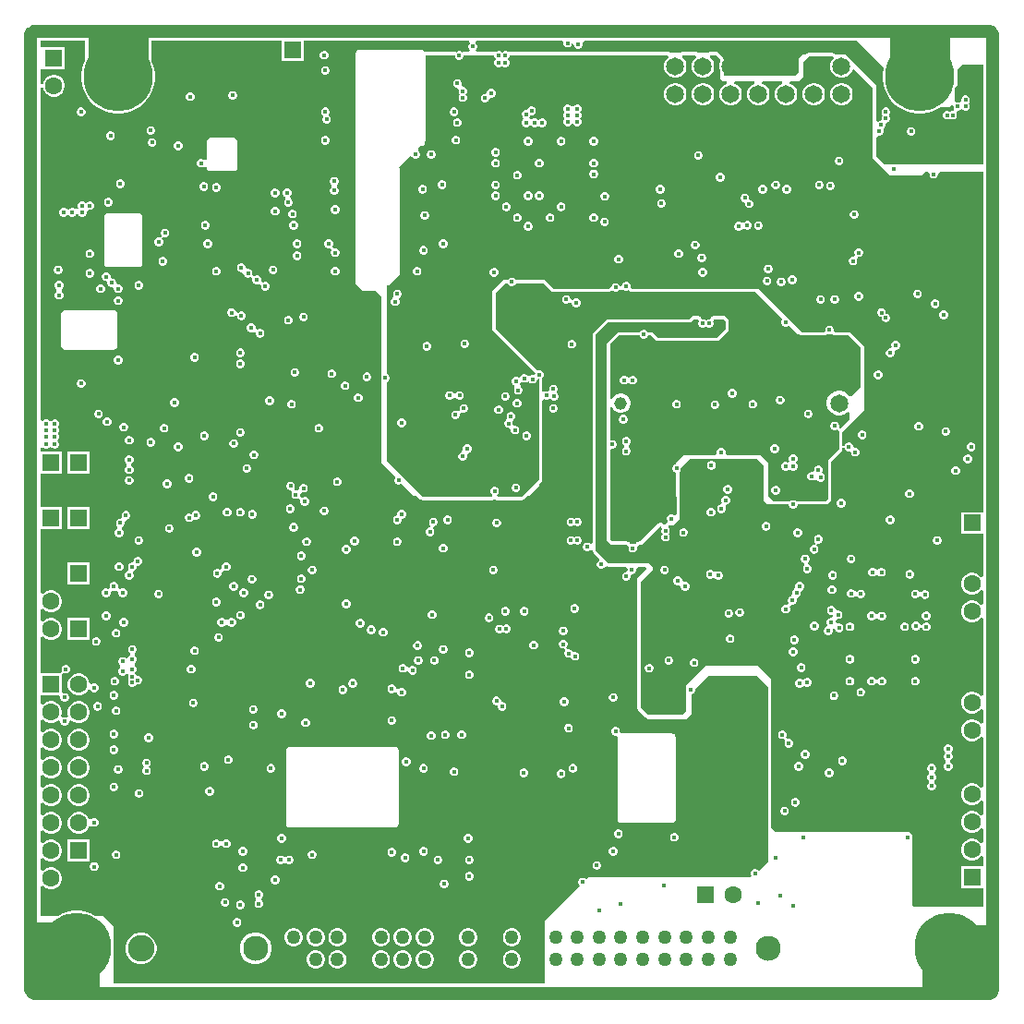
<source format=gbr>
G04*
G04 #@! TF.GenerationSoftware,Altium Limited,Altium Designer,24.9.1 (31)*
G04*
G04 Layer_Physical_Order=2*
G04 Layer_Color=3707366*
%FSLAX44Y44*%
%MOMM*%
G71*
G04*
G04 #@! TF.SameCoordinates,95152EAB-924E-4990-96F7-4EF775BF21D2*
G04*
G04*
G04 #@! TF.FilePolarity,Positive*
G04*
G01*
G75*
%ADD55R,6.8000X6.4000*%
%ADD56R,6.5000X6.7000*%
%ADD103C,1.5240*%
%ADD104C,0.5000*%
%ADD107C,1.2000*%
%ADD125C,1.6500*%
%ADD126C,1.1500*%
%ADD128R,1.6000X1.6000*%
%ADD129C,1.6000*%
%ADD130C,1.2580*%
%ADD132C,2.3000*%
%ADD133C,2.4500*%
%ADD135R,1.6000X1.6000*%
%ADD136C,6.3500*%
%ADD137C,0.4000*%
G36*
X790885Y857115D02*
X790881Y857103D01*
X790050Y851856D01*
Y846544D01*
X790881Y841297D01*
X792523Y836245D01*
X794934Y831511D01*
X798057Y827213D01*
X801813Y823457D01*
X806111Y820334D01*
X810844Y817923D01*
X815897Y816281D01*
X821144Y815450D01*
X826456D01*
X831703Y816281D01*
X836756Y817923D01*
X841489Y820334D01*
X842405Y821000D01*
X851000D01*
X853145Y823145D01*
X855000Y822172D01*
Y821204D01*
X855563Y819845D01*
X855135Y818816D01*
X854516Y817998D01*
X853203D01*
X851732Y817389D01*
X851498Y817155D01*
X851264Y817389D01*
X849794Y817998D01*
X848203D01*
X846732Y817389D01*
X845607Y816264D01*
X844998Y814794D01*
Y813203D01*
X845607Y811733D01*
X846732Y810607D01*
X848203Y809998D01*
X849794D01*
X851264Y810607D01*
X851498Y810842D01*
X851732Y810607D01*
X853203Y809998D01*
X854794D01*
X856264Y810607D01*
X857389Y811733D01*
X857998Y813203D01*
Y814794D01*
X857435Y816154D01*
X857864Y817182D01*
X858482Y818000D01*
X859796D01*
X861266Y818609D01*
X862500Y819643D01*
X863734Y818609D01*
X865204Y818000D01*
X866796D01*
X868266Y818609D01*
X869391Y819734D01*
X870000Y821204D01*
Y822796D01*
X869391Y824266D01*
X868657Y825000D01*
X869391Y825734D01*
X870000Y827204D01*
Y828796D01*
X869391Y830266D01*
X868266Y831391D01*
X866796Y832000D01*
X865204D01*
X863734Y831391D01*
X862609Y830266D01*
X862000Y828796D01*
Y827204D01*
X860446Y825731D01*
X859796Y826000D01*
X858204D01*
X857958Y825898D01*
X856000Y827252D01*
Y839000D01*
X859000Y842000D01*
Y856000D01*
X863000Y860000D01*
X881922D01*
Y769000D01*
X791326D01*
X784059Y776267D01*
Y793724D01*
X786059Y795060D01*
X786204Y795000D01*
X787796D01*
X789266Y795609D01*
X790391Y796734D01*
X791000Y798204D01*
Y799796D01*
X790866Y801609D01*
X791991Y802734D01*
X792600Y804204D01*
X792600Y805796D01*
X793796Y807000D01*
X795266Y807609D01*
X796391Y808734D01*
X797000Y810204D01*
Y811796D01*
X796391Y813266D01*
X795657Y814000D01*
X796391Y814734D01*
X797000Y816204D01*
Y817796D01*
X796391Y819266D01*
X795266Y820391D01*
X793796Y821000D01*
X792204D01*
X790734Y820391D01*
X789609Y819266D01*
X789000Y817796D01*
Y816204D01*
X789609Y814734D01*
X790343Y814000D01*
X789609Y813266D01*
X789000Y811796D01*
X789000Y810204D01*
X787804Y809000D01*
X786334Y808391D01*
X786059Y808116D01*
X784059Y808944D01*
Y839000D01*
X784000Y839295D01*
Y842000D01*
X756000Y870000D01*
X746448D01*
X746339Y870163D01*
X745346Y870826D01*
X744176Y871059D01*
X722000D01*
X722000Y871059D01*
X720829Y870826D01*
X719837Y870163D01*
X719837Y870163D01*
X719674Y870000D01*
X717000D01*
X713000Y866000D01*
Y853000D01*
X710000Y850000D01*
X645000D01*
X644059Y850941D01*
Y854925D01*
X643981Y855317D01*
X643954Y855716D01*
X643409Y857753D01*
Y859647D01*
X643954Y861684D01*
X643981Y862083D01*
X644059Y862475D01*
Y865000D01*
X643826Y866171D01*
X643163Y867163D01*
X643163Y867163D01*
X639163Y871163D01*
X638171Y871826D01*
X637000Y872059D01*
X637000Y872059D01*
X631860D01*
X631662Y872019D01*
X631461Y872033D01*
X631082Y871904D01*
X630689Y871826D01*
X630522Y871714D01*
X630331Y871649D01*
X630030Y871385D01*
X629697Y871163D01*
X629588Y871000D01*
X620812D01*
X620703Y871163D01*
X620370Y871385D01*
X620070Y871649D01*
X619878Y871714D01*
X619711Y871826D01*
X619318Y871904D01*
X618939Y872033D01*
X618738Y872019D01*
X618540Y872059D01*
X606460D01*
X606262Y872019D01*
X606061Y872033D01*
X605682Y871904D01*
X605289Y871826D01*
X605122Y871714D01*
X604930Y871649D01*
X604630Y871385D01*
X604297Y871163D01*
X604188Y871000D01*
X595412D01*
X595303Y871163D01*
X594970Y871385D01*
X594669Y871649D01*
X594478Y871714D01*
X594311Y871826D01*
X593918Y871904D01*
X593539Y872033D01*
X593338Y872019D01*
X593140Y872059D01*
X448000D01*
X446831Y871826D01*
X446266Y872391D01*
X444796Y873000D01*
X443204D01*
X441734Y872391D01*
X441000Y871657D01*
X440266Y872391D01*
X438796Y873000D01*
X437204D01*
X435734Y872391D01*
X435169Y871826D01*
X434000Y872059D01*
X417352D01*
X416716Y874059D01*
X417391Y874734D01*
X418000Y876204D01*
Y877796D01*
X417391Y879266D01*
X416734Y879922D01*
X417397Y881922D01*
X496247D01*
X497000Y880796D01*
Y879204D01*
X497609Y877734D01*
X498734Y876609D01*
X500204Y876000D01*
X501796D01*
X503266Y876609D01*
X504391Y877734D01*
X505000Y879204D01*
Y879394D01*
X507000Y878204D01*
X507609Y876734D01*
X508734Y875609D01*
X510204Y875000D01*
X511796D01*
X513266Y875609D01*
X514391Y876734D01*
X515000Y878204D01*
Y879796D01*
X514948Y879922D01*
X516284Y881922D01*
X766078D01*
X790885Y857115D01*
D02*
G37*
G36*
X411266Y879922D02*
X410609Y879266D01*
X410000Y877796D01*
Y876204D01*
X410609Y874734D01*
X411284Y874059D01*
X410648Y872059D01*
X405669D01*
X404498Y871826D01*
X404349Y871726D01*
X403935Y872141D01*
X402464Y872750D01*
X400873D01*
X399403Y872141D01*
X398988Y871726D01*
X398839Y871826D01*
X397669Y872059D01*
X371000D01*
X369892Y871838D01*
X369826Y872170D01*
X369163Y873163D01*
X368171Y873826D01*
X367000Y874059D01*
X310000D01*
X308829Y873826D01*
X307837Y873163D01*
X307174Y872170D01*
X306941Y871000D01*
Y789000D01*
X307000Y788704D01*
Y778000D01*
Y659000D01*
X313000Y653000D01*
X325000D01*
X330000Y647000D01*
Y573796D01*
X330000Y573796D01*
Y572204D01*
X330000Y572204D01*
Y495000D01*
X343172Y481828D01*
X342609Y481266D01*
X342000Y479796D01*
Y478204D01*
X342609Y476734D01*
X343734Y475609D01*
X345204Y475000D01*
X346796D01*
X348266Y475609D01*
X348828Y476172D01*
X360000Y465000D01*
X362674D01*
X365837Y461837D01*
X366829Y461174D01*
X368000Y460941D01*
X368000Y460941D01*
X431588D01*
X431883Y461000D01*
X432184D01*
X432463Y461115D01*
X432758Y461174D01*
X432830Y461222D01*
X433547Y461457D01*
X434912D01*
X435630Y461222D01*
X435701Y461174D01*
X435997Y461115D01*
X436275Y461000D01*
X436576D01*
X436871Y460941D01*
X459000D01*
X459000Y460941D01*
X460171Y461174D01*
X461163Y461837D01*
X464326Y465000D01*
X466000D01*
X475000Y474000D01*
Y475674D01*
X477163Y477837D01*
X477826Y478829D01*
X478059Y480000D01*
X478059Y480000D01*
Y552456D01*
X478810Y552973D01*
X480059Y553475D01*
X481204Y553000D01*
X482796D01*
X484266Y553609D01*
X484677Y554020D01*
X485609Y553834D01*
X486734Y552709D01*
X488204Y552100D01*
X489796D01*
X491266Y552709D01*
X492391Y553834D01*
X493000Y555304D01*
Y556896D01*
X492391Y558366D01*
X491266Y559491D01*
X491125Y560196D01*
X491527Y560598D01*
X492136Y562068D01*
Y563660D01*
X491527Y565130D01*
X490402Y566255D01*
X488932Y566864D01*
X487340D01*
X485870Y566255D01*
X484745Y565130D01*
X484136Y563660D01*
Y562610D01*
X483204Y561490D01*
X482414Y561000D01*
X481204D01*
X480059Y560526D01*
X478810Y561027D01*
X478059Y561544D01*
Y572546D01*
X478014Y572768D01*
X478026Y572995D01*
X477927Y573270D01*
X478391Y573734D01*
X479000Y575204D01*
Y576796D01*
X478391Y578266D01*
X477266Y579391D01*
X475796Y580000D01*
X474204D01*
X473583Y579743D01*
X435059Y618267D01*
Y651059D01*
X443941Y659941D01*
X446109D01*
X446609Y658734D01*
X447734Y657609D01*
X449204Y657000D01*
X450796D01*
X452266Y657609D01*
X453391Y658734D01*
X453891Y659941D01*
X478733D01*
X485837Y652837D01*
X485837Y652837D01*
X486829Y652174D01*
X488000Y651941D01*
X488000Y651941D01*
X539085D01*
X539622Y652048D01*
X540163Y652138D01*
X540206Y652164D01*
X540255Y652174D01*
X540711Y652479D01*
X541177Y652768D01*
X541898Y653445D01*
X542734Y652609D01*
X544204Y652000D01*
X545796D01*
X547266Y652609D01*
X548391Y653734D01*
X548501Y654000D01*
X552343D01*
X552734Y653609D01*
X554204Y653000D01*
X555796D01*
X557101Y653541D01*
X557261Y653301D01*
X557474Y653088D01*
X557642Y652837D01*
X557892Y652670D01*
X558105Y652457D01*
X558384Y652342D01*
X558634Y652174D01*
X558930Y652115D01*
X559208Y652000D01*
X559509D01*
X559805Y651941D01*
X673059Y651941D01*
X698172Y626828D01*
X697609Y626266D01*
X697000Y624796D01*
Y623204D01*
X697609Y621734D01*
X698734Y620609D01*
X700204Y620000D01*
X701796D01*
X703266Y620609D01*
X703828Y621172D01*
X712000Y613000D01*
X713674D01*
X713837Y612837D01*
X714829Y612174D01*
X716000Y611941D01*
X716000Y611941D01*
X736443D01*
X736738Y612000D01*
X737040D01*
X737318Y612115D01*
X737614Y612174D01*
X737864Y612341D01*
X738142Y612457D01*
X738355Y612670D01*
X738606Y612837D01*
X738715Y613000D01*
X743963D01*
X744072Y612837D01*
X744322Y612670D01*
X744535Y612457D01*
X744814Y612341D01*
X745064Y612174D01*
X745360Y612115D01*
X745638Y612000D01*
X745939D01*
X746235Y611941D01*
X758733D01*
X769941Y600733D01*
Y564941D01*
X761227Y556227D01*
X759244Y556488D01*
X759002Y556908D01*
X756908Y559002D01*
X754342Y560483D01*
X751481Y561250D01*
X748519D01*
X745658Y560483D01*
X743092Y559002D01*
X740998Y556908D01*
X739517Y554342D01*
X738750Y551481D01*
Y548519D01*
X739517Y545658D01*
X740998Y543092D01*
X743092Y540998D01*
X745658Y539517D01*
X748519Y538750D01*
X751481D01*
X754342Y539517D01*
X756908Y540998D01*
X758000Y542090D01*
X760000Y541262D01*
Y535000D01*
X751430Y526430D01*
X749734Y527562D01*
X750000Y528204D01*
Y529796D01*
X749391Y531266D01*
X748266Y532391D01*
X746796Y533000D01*
X745204D01*
X743734Y532391D01*
X742609Y531266D01*
X742000Y529796D01*
Y528204D01*
X742609Y526734D01*
X743734Y525609D01*
X745204Y525000D01*
X746796D01*
X748250Y525602D01*
X748378Y525538D01*
X750000Y524515D01*
Y523296D01*
X749941Y523000D01*
X749941Y523000D01*
X749941Y510845D01*
X750000Y510550D01*
Y509380D01*
X749941Y509084D01*
Y507941D01*
X740000Y498000D01*
Y496296D01*
X739941Y496000D01*
X739941Y496000D01*
X739941Y462267D01*
X737733Y460059D01*
X712000D01*
X711704Y460000D01*
X710657D01*
X710266Y460391D01*
X708796Y461000D01*
X707204D01*
X705734Y460391D01*
X705343Y460000D01*
X704296D01*
X704000Y460059D01*
X689941D01*
X685000Y465000D01*
Y495000D01*
X678000Y502000D01*
X674283D01*
X673988Y502059D01*
X673987Y502059D01*
X647276D01*
X645940Y504059D01*
X646000Y504204D01*
Y505796D01*
X645391Y507266D01*
X644266Y508391D01*
X642796Y509000D01*
X641204D01*
X639734Y508391D01*
X638609Y507266D01*
X638000Y505796D01*
Y504204D01*
X638060Y504059D01*
X636724Y502059D01*
X614000D01*
X614000Y502059D01*
X613704Y502000D01*
X607000D01*
X600000Y495000D01*
Y493915D01*
X598734Y493391D01*
X597609Y492266D01*
X597000Y490796D01*
Y489204D01*
X597609Y487734D01*
X598734Y486609D01*
X600000Y486085D01*
Y465000D01*
X600941Y464059D01*
Y447714D01*
X598941Y446886D01*
X598436Y447391D01*
X596966Y448000D01*
X595375D01*
X593905Y447391D01*
X592779Y446266D01*
X592170Y444796D01*
Y443204D01*
X592392Y442670D01*
X592716Y441613D01*
X591966Y440163D01*
X591721Y439797D01*
X591440Y439459D01*
X591326Y439248D01*
X590703Y438984D01*
X590291Y438914D01*
X589219Y438923D01*
X589116Y438934D01*
X588768Y439389D01*
X588756Y439395D01*
X588748Y439406D01*
X588241Y439694D01*
X587735Y439987D01*
X587496Y440069D01*
X587343Y440089D01*
X587203Y440153D01*
X586756Y440167D01*
X586313Y440226D01*
X586164Y440186D01*
X586010Y440191D01*
X585609Y440125D01*
X585281Y440002D01*
X584937Y439933D01*
X584728Y439793D01*
X584492Y439705D01*
X584236Y439465D01*
X583944Y439270D01*
X567733Y423059D01*
X566252D01*
X565956Y423000D01*
X565655D01*
X565377Y422885D01*
X565081Y422826D01*
X564831Y422659D01*
X564552Y422543D01*
X564339Y422330D01*
X564089Y422163D01*
X563921Y421912D01*
X563708Y421699D01*
X562928Y420531D01*
X561796Y421000D01*
X560204D01*
X559072Y420531D01*
X558292Y421699D01*
X558079Y421912D01*
X557911Y422163D01*
X557661Y422330D01*
X557448Y422543D01*
X557169Y422659D01*
X556919Y422826D01*
X556623Y422885D01*
X556345Y423000D01*
X556044D01*
X555748Y423059D01*
X542267D01*
X540059Y425267D01*
Y507234D01*
X541204Y508000D01*
X542796D01*
X544266Y508609D01*
X545391Y509734D01*
X546000Y511204D01*
Y512796D01*
X545391Y514266D01*
X544266Y515391D01*
X542796Y516000D01*
X541204D01*
X540059Y516766D01*
Y545917D01*
X540498Y546090D01*
X542059Y546255D01*
X542998Y544627D01*
X544627Y542998D01*
X546623Y541846D01*
X548848Y541250D01*
X551152D01*
X553377Y541846D01*
X555373Y542998D01*
X557002Y544627D01*
X558154Y546623D01*
X558750Y548848D01*
Y551152D01*
X558154Y553377D01*
X557002Y555373D01*
X555373Y557002D01*
X553377Y558154D01*
X551152Y558750D01*
X548848D01*
X546623Y558154D01*
X544627Y557002D01*
X542998Y555373D01*
X542059Y553745D01*
X540498Y553910D01*
X540059Y554083D01*
Y603733D01*
X548267Y611941D01*
X567109D01*
X567609Y610734D01*
X568734Y609609D01*
X570204Y609000D01*
X571796D01*
X573266Y609609D01*
X574391Y610734D01*
X574891Y611941D01*
X577733D01*
X581837Y607837D01*
X582830Y607174D01*
X584000Y606941D01*
X584000Y606941D01*
X638000D01*
X639170Y607174D01*
X640163Y607837D01*
X648163Y615837D01*
X648826Y616829D01*
X649059Y618000D01*
X649059Y618000D01*
Y625000D01*
X648826Y626171D01*
X648163Y627163D01*
X646163Y629163D01*
X645171Y629826D01*
X644000Y630059D01*
X644000Y630059D01*
X635344D01*
X634954Y629981D01*
X634557Y629956D01*
X634374Y629866D01*
X634173Y629826D01*
X633843Y629605D01*
X633485Y629430D01*
X633351Y629276D01*
X633181Y629163D01*
X632960Y628832D01*
X632697Y628533D01*
X632108Y627516D01*
X631776Y626900D01*
X630224D01*
X628791Y626306D01*
X628000Y625515D01*
X627209Y626306D01*
X625776Y626900D01*
X624224D01*
X623892Y627516D01*
X623303Y628533D01*
X623040Y628832D01*
X622819Y629163D01*
X622649Y629276D01*
X622514Y629430D01*
X622157Y629605D01*
X621827Y629826D01*
X621627Y629866D01*
X621443Y629956D01*
X621046Y629981D01*
X620656Y630059D01*
X617000D01*
X617000Y630059D01*
X615830Y629826D01*
X614837Y629163D01*
X614837Y629163D01*
X612733Y627059D01*
X538000D01*
X536829Y626826D01*
X535837Y626163D01*
X535837Y626163D01*
X524837Y615163D01*
X524174Y614170D01*
X523941Y613000D01*
X523941Y613000D01*
Y421352D01*
X521941Y420716D01*
X521266Y421391D01*
X519796Y422000D01*
X518204D01*
X516734Y421391D01*
X515609Y420266D01*
X515000Y418796D01*
Y417204D01*
X515609Y415734D01*
X516734Y414609D01*
X518204Y414000D01*
X519796D01*
X521266Y414609D01*
X521941Y415284D01*
X523102Y415119D01*
X523847Y414819D01*
X523996Y414726D01*
X524174Y413829D01*
X524837Y412837D01*
X524837Y412837D01*
X530006Y407668D01*
X529734Y405391D01*
X528609Y404266D01*
X528000Y402796D01*
Y401204D01*
X528609Y399734D01*
X529734Y398609D01*
X531204Y398000D01*
X532796D01*
X534266Y398609D01*
X535251Y399594D01*
X535443Y399745D01*
X537758Y400222D01*
X537830Y400174D01*
X539000Y399941D01*
X539000Y399941D01*
X554724D01*
X556060Y397941D01*
X556000Y397796D01*
Y396848D01*
X555923Y396148D01*
X554334Y395000D01*
X554204D01*
X552734Y394391D01*
X551609Y393266D01*
X551000Y391796D01*
Y390204D01*
X551609Y388734D01*
X552734Y387609D01*
X554204Y387000D01*
X555796D01*
X557266Y387609D01*
X558391Y388734D01*
X559000Y390204D01*
Y391152D01*
X559077Y391852D01*
X560666Y393000D01*
X560796D01*
X562266Y393609D01*
X563391Y394734D01*
X564000Y396204D01*
Y397796D01*
X563940Y397941D01*
X565276Y399941D01*
X572113D01*
X572941Y397941D01*
X565000Y390000D01*
Y386296D01*
X564941Y386000D01*
X564941Y386000D01*
Y271000D01*
X565000Y270704D01*
Y270000D01*
X565181Y269819D01*
X565837Y268837D01*
X572837Y261837D01*
X573819Y261181D01*
X575000Y260000D01*
X610000D01*
X615000Y265000D01*
Y283085D01*
X616266Y283609D01*
X617391Y284734D01*
X618000Y286204D01*
Y287796D01*
X617940Y287940D01*
X630000Y300000D01*
X675000D01*
X684941Y290059D01*
Y161000D01*
X684941Y161000D01*
X685000Y160704D01*
Y130000D01*
X676328Y121328D01*
X675266Y122391D01*
X673796Y123000D01*
X672204D01*
X670734Y122391D01*
X669609Y121266D01*
X669000Y119796D01*
Y118204D01*
X669499Y117000D01*
X669066Y115873D01*
X668515Y115000D01*
X520000D01*
X518240Y113239D01*
X517266Y114213D01*
X515796Y114822D01*
X514204D01*
X512734Y114213D01*
X511609Y113088D01*
X511000Y111618D01*
Y110026D01*
X511609Y108556D01*
X512583Y107583D01*
X480000Y75000D01*
Y18078D01*
X85000D01*
Y70000D01*
X75000Y80000D01*
X67833D01*
X63755Y82077D01*
X58703Y83719D01*
X53456Y84550D01*
X48144D01*
X42897Y83719D01*
X37845Y82077D01*
X33767Y80000D01*
X18078D01*
Y106652D01*
X20078Y107480D01*
X21260Y106298D01*
X23540Y104981D01*
X26084Y104300D01*
X28716D01*
X31260Y104981D01*
X33540Y106298D01*
X35402Y108160D01*
X36718Y110440D01*
X37400Y112984D01*
Y115617D01*
X36718Y118160D01*
X35402Y120440D01*
X33540Y122302D01*
X31260Y123618D01*
X28716Y124300D01*
X26084D01*
X23540Y123618D01*
X21260Y122302D01*
X20078Y121120D01*
X18078Y121948D01*
Y132052D01*
X20078Y132880D01*
X21260Y131698D01*
X23540Y130381D01*
X26084Y129700D01*
X28716D01*
X31260Y130381D01*
X33540Y131698D01*
X35402Y133560D01*
X36718Y135840D01*
X37400Y138384D01*
Y141017D01*
X36718Y143560D01*
X35402Y145840D01*
X33540Y147702D01*
X31260Y149018D01*
X28716Y149700D01*
X26084D01*
X23540Y149018D01*
X21260Y147702D01*
X20078Y146520D01*
X18078Y147348D01*
Y157452D01*
X20078Y158280D01*
X21260Y157098D01*
X23540Y155781D01*
X26084Y155100D01*
X28716D01*
X31260Y155781D01*
X33540Y157098D01*
X35402Y158960D01*
X36718Y161240D01*
X37400Y163783D01*
Y166416D01*
X36718Y168960D01*
X35402Y171240D01*
X33540Y173102D01*
X31260Y174419D01*
X28716Y175100D01*
X26084D01*
X23540Y174419D01*
X21260Y173102D01*
X20078Y171920D01*
X18078Y172748D01*
Y182852D01*
X20078Y183680D01*
X21260Y182498D01*
X23540Y181182D01*
X26084Y180500D01*
X28716D01*
X31260Y181182D01*
X33540Y182498D01*
X35402Y184360D01*
X36718Y186640D01*
X37400Y189184D01*
Y191817D01*
X36718Y194360D01*
X35402Y196640D01*
X33540Y198502D01*
X31260Y199818D01*
X28716Y200500D01*
X26084D01*
X23540Y199818D01*
X21260Y198502D01*
X20078Y197320D01*
X18078Y198148D01*
Y208252D01*
X20078Y209080D01*
X21260Y207898D01*
X23540Y206581D01*
X26084Y205900D01*
X28716D01*
X31260Y206581D01*
X33540Y207898D01*
X35402Y209760D01*
X36718Y212040D01*
X37400Y214583D01*
Y217216D01*
X36718Y219760D01*
X35402Y222040D01*
X33540Y223902D01*
X31260Y225219D01*
X28716Y225900D01*
X26084D01*
X23540Y225219D01*
X21260Y223902D01*
X20078Y222720D01*
X18078Y223548D01*
Y233652D01*
X20078Y234480D01*
X21260Y233298D01*
X23540Y231982D01*
X26084Y231300D01*
X28716D01*
X31260Y231982D01*
X33540Y233298D01*
X35402Y235160D01*
X36718Y237440D01*
X37400Y239984D01*
Y242617D01*
X36718Y245160D01*
X35402Y247440D01*
X33540Y249302D01*
X31260Y250618D01*
X28716Y251300D01*
X26084D01*
X23540Y250618D01*
X21260Y249302D01*
X20078Y248120D01*
X18078Y248948D01*
Y259052D01*
X20078Y259880D01*
X21260Y258698D01*
X23540Y257381D01*
X26084Y256700D01*
X28716D01*
X31260Y257381D01*
X33540Y258698D01*
X34152Y259310D01*
X34643Y259174D01*
X36000Y258330D01*
Y257204D01*
X36609Y255734D01*
X37734Y254609D01*
X39204Y254000D01*
X40796D01*
X42266Y254609D01*
X43391Y255734D01*
X44000Y257204D01*
Y258529D01*
X44703Y259068D01*
X45848Y259510D01*
X46660Y258698D01*
X48940Y257381D01*
X51483Y256700D01*
X54117D01*
X56660Y257381D01*
X58940Y258698D01*
X60802Y260560D01*
X62119Y262840D01*
X62800Y265383D01*
Y268016D01*
X62119Y270560D01*
X60802Y272840D01*
X58940Y274702D01*
X56660Y276019D01*
X54117Y276700D01*
X51483D01*
X48940Y276019D01*
X46660Y274702D01*
X44798Y272840D01*
X43481Y270560D01*
X42800Y268016D01*
Y265383D01*
X43467Y262893D01*
X43010Y262322D01*
X41928Y261531D01*
X40796Y262000D01*
X39204D01*
X38335Y261640D01*
X37285Y262420D01*
X36773Y263043D01*
X37400Y265383D01*
Y268016D01*
X36718Y270560D01*
X35402Y272840D01*
X33540Y274702D01*
X31260Y276019D01*
X28716Y276700D01*
X26084D01*
X23540Y276019D01*
X21260Y274702D01*
X20078Y273520D01*
X18078Y274348D01*
Y282100D01*
X35129D01*
X36000Y280796D01*
Y279204D01*
X36609Y277734D01*
X37734Y276609D01*
X39204Y276000D01*
X40796D01*
X42266Y276609D01*
X43391Y277734D01*
X44000Y279204D01*
Y280796D01*
X43391Y282266D01*
X42266Y283391D01*
X40796Y284000D01*
X39204D01*
X37400Y285417D01*
X37400Y300508D01*
Y300536D01*
Y300537D01*
X37400Y301162D01*
X37720Y301509D01*
X39283Y302381D01*
X40204Y302000D01*
X41796D01*
X43266Y302609D01*
X44391Y303734D01*
X45000Y305204D01*
Y306796D01*
X44391Y308266D01*
X43266Y309391D01*
X41796Y310000D01*
X40204D01*
X38734Y309391D01*
X37609Y308266D01*
X37000Y306796D01*
Y305204D01*
X37469Y304071D01*
X36931Y302806D01*
X36415Y302100D01*
X35789Y302100D01*
X18078D01*
Y335252D01*
X20078Y336080D01*
X21260Y334898D01*
X23540Y333582D01*
X26084Y332900D01*
X28716D01*
X31260Y333582D01*
X33540Y334898D01*
X35402Y336760D01*
X36718Y339040D01*
X37400Y341584D01*
Y344216D01*
X36718Y346760D01*
X35402Y349040D01*
X33540Y350902D01*
X31260Y352219D01*
X28716Y352900D01*
X26084D01*
X23540Y352219D01*
X21260Y350902D01*
X20078Y349720D01*
X18078Y350548D01*
Y360652D01*
X20078Y361480D01*
X21260Y360298D01*
X23540Y358982D01*
X26084Y358300D01*
X28716D01*
X31260Y358982D01*
X33540Y360298D01*
X35402Y362160D01*
X36718Y364440D01*
X37400Y366983D01*
Y369617D01*
X36718Y372160D01*
X35402Y374440D01*
X33540Y376302D01*
X31260Y377618D01*
X28716Y378300D01*
X26084D01*
X23540Y377618D01*
X21260Y376302D01*
X20078Y375120D01*
X18078Y375948D01*
Y434500D01*
X37400D01*
Y454500D01*
X18078D01*
Y485300D01*
X37400D01*
Y505300D01*
X18078D01*
Y508603D01*
X20078Y509266D01*
X20734Y508609D01*
X22204Y508000D01*
X23796D01*
X25266Y508609D01*
X25721Y509065D01*
X27000Y509518D01*
X28279Y509065D01*
X28734Y508609D01*
X30204Y508000D01*
X31796D01*
X33266Y508609D01*
X34391Y509734D01*
X35000Y511204D01*
Y512796D01*
X34391Y514266D01*
X33357Y515500D01*
X34391Y516734D01*
X35000Y518204D01*
Y519796D01*
X34391Y521266D01*
X33657Y522000D01*
X34391Y522734D01*
X35000Y524204D01*
Y525796D01*
X34391Y527266D01*
X33657Y528000D01*
X34391Y528734D01*
X35000Y530204D01*
Y531796D01*
X34391Y533266D01*
X33266Y534391D01*
X31796Y535000D01*
X30204D01*
X28734Y534391D01*
X28279Y533935D01*
X27000Y533482D01*
X25721Y533935D01*
X25266Y534391D01*
X23796Y535000D01*
X22204D01*
X20734Y534391D01*
X20078Y533735D01*
X18078Y534397D01*
Y839130D01*
X20078Y839394D01*
X20682Y837140D01*
X21998Y834860D01*
X23860Y832998D01*
X26140Y831682D01*
X28684Y831000D01*
X31316D01*
X33860Y831682D01*
X36140Y832998D01*
X38002Y834860D01*
X39318Y837140D01*
X40000Y839684D01*
Y842317D01*
X39318Y844860D01*
X38002Y847140D01*
X36140Y849002D01*
X33860Y850319D01*
X31316Y851000D01*
X28684D01*
X26140Y850319D01*
X23860Y849002D01*
X21998Y847140D01*
X20682Y844860D01*
X20078Y842606D01*
X18078Y842869D01*
Y856213D01*
X20000Y856400D01*
X20078Y856400D01*
X40000D01*
Y876400D01*
X20078D01*
X20000Y876400D01*
X18078Y876587D01*
Y881922D01*
X58464D01*
Y863806D01*
X57623Y862156D01*
X55981Y857103D01*
X55150Y851856D01*
Y846544D01*
X55981Y841297D01*
X57623Y836245D01*
X60034Y831511D01*
X63157Y827213D01*
X66913Y823457D01*
X71211Y820334D01*
X75944Y817923D01*
X80997Y816281D01*
X86244Y815450D01*
X91556D01*
X96803Y816281D01*
X101855Y817923D01*
X106589Y820334D01*
X110887Y823457D01*
X114643Y827213D01*
X117766Y831511D01*
X120177Y836245D01*
X121819Y841297D01*
X122650Y846544D01*
Y851856D01*
X121819Y857103D01*
X120177Y862156D01*
X119681Y863129D01*
Y881922D01*
X239000D01*
Y864000D01*
X259000D01*
Y881922D01*
X410603D01*
X411266Y879922D01*
D02*
G37*
G36*
X851522Y862622D02*
X846900Y858000D01*
X801900D01*
X796422Y863478D01*
Y891001D01*
X851522D01*
Y862622D01*
D02*
G37*
G36*
X116622D02*
X112000Y858000D01*
X67000D01*
X61522Y863478D01*
Y891001D01*
X116622D01*
Y862622D01*
D02*
G37*
G36*
X641000Y865000D02*
Y862475D01*
X640350Y860049D01*
Y857351D01*
X641000Y854925D01*
Y848000D01*
X644000Y845000D01*
X646935D01*
X647198Y843000D01*
X646644Y842851D01*
X644306Y841502D01*
X642398Y839594D01*
X641049Y837256D01*
X640350Y834649D01*
Y831951D01*
X641049Y829344D01*
X642398Y827006D01*
X644306Y825098D01*
X646644Y823748D01*
X649251Y823050D01*
X651949D01*
X654556Y823748D01*
X656894Y825098D01*
X658802Y827006D01*
X660152Y829344D01*
X660850Y831951D01*
Y834649D01*
X660152Y837256D01*
X658802Y839594D01*
X656894Y841502D01*
X654556Y842851D01*
X654002Y843000D01*
X654265Y845000D01*
X672335D01*
X672598Y843000D01*
X672044Y842851D01*
X669706Y841502D01*
X667798Y839594D01*
X666449Y837256D01*
X665750Y834649D01*
Y831951D01*
X666449Y829344D01*
X667798Y827006D01*
X669706Y825098D01*
X672044Y823748D01*
X674651Y823050D01*
X677349D01*
X679956Y823748D01*
X682294Y825098D01*
X684202Y827006D01*
X685552Y829344D01*
X686250Y831951D01*
Y834649D01*
X685552Y837256D01*
X684202Y839594D01*
X682294Y841502D01*
X679956Y842851D01*
X679402Y843000D01*
X679665Y845000D01*
X697735D01*
X697998Y843000D01*
X697444Y842851D01*
X695106Y841502D01*
X693198Y839594D01*
X691849Y837256D01*
X691150Y834649D01*
Y831951D01*
X691849Y829344D01*
X693198Y827006D01*
X695106Y825098D01*
X697444Y823748D01*
X700051Y823050D01*
X702749D01*
X705356Y823748D01*
X707694Y825098D01*
X709602Y827006D01*
X710952Y829344D01*
X711650Y831951D01*
Y834649D01*
X710952Y837256D01*
X709602Y839594D01*
X707694Y841502D01*
X705356Y842851D01*
X704802Y843000D01*
X705065Y845000D01*
X713000D01*
X717000Y849000D01*
Y863000D01*
X722000Y868000D01*
X744176D01*
X745004Y866000D01*
X743998Y864994D01*
X742648Y862656D01*
X741950Y860049D01*
Y857351D01*
X742648Y854744D01*
X743998Y852406D01*
X745906Y850498D01*
X748244Y849148D01*
X750851Y848450D01*
X753549D01*
X756156Y849148D01*
X758494Y850498D01*
X760402Y852406D01*
X761751Y854744D01*
X761894Y855277D01*
X764125Y855875D01*
X781000Y839000D01*
Y775000D01*
X797000Y759000D01*
X826000D01*
X829500Y762500D01*
X831541D01*
X833000Y760796D01*
Y759204D01*
X833609Y757734D01*
X834734Y756609D01*
X836204Y756000D01*
X837796D01*
X839266Y756609D01*
X840391Y757734D01*
X841000Y759204D01*
Y760796D01*
X842459Y762500D01*
X881500D01*
X881922Y762078D01*
Y450000D01*
X862000D01*
Y430000D01*
X881922D01*
Y391214D01*
X880287Y390640D01*
X879922Y390620D01*
X878140Y392402D01*
X875860Y393718D01*
X873316Y394400D01*
X870684D01*
X868140Y393718D01*
X865860Y392402D01*
X863998Y390540D01*
X862682Y388260D01*
X862000Y385717D01*
Y383083D01*
X862682Y380540D01*
X863998Y378260D01*
X865860Y376398D01*
X868140Y375081D01*
X870684Y374400D01*
X873316D01*
X875860Y375081D01*
X878140Y376398D01*
X879922Y378180D01*
X880287Y378160D01*
X881922Y377586D01*
Y365814D01*
X880287Y365240D01*
X879922Y365220D01*
X878140Y367002D01*
X875860Y368318D01*
X873316Y369000D01*
X870684D01*
X868140Y368318D01*
X865860Y367002D01*
X863998Y365140D01*
X862682Y362860D01*
X862000Y360317D01*
Y357683D01*
X862682Y355140D01*
X863998Y352860D01*
X865860Y350998D01*
X868140Y349682D01*
X870684Y349000D01*
X873316D01*
X875860Y349682D01*
X878140Y350998D01*
X879922Y352780D01*
X880287Y352760D01*
X881922Y352186D01*
Y282214D01*
X880287Y281640D01*
X879922Y281620D01*
X878140Y283402D01*
X875860Y284718D01*
X873316Y285400D01*
X870684D01*
X868140Y284718D01*
X865860Y283402D01*
X863998Y281540D01*
X862682Y279260D01*
X862000Y276716D01*
Y274083D01*
X862682Y271540D01*
X863998Y269260D01*
X865860Y267398D01*
X868140Y266082D01*
X870684Y265400D01*
X873316D01*
X875860Y266082D01*
X878140Y267398D01*
X879922Y269180D01*
X880287Y269160D01*
X881922Y268586D01*
Y256814D01*
X880287Y256240D01*
X879922Y256220D01*
X878140Y258002D01*
X875860Y259319D01*
X873316Y260000D01*
X870684D01*
X868140Y259319D01*
X865860Y258002D01*
X863998Y256140D01*
X862682Y253860D01*
X862000Y251317D01*
Y248683D01*
X862682Y246140D01*
X863998Y243860D01*
X865860Y241998D01*
X868140Y240681D01*
X870684Y240000D01*
X873316D01*
X875860Y240681D01*
X878140Y241998D01*
X879922Y243780D01*
X880287Y243760D01*
X881922Y243186D01*
Y198214D01*
X880287Y197640D01*
X879922Y197620D01*
X878140Y199402D01*
X875860Y200718D01*
X873316Y201400D01*
X870684D01*
X868140Y200718D01*
X865860Y199402D01*
X863998Y197540D01*
X862682Y195260D01*
X862000Y192717D01*
Y190084D01*
X862682Y187540D01*
X863998Y185260D01*
X865860Y183398D01*
X868140Y182082D01*
X870684Y181400D01*
X873316D01*
X875860Y182082D01*
X878140Y183398D01*
X879922Y185180D01*
X880287Y185160D01*
X881922Y184586D01*
Y172814D01*
X880287Y172240D01*
X879922Y172220D01*
X878140Y174002D01*
X875860Y175319D01*
X873316Y176000D01*
X870684D01*
X868140Y175319D01*
X865860Y174002D01*
X863998Y172140D01*
X862682Y169860D01*
X862000Y167316D01*
Y164683D01*
X862682Y162140D01*
X863998Y159860D01*
X865860Y157998D01*
X868140Y156681D01*
X870684Y156000D01*
X873316D01*
X875860Y156681D01*
X878140Y157998D01*
X879922Y159780D01*
X880287Y159760D01*
X881922Y159186D01*
Y147414D01*
X880287Y146840D01*
X879922Y146820D01*
X878140Y148602D01*
X875860Y149918D01*
X873316Y150600D01*
X870684D01*
X868140Y149918D01*
X865860Y148602D01*
X863998Y146740D01*
X862682Y144460D01*
X862000Y141917D01*
Y139284D01*
X862682Y136740D01*
X863998Y134460D01*
X865860Y132598D01*
X868140Y131281D01*
X870684Y130600D01*
X873316D01*
X875860Y131281D01*
X878140Y132598D01*
X879922Y134380D01*
X880287Y134360D01*
X881922Y133786D01*
Y125200D01*
X862000D01*
Y105200D01*
X881922D01*
Y88000D01*
X819000D01*
X817000Y90000D01*
Y154000D01*
X813000Y158000D01*
X812000Y157000D01*
X692000D01*
X688000Y161000D01*
Y297000D01*
X676000Y309000D01*
X628000D01*
X610000Y291000D01*
Y287796D01*
Y268000D01*
X606000Y264000D01*
X575000D01*
X568000Y271000D01*
Y386000D01*
X579000Y397000D01*
Y400000D01*
X576000Y403000D01*
X539000D01*
X527000Y415000D01*
Y613000D01*
X538000Y624000D01*
X614000D01*
X617000Y627000D01*
X620656D01*
X621246Y625982D01*
X621607Y625000D01*
X621100Y623776D01*
Y622224D01*
X621694Y620791D01*
X622791Y619694D01*
X624224Y619100D01*
X625776D01*
X627209Y619694D01*
X628000Y620485D01*
X628791Y619694D01*
X630224Y619100D01*
X631776D01*
X633209Y619694D01*
X634306Y620791D01*
X634900Y622224D01*
Y623776D01*
X634393Y625000D01*
X634754Y625982D01*
X635344Y627000D01*
X644000D01*
X646000Y625000D01*
Y618000D01*
X638000Y610000D01*
X584000D01*
X579000Y615000D01*
X574501D01*
X574391Y615266D01*
X573266Y616391D01*
X571796Y617000D01*
X570204D01*
X568734Y616391D01*
X567609Y615266D01*
X567499Y615000D01*
X547000D01*
X537000Y605000D01*
Y424000D01*
X541000Y420000D01*
X555748D01*
X557085Y418000D01*
X557000Y417796D01*
Y416204D01*
X557609Y414734D01*
X558734Y413609D01*
X560204Y413000D01*
X561796D01*
X563266Y413609D01*
X564391Y414734D01*
X565000Y416204D01*
Y417796D01*
X564915Y418000D01*
X566252Y420000D01*
X569000D01*
X586107Y437107D01*
X586508Y437174D01*
X586748Y437092D01*
X587043Y436504D01*
X587493Y434725D01*
X587100Y433776D01*
Y432224D01*
X587694Y430791D01*
X588485Y430000D01*
X587694Y429209D01*
X587100Y427776D01*
Y426224D01*
X587694Y424791D01*
X588791Y423694D01*
X590224Y423100D01*
X591776D01*
X593209Y423694D01*
X594306Y424791D01*
X594900Y426224D01*
Y427776D01*
X594306Y429209D01*
X593515Y430000D01*
X594306Y430791D01*
X594900Y432224D01*
Y433776D01*
X594306Y435209D01*
X593515Y436000D01*
X593829Y437448D01*
X594129Y438000D01*
X598000D01*
X604000Y444000D01*
Y487343D01*
X604391Y487734D01*
X605000Y489204D01*
Y490000D01*
X614000Y499000D01*
X673988D01*
X680488Y492500D01*
Y460513D01*
X684000Y457000D01*
X704000D01*
Y456204D01*
X704609Y454734D01*
X705734Y453609D01*
X707204Y453000D01*
X708796D01*
X710266Y453609D01*
X711391Y454734D01*
X712000Y456204D01*
Y457000D01*
X739000D01*
X743000Y461000D01*
X743000Y496000D01*
X753000Y506000D01*
Y509084D01*
X754965Y509169D01*
X755100Y508843D01*
X755574Y507699D01*
X756699Y506574D01*
X758169Y505965D01*
X759152D01*
X759805Y505905D01*
X761000Y504314D01*
Y504204D01*
X761609Y502734D01*
X762734Y501609D01*
X764204Y501000D01*
X765796D01*
X767266Y501609D01*
X768391Y502734D01*
X769000Y504204D01*
Y505796D01*
X768391Y507266D01*
X767266Y508391D01*
X765796Y509000D01*
X764813D01*
X764159Y509060D01*
X762965Y510651D01*
Y510760D01*
X762356Y512231D01*
X761231Y513356D01*
X759761Y513965D01*
X758169D01*
X756699Y513356D01*
X755574Y512231D01*
X755100Y511087D01*
X754965Y510760D01*
X753000Y510845D01*
X753000Y523000D01*
X773000Y543000D01*
Y602000D01*
X760000Y615000D01*
X746235D01*
X745339Y616341D01*
Y617932D01*
X744730Y619402D01*
X743605Y620527D01*
X742134Y621136D01*
X740543D01*
X739073Y620527D01*
X737948Y619402D01*
X737339Y617932D01*
Y616341D01*
X736443Y615000D01*
X716000D01*
X676000Y655000D01*
X559805Y655000D01*
X559000Y656204D01*
Y657796D01*
X558391Y659266D01*
X557266Y660391D01*
X555796Y661000D01*
X554204D01*
X552734Y660391D01*
X551609Y659266D01*
X551000Y657796D01*
X549000Y657295D01*
X548767Y657357D01*
X548391Y658266D01*
X547266Y659391D01*
X545796Y660000D01*
X544204D01*
X542734Y659391D01*
X541609Y658266D01*
X541000Y656796D01*
X539085Y655000D01*
X488000D01*
X480000Y663000D01*
X453501D01*
X453391Y663266D01*
X452266Y664391D01*
X450796Y665000D01*
X449204D01*
X447734Y664391D01*
X446609Y663266D01*
X446499Y663000D01*
X442000D01*
X432000Y653000D01*
Y617000D01*
X471570Y577430D01*
X470437Y575734D01*
X469796Y576000D01*
X468204D01*
X466734Y575391D01*
X466696Y575353D01*
X464765Y574980D01*
X464193Y575463D01*
X463566Y576091D01*
X462096Y576700D01*
X460504D01*
X459034Y576091D01*
X457909Y574966D01*
X457795Y574690D01*
X456512Y573601D01*
X455405Y573748D01*
X454796Y574000D01*
X453204D01*
X451734Y573391D01*
X450609Y572266D01*
X450000Y570796D01*
Y569204D01*
X450609Y567734D01*
X451734Y566609D01*
X452103Y566456D01*
X452628Y564152D01*
X452589Y564114D01*
X451980Y562644D01*
Y561052D01*
X452589Y559582D01*
X453714Y558457D01*
X455185Y557848D01*
X456776D01*
X458246Y558457D01*
X459371Y559582D01*
X459980Y561052D01*
Y562644D01*
X459371Y564114D01*
X458246Y565239D01*
X457877Y565392D01*
X457353Y567696D01*
X457391Y567734D01*
X457505Y568010D01*
X458788Y569100D01*
X459896Y568952D01*
X460504Y568700D01*
X462096D01*
X463566Y569309D01*
X463604Y569347D01*
X465535Y569720D01*
X466107Y569237D01*
X466734Y568609D01*
X468204Y568000D01*
X469796D01*
X471266Y568609D01*
X472391Y569734D01*
X473000Y571204D01*
Y571347D01*
X475000Y572546D01*
Y480000D01*
X459000Y464000D01*
X436871D01*
X436474Y466000D01*
X436495Y466009D01*
X437621Y467134D01*
X438230Y468604D01*
Y470196D01*
X437621Y471666D01*
X436495Y472791D01*
X435025Y473400D01*
X433434D01*
X431964Y472791D01*
X430839Y471666D01*
X430230Y470196D01*
Y468604D01*
X430839Y467134D01*
X431964Y466009D01*
X431986Y466000D01*
X431588Y464000D01*
X368000D01*
X335000Y497000D01*
Y569085D01*
X336266Y569609D01*
X337391Y570734D01*
X338000Y572204D01*
Y573796D01*
X337391Y575266D01*
X336266Y576391D01*
X335000Y576915D01*
X335000Y658000D01*
X337000D01*
X347000Y668000D01*
Y765000D01*
X346000Y766000D01*
X356236Y776236D01*
X358595Y775767D01*
X358609Y775734D01*
X359734Y774609D01*
X361204Y774000D01*
X362796D01*
X364266Y774609D01*
X365391Y775734D01*
X366000Y777204D01*
Y778796D01*
X365391Y780266D01*
X364266Y781391D01*
X364233Y781405D01*
X363764Y783764D01*
X365941Y785941D01*
X367000D01*
X368171Y786174D01*
X369163Y786837D01*
X369826Y787830D01*
X370059Y789000D01*
Y790059D01*
X371000Y791000D01*
Y869000D01*
X397669D01*
Y867954D01*
X398278Y866484D01*
X399403Y865359D01*
X400873Y864750D01*
X402464D01*
X403935Y865359D01*
X405060Y866484D01*
X405669Y867954D01*
Y869000D01*
X434000D01*
Y868204D01*
X434609Y866734D01*
X435643Y865500D01*
X434609Y864266D01*
X434000Y862796D01*
Y861204D01*
X434609Y859734D01*
X435734Y858609D01*
X437204Y858000D01*
X438796D01*
X440266Y858609D01*
X441000Y859343D01*
X441734Y858609D01*
X443204Y858000D01*
X444796D01*
X446266Y858609D01*
X447391Y859734D01*
X448000Y861204D01*
Y862796D01*
X447391Y864266D01*
X446357Y865500D01*
X447391Y866734D01*
X448000Y868204D01*
Y869000D01*
X593140D01*
X593676Y867000D01*
X593506Y866902D01*
X591598Y864994D01*
X590248Y862656D01*
X589550Y860049D01*
Y857351D01*
X590248Y854744D01*
X591598Y852406D01*
X593506Y850498D01*
X595844Y849148D01*
X598451Y848450D01*
X601149D01*
X603756Y849148D01*
X606094Y850498D01*
X608002Y852406D01*
X609352Y854744D01*
X610050Y857351D01*
Y860049D01*
X609352Y862656D01*
X608002Y864994D01*
X606094Y866902D01*
X605924Y867000D01*
X606460Y869000D01*
X618540D01*
X619076Y867000D01*
X618906Y866902D01*
X616998Y864994D01*
X615648Y862656D01*
X614950Y860049D01*
Y857351D01*
X615648Y854744D01*
X616998Y852406D01*
X618906Y850498D01*
X621244Y849148D01*
X623851Y848450D01*
X626549D01*
X629156Y849148D01*
X631494Y850498D01*
X633402Y852406D01*
X634752Y854744D01*
X635450Y857351D01*
Y860049D01*
X634752Y862656D01*
X633402Y864994D01*
X631494Y866902D01*
X631324Y867000D01*
X631860Y869000D01*
X637000D01*
X641000Y865000D01*
D02*
G37*
%LPC*%
G36*
X816796Y803000D02*
X815204D01*
X813734Y802391D01*
X812609Y801266D01*
X812000Y799796D01*
Y798204D01*
X812609Y796734D01*
X813734Y795609D01*
X815204Y795000D01*
X816796D01*
X818266Y795609D01*
X819391Y796734D01*
X820000Y798204D01*
Y799796D01*
X819391Y801266D01*
X818266Y802391D01*
X816796Y803000D01*
D02*
G37*
G36*
X278796Y873000D02*
X277204D01*
X275734Y872391D01*
X274609Y871266D01*
X274000Y869796D01*
Y868204D01*
X274609Y866734D01*
X275734Y865609D01*
X277204Y865000D01*
X278796D01*
X280266Y865609D01*
X281391Y866734D01*
X282000Y868204D01*
Y869796D01*
X281391Y871266D01*
X280266Y872391D01*
X278796Y873000D01*
D02*
G37*
G36*
X279796Y859000D02*
X278204D01*
X276734Y858391D01*
X275609Y857266D01*
X275000Y855796D01*
Y854204D01*
X275609Y852734D01*
X276734Y851609D01*
X278204Y851000D01*
X279796D01*
X281266Y851609D01*
X282391Y852734D01*
X283000Y854204D01*
Y855796D01*
X282391Y857266D01*
X281266Y858391D01*
X279796Y859000D01*
D02*
G37*
G36*
X194796Y836000D02*
X193204D01*
X191734Y835391D01*
X190609Y834266D01*
X190000Y832796D01*
Y831204D01*
X190609Y829734D01*
X191734Y828609D01*
X193204Y828000D01*
X194796D01*
X196266Y828609D01*
X197391Y829734D01*
X198000Y831204D01*
Y832796D01*
X197391Y834266D01*
X196266Y835391D01*
X194796Y836000D01*
D02*
G37*
G36*
X155796Y835000D02*
X154204D01*
X152734Y834391D01*
X151609Y833266D01*
X151000Y831796D01*
Y830204D01*
X151609Y828734D01*
X152734Y827609D01*
X154204Y827000D01*
X155796D01*
X157266Y827609D01*
X158391Y828734D01*
X159000Y830204D01*
Y831796D01*
X158391Y833266D01*
X157266Y834391D01*
X155796Y835000D01*
D02*
G37*
G36*
X55796Y821000D02*
X54204D01*
X52734Y820391D01*
X51609Y819266D01*
X51000Y817796D01*
Y816204D01*
X51609Y814734D01*
X52734Y813609D01*
X54204Y813000D01*
X55796D01*
X57266Y813609D01*
X58391Y814734D01*
X59000Y816204D01*
Y817796D01*
X58391Y819266D01*
X57266Y820391D01*
X55796Y821000D01*
D02*
G37*
G36*
X279796D02*
X278204D01*
X276734Y820391D01*
X275609Y819266D01*
X275000Y817796D01*
Y816204D01*
X275609Y814734D01*
X276734Y813609D01*
X276936Y812593D01*
X276609Y812266D01*
X276000Y810796D01*
Y809204D01*
X276609Y807734D01*
X277734Y806609D01*
X279204Y806000D01*
X280796D01*
X282266Y806609D01*
X283391Y807734D01*
X284000Y809204D01*
Y810796D01*
X283391Y812266D01*
X282266Y813391D01*
X282064Y814407D01*
X282391Y814734D01*
X283000Y816204D01*
Y817796D01*
X282391Y819266D01*
X281266Y820391D01*
X279796Y821000D01*
D02*
G37*
G36*
X119796Y804000D02*
X118204D01*
X116734Y803391D01*
X115609Y802266D01*
X115000Y800796D01*
Y799204D01*
X115609Y797734D01*
X116734Y796609D01*
X118204Y796000D01*
X119796D01*
X121266Y796609D01*
X122391Y797734D01*
X123000Y799204D01*
Y800796D01*
X122391Y802266D01*
X121266Y803391D01*
X119796Y804000D01*
D02*
G37*
G36*
X82796Y799000D02*
X81204D01*
X79734Y798391D01*
X78609Y797266D01*
X78000Y795796D01*
Y794204D01*
X78609Y792734D01*
X79734Y791609D01*
X81204Y791000D01*
X82796D01*
X84266Y791609D01*
X85391Y792734D01*
X86000Y794204D01*
Y795796D01*
X85391Y797266D01*
X84266Y798391D01*
X82796Y799000D01*
D02*
G37*
G36*
X279796Y794757D02*
X278204D01*
X276734Y794148D01*
X275609Y793023D01*
X275000Y791553D01*
Y789962D01*
X275609Y788492D01*
X276734Y787366D01*
X278204Y786757D01*
X279796D01*
X281266Y787366D01*
X282391Y788492D01*
X283000Y789962D01*
Y791553D01*
X282391Y793023D01*
X281266Y794148D01*
X279796Y794757D01*
D02*
G37*
G36*
X120796Y793000D02*
X119204D01*
X117734Y792391D01*
X116609Y791266D01*
X116000Y789796D01*
Y788204D01*
X116609Y786734D01*
X117734Y785609D01*
X119204Y785000D01*
X120796D01*
X122266Y785609D01*
X123391Y786734D01*
X124000Y788204D01*
Y789796D01*
X123391Y791266D01*
X122266Y792391D01*
X120796Y793000D01*
D02*
G37*
G36*
X144796Y790000D02*
X143204D01*
X141734Y789391D01*
X140609Y788266D01*
X140000Y786796D01*
Y785204D01*
X140609Y783734D01*
X141734Y782609D01*
X143204Y782000D01*
X144796D01*
X146266Y782609D01*
X147391Y783734D01*
X148000Y785204D01*
Y786796D01*
X147391Y788266D01*
X146266Y789391D01*
X144796Y790000D01*
D02*
G37*
G36*
X195000Y793059D02*
X173000D01*
X171829Y792826D01*
X170837Y792163D01*
X170174Y791171D01*
X169941Y790000D01*
Y773352D01*
X167941Y772716D01*
X167266Y773391D01*
X165796Y774000D01*
X164204D01*
X162734Y773391D01*
X161609Y772266D01*
X161000Y770796D01*
Y769204D01*
X161609Y767734D01*
X162734Y766609D01*
X164204Y766000D01*
X165796D01*
X167266Y766609D01*
X167941Y767284D01*
X169941Y766648D01*
Y766000D01*
X170174Y764829D01*
X170837Y763837D01*
X171829Y763174D01*
X173000Y762941D01*
X195000D01*
X196171Y763174D01*
X197163Y763837D01*
X197826Y764829D01*
X198059Y766000D01*
Y790000D01*
X197826Y791171D01*
X197163Y792163D01*
X196171Y792826D01*
X195000Y793059D01*
D02*
G37*
G36*
X91796Y755000D02*
X90204D01*
X88734Y754391D01*
X87609Y753266D01*
X87000Y751796D01*
Y750204D01*
X87609Y748734D01*
X88734Y747609D01*
X90204Y747000D01*
X91796D01*
X93266Y747609D01*
X94391Y748734D01*
X95000Y750204D01*
Y751796D01*
X94391Y753266D01*
X93266Y754391D01*
X91796Y755000D01*
D02*
G37*
G36*
X168296Y752500D02*
X166704D01*
X165234Y751891D01*
X164109Y750766D01*
X163500Y749296D01*
Y747704D01*
X164109Y746234D01*
X165234Y745109D01*
X166704Y744500D01*
X168296D01*
X169766Y745109D01*
X170891Y746234D01*
X171500Y747704D01*
Y749296D01*
X170891Y750766D01*
X169766Y751891D01*
X168296Y752500D01*
D02*
G37*
G36*
X179796Y751700D02*
X178204D01*
X176734Y751091D01*
X175609Y749966D01*
X175000Y748496D01*
Y746904D01*
X175609Y745434D01*
X176734Y744309D01*
X178204Y743700D01*
X179796D01*
X181266Y744309D01*
X182391Y745434D01*
X183000Y746904D01*
Y748496D01*
X182391Y749966D01*
X181266Y751091D01*
X179796Y751700D01*
D02*
G37*
G36*
X287796Y757350D02*
X286204D01*
X284734Y756741D01*
X283609Y755616D01*
X283000Y754146D01*
Y752554D01*
X283609Y751084D01*
X284312Y750381D01*
X284568Y749175D01*
X284312Y747969D01*
X283609Y747266D01*
X283000Y745796D01*
Y744204D01*
X283609Y742734D01*
X284734Y741609D01*
X286204Y741000D01*
X287796D01*
X289266Y741609D01*
X290391Y742734D01*
X291000Y744204D01*
Y745796D01*
X290391Y747266D01*
X289688Y747969D01*
X289432Y749175D01*
X289688Y750381D01*
X290391Y751084D01*
X291000Y752554D01*
Y754146D01*
X290391Y755616D01*
X289266Y756741D01*
X287796Y757350D01*
D02*
G37*
G36*
X233596Y746500D02*
X232004D01*
X230534Y745891D01*
X229409Y744766D01*
X228800Y743296D01*
Y741704D01*
X229409Y740234D01*
X230534Y739109D01*
X232004Y738500D01*
X233596D01*
X235066Y739109D01*
X236191Y740234D01*
X236800Y741704D01*
Y743296D01*
X236191Y744766D01*
X235066Y745891D01*
X233596Y746500D01*
D02*
G37*
G36*
X63796Y735000D02*
X62204D01*
X60734Y734391D01*
X59500Y733357D01*
X58266Y734391D01*
X56796Y735000D01*
X55204D01*
X53734Y734391D01*
X52609Y733266D01*
X52000Y731796D01*
Y730204D01*
X52415Y729202D01*
X52002Y728269D01*
X51931Y728225D01*
X50571Y727897D01*
X49635Y728022D01*
X49266Y728391D01*
X47796Y729000D01*
X46204D01*
X44734Y728391D01*
X44278Y727935D01*
X43000Y727482D01*
X41722Y727935D01*
X41266Y728391D01*
X39796Y729000D01*
X38204D01*
X36734Y728391D01*
X35609Y727266D01*
X35000Y725796D01*
Y724204D01*
X35609Y722734D01*
X36734Y721609D01*
X38204Y721000D01*
X39796D01*
X41266Y721609D01*
X41722Y722065D01*
X43000Y722518D01*
X44278Y722065D01*
X44734Y721609D01*
X46204Y721000D01*
X47796D01*
X49266Y721609D01*
X50391Y722734D01*
X50418Y722798D01*
X52582D01*
X52609Y722734D01*
X53734Y721609D01*
X55204Y721000D01*
X56796D01*
X58266Y721609D01*
X59391Y722734D01*
X60000Y724204D01*
Y725796D01*
X61554Y727269D01*
X62204Y727000D01*
X63796D01*
X65266Y727609D01*
X66391Y728734D01*
X67000Y730204D01*
Y731796D01*
X66391Y733266D01*
X65266Y734391D01*
X63796Y735000D01*
D02*
G37*
G36*
X80796Y738100D02*
X79204D01*
X77734Y737491D01*
X76609Y736366D01*
X76000Y734896D01*
Y733304D01*
X76609Y731834D01*
X77734Y730709D01*
X79204Y730100D01*
X80796D01*
X82266Y730709D01*
X83391Y731834D01*
X84000Y733304D01*
Y734896D01*
X83391Y736366D01*
X82266Y737491D01*
X80796Y738100D01*
D02*
G37*
G36*
X244796Y746500D02*
X243204D01*
X241734Y745891D01*
X240609Y744766D01*
X240000Y743296D01*
Y741704D01*
X240609Y740234D01*
X241734Y739109D01*
X241808Y739078D01*
X241909Y738895D01*
X242125Y736782D01*
X241609Y736266D01*
X241000Y734796D01*
Y733204D01*
X241609Y731734D01*
X242734Y730609D01*
X244204Y730000D01*
X245796D01*
X247266Y730609D01*
X248391Y731734D01*
X249000Y733204D01*
Y734796D01*
X248391Y736266D01*
X247266Y737391D01*
X247192Y737422D01*
X247091Y737605D01*
X246875Y739718D01*
X247391Y740234D01*
X248000Y741704D01*
Y743296D01*
X247391Y744766D01*
X246266Y745891D01*
X244796Y746500D01*
D02*
G37*
G36*
X288796Y731475D02*
X287204D01*
X285734Y730866D01*
X284609Y729741D01*
X284000Y728271D01*
Y726679D01*
X284609Y725209D01*
X285734Y724084D01*
X287204Y723475D01*
X288796D01*
X290266Y724084D01*
X291391Y725209D01*
X292000Y726679D01*
Y728271D01*
X291391Y729741D01*
X290266Y730866D01*
X288796Y731475D01*
D02*
G37*
G36*
X233796Y730000D02*
X232204D01*
X230734Y729391D01*
X229609Y728266D01*
X229000Y726796D01*
Y725204D01*
X229609Y723734D01*
X230734Y722609D01*
X232204Y722000D01*
X233796D01*
X235266Y722609D01*
X236391Y723734D01*
X237000Y725204D01*
Y726796D01*
X236391Y728266D01*
X235266Y729391D01*
X233796Y730000D01*
D02*
G37*
G36*
X249496Y727370D02*
X247904D01*
X246434Y726761D01*
X245309Y725636D01*
X244700Y724166D01*
Y722575D01*
X245309Y721105D01*
X246434Y719979D01*
X247904Y719370D01*
X249496D01*
X250966Y719979D01*
X252091Y721105D01*
X252700Y722575D01*
Y724166D01*
X252091Y725636D01*
X250966Y726761D01*
X249496Y727370D01*
D02*
G37*
G36*
X250796Y717000D02*
X249204D01*
X247734Y716391D01*
X246609Y715266D01*
X246000Y713796D01*
Y712204D01*
X246609Y710734D01*
X247734Y709609D01*
X249204Y709000D01*
X250796D01*
X252266Y709609D01*
X253391Y710734D01*
X254000Y712204D01*
Y713796D01*
X253391Y715266D01*
X252266Y716391D01*
X250796Y717000D01*
D02*
G37*
G36*
X169796D02*
X168204D01*
X166734Y716391D01*
X165609Y715266D01*
X165000Y713796D01*
Y712204D01*
X165609Y710734D01*
X166734Y709609D01*
X168204Y709000D01*
X169796D01*
X171266Y709609D01*
X172391Y710734D01*
X173000Y712204D01*
Y713796D01*
X172391Y715266D01*
X171266Y716391D01*
X169796Y717000D01*
D02*
G37*
G36*
X132796Y710000D02*
X131204D01*
X129734Y709391D01*
X128609Y708266D01*
X128000Y706796D01*
Y705204D01*
X128609Y703734D01*
X129187Y703156D01*
X128055Y701460D01*
X126996Y701899D01*
X125404D01*
X123934Y701290D01*
X122809Y700165D01*
X122200Y698694D01*
Y697103D01*
X122809Y695633D01*
X123934Y694508D01*
X125404Y693899D01*
X126996D01*
X128466Y694508D01*
X129591Y695633D01*
X130200Y697103D01*
Y698694D01*
X129591Y700165D01*
X129012Y700743D01*
X130145Y702439D01*
X131204Y702000D01*
X132796D01*
X134266Y702609D01*
X135391Y703734D01*
X136000Y705204D01*
Y706796D01*
X135391Y708266D01*
X134266Y709391D01*
X132796Y710000D01*
D02*
G37*
G36*
X253796Y700000D02*
X252204D01*
X250734Y699391D01*
X249609Y698266D01*
X249000Y696796D01*
Y695204D01*
X249609Y693734D01*
X250734Y692609D01*
X252204Y692000D01*
X253796D01*
X255266Y692609D01*
X256391Y693734D01*
X257000Y695204D01*
Y696796D01*
X256391Y698266D01*
X255266Y699391D01*
X253796Y700000D01*
D02*
G37*
G36*
X171796D02*
X170204D01*
X168734Y699391D01*
X167609Y698266D01*
X167000Y696796D01*
Y695204D01*
X167609Y693734D01*
X168734Y692609D01*
X170204Y692000D01*
X171796D01*
X173266Y692609D01*
X174391Y693734D01*
X175000Y695204D01*
Y696796D01*
X174391Y698266D01*
X173266Y699391D01*
X171796Y700000D01*
D02*
G37*
G36*
X282796D02*
X281204D01*
X279734Y699391D01*
X278609Y698266D01*
X278000Y696796D01*
Y695204D01*
X278609Y693734D01*
X279734Y692609D01*
X281204Y692000D01*
X282796D01*
X283085Y692120D01*
X284703Y690650D01*
X284678Y690489D01*
X284609Y690266D01*
X284489Y689975D01*
X284000Y688796D01*
Y687204D01*
X284609Y685734D01*
X285734Y684609D01*
X287204Y684000D01*
X288796D01*
X290266Y684609D01*
X291391Y685734D01*
X292000Y687204D01*
Y688796D01*
X291391Y690266D01*
X290266Y691391D01*
X288796Y692000D01*
X287204D01*
X286915Y691880D01*
X285297Y693350D01*
X285322Y693511D01*
X285391Y693734D01*
X285511Y694025D01*
X286000Y695204D01*
Y696796D01*
X285391Y698266D01*
X284266Y699391D01*
X282796Y700000D01*
D02*
G37*
G36*
X63796Y691000D02*
X62204D01*
X60734Y690391D01*
X59609Y689266D01*
X59000Y687796D01*
Y686204D01*
X59609Y684734D01*
X60734Y683609D01*
X62204Y683000D01*
X63796D01*
X65266Y683609D01*
X66391Y684734D01*
X67000Y686204D01*
Y687796D01*
X66391Y689266D01*
X65266Y690391D01*
X63796Y691000D01*
D02*
G37*
G36*
X253796Y689000D02*
X252204D01*
X250734Y688391D01*
X249609Y687266D01*
X249000Y685796D01*
Y684204D01*
X249609Y682734D01*
X250734Y681609D01*
X252204Y681000D01*
X253796D01*
X255266Y681609D01*
X256391Y682734D01*
X257000Y684204D01*
Y685796D01*
X256391Y687266D01*
X255266Y688391D01*
X253796Y689000D01*
D02*
G37*
G36*
X130796Y684000D02*
X129204D01*
X127734Y683391D01*
X126609Y682266D01*
X126000Y680796D01*
Y679204D01*
X126609Y677734D01*
X127734Y676609D01*
X129204Y676000D01*
X130796D01*
X132266Y676609D01*
X133391Y677734D01*
X134000Y679204D01*
Y680796D01*
X133391Y682266D01*
X132266Y683391D01*
X130796Y684000D01*
D02*
G37*
G36*
X108000Y724059D02*
X79000D01*
X77829Y723826D01*
X76837Y723163D01*
X76174Y722170D01*
X75941Y721000D01*
Y678000D01*
X76174Y676830D01*
X76837Y675837D01*
X77829Y675174D01*
X79000Y674941D01*
X108000D01*
X109171Y675174D01*
X110163Y675837D01*
X110826Y676830D01*
X111059Y678000D01*
Y721000D01*
X110826Y722170D01*
X110163Y723163D01*
X109171Y723826D01*
X108000Y724059D01*
D02*
G37*
G36*
X231796Y676000D02*
X230204D01*
X228734Y675391D01*
X227609Y674266D01*
X227000Y672796D01*
Y671204D01*
X227609Y669734D01*
X228734Y668609D01*
X230204Y668000D01*
X231796D01*
X233266Y668609D01*
X234391Y669734D01*
X235000Y671204D01*
Y672796D01*
X234391Y674266D01*
X233266Y675391D01*
X231796Y676000D01*
D02*
G37*
G36*
X34796D02*
X33204D01*
X31734Y675391D01*
X30609Y674266D01*
X30000Y672796D01*
Y671204D01*
X30609Y669734D01*
X31734Y668609D01*
X33204Y668000D01*
X34796D01*
X36266Y668609D01*
X37391Y669734D01*
X38000Y671204D01*
Y672796D01*
X37391Y674266D01*
X36266Y675391D01*
X34796Y676000D01*
D02*
G37*
G36*
X179796Y675000D02*
X178204D01*
X176734Y674391D01*
X175609Y673266D01*
X175000Y671796D01*
Y670204D01*
X175609Y668734D01*
X176734Y667609D01*
X178204Y667000D01*
X179796D01*
X181266Y667609D01*
X182391Y668734D01*
X183000Y670204D01*
Y671796D01*
X182391Y673266D01*
X181266Y674391D01*
X179796Y675000D01*
D02*
G37*
G36*
X288796Y674975D02*
X287204D01*
X285734Y674366D01*
X284609Y673241D01*
X284000Y671771D01*
Y670179D01*
X284609Y668709D01*
X285734Y667584D01*
X287204Y666975D01*
X288796D01*
X290266Y667584D01*
X291391Y668709D01*
X292000Y670179D01*
Y671771D01*
X291391Y673241D01*
X290266Y674366D01*
X288796Y674975D01*
D02*
G37*
G36*
X63796Y673000D02*
X62204D01*
X60734Y672391D01*
X59609Y671266D01*
X59000Y669796D01*
Y668204D01*
X59609Y666734D01*
X60734Y665609D01*
X62204Y665000D01*
X63796D01*
X65266Y665609D01*
X66391Y666734D01*
X67000Y668204D01*
Y669796D01*
X66391Y671266D01*
X65266Y672391D01*
X63796Y673000D01*
D02*
G37*
G36*
X108796Y662000D02*
X107204D01*
X105734Y661391D01*
X104609Y660266D01*
X104000Y658796D01*
Y657204D01*
X104609Y655734D01*
X105734Y654609D01*
X107204Y654000D01*
X108796D01*
X110266Y654609D01*
X111391Y655734D01*
X112000Y657204D01*
Y658796D01*
X111391Y660266D01*
X110266Y661391D01*
X108796Y662000D01*
D02*
G37*
G36*
X202796Y678000D02*
X201204D01*
X199734Y677391D01*
X198609Y676266D01*
X198000Y674796D01*
Y673204D01*
X198609Y671734D01*
X199734Y670609D01*
X201204Y670000D01*
X202152D01*
X202852Y669923D01*
X204000Y668334D01*
Y668204D01*
X204609Y666734D01*
X205734Y665609D01*
X207204Y665000D01*
X208796D01*
X209975Y665489D01*
X210266Y665609D01*
X210489Y665677D01*
X210650Y665703D01*
X212120Y664085D01*
X212000Y663796D01*
Y662204D01*
X212609Y660734D01*
X213734Y659609D01*
X215204Y659000D01*
X216796D01*
X217975Y659489D01*
X218266Y659609D01*
X218489Y659677D01*
X218650Y659703D01*
X220120Y658085D01*
X220000Y657796D01*
Y656204D01*
X220609Y654734D01*
X221734Y653609D01*
X223204Y653000D01*
X224796D01*
X226266Y653609D01*
X227391Y654734D01*
X228000Y656204D01*
Y657796D01*
X227391Y659266D01*
X226266Y660391D01*
X224796Y661000D01*
X223204D01*
X222025Y660511D01*
X221734Y660391D01*
X221511Y660323D01*
X221350Y660297D01*
X219880Y661915D01*
X220000Y662204D01*
Y663796D01*
X219391Y665266D01*
X218266Y666391D01*
X216796Y667000D01*
X215204D01*
X214025Y666512D01*
X213734Y666391D01*
X213511Y666322D01*
X213350Y666297D01*
X211880Y667915D01*
X212000Y668204D01*
Y669796D01*
X211391Y671266D01*
X210266Y672391D01*
X208796Y673000D01*
X207848D01*
X207148Y673077D01*
X206000Y674666D01*
Y674796D01*
X205391Y676266D01*
X204266Y677391D01*
X202796Y678000D01*
D02*
G37*
G36*
X78796Y670000D02*
X77204D01*
X75734Y669391D01*
X74609Y668266D01*
X74000Y666796D01*
Y665204D01*
X74609Y663734D01*
X75734Y662609D01*
X77204Y662000D01*
X77210D01*
X78889Y661152D01*
X79000Y660152D01*
Y659504D01*
X79609Y658034D01*
X80734Y656909D01*
X82204Y656300D01*
X83152D01*
X83954Y656081D01*
X85000Y654634D01*
Y654204D01*
X85609Y652734D01*
X86734Y651609D01*
X88204Y651000D01*
X89796D01*
X91266Y651609D01*
X92391Y652734D01*
X93000Y654204D01*
Y655796D01*
X92391Y657266D01*
X91266Y658391D01*
X89796Y659000D01*
X88848D01*
X88046Y659219D01*
X87000Y660666D01*
Y661096D01*
X86391Y662566D01*
X85266Y663691D01*
X83796Y664300D01*
X83790D01*
X82111Y665148D01*
X82000Y666148D01*
Y666796D01*
X81391Y668266D01*
X80266Y669391D01*
X78796Y670000D01*
D02*
G37*
G36*
X73844Y658952D02*
X72253D01*
X70783Y658343D01*
X69657Y657217D01*
X69048Y655747D01*
Y654156D01*
X69657Y652686D01*
X70783Y651561D01*
X72253Y650952D01*
X73844D01*
X75314Y651561D01*
X76439Y652686D01*
X77048Y654156D01*
Y655747D01*
X76439Y657217D01*
X75314Y658343D01*
X73844Y658952D01*
D02*
G37*
G36*
X35596Y662000D02*
X34004D01*
X32534Y661391D01*
X31409Y660266D01*
X30800Y658796D01*
Y657204D01*
X31409Y655734D01*
X32534Y654609D01*
X32598Y654582D01*
Y652418D01*
X32534Y652391D01*
X31409Y651266D01*
X30800Y649796D01*
Y648204D01*
X31409Y646734D01*
X32534Y645609D01*
X34004Y645000D01*
X35596D01*
X37066Y645609D01*
X38191Y646734D01*
X38800Y648204D01*
Y649796D01*
X38191Y651266D01*
X37066Y652391D01*
X37002Y652418D01*
Y654582D01*
X37066Y654609D01*
X38191Y655734D01*
X38800Y657204D01*
Y658796D01*
X38191Y660266D01*
X37066Y661391D01*
X35596Y662000D01*
D02*
G37*
G36*
X89796Y648000D02*
X88204D01*
X86734Y647391D01*
X85609Y646266D01*
X85000Y644796D01*
Y643204D01*
X85609Y641734D01*
X86734Y640609D01*
X88204Y640000D01*
X89796D01*
X91266Y640609D01*
X92391Y641734D01*
X93000Y643204D01*
Y644796D01*
X92391Y646266D01*
X91266Y647391D01*
X89796Y648000D01*
D02*
G37*
G36*
X500796Y649000D02*
X499204D01*
X497734Y648391D01*
X496609Y647266D01*
X496000Y645796D01*
Y644204D01*
X496609Y642734D01*
X497734Y641609D01*
X499204Y641000D01*
X500796D01*
X502266Y641609D01*
X503000Y642343D01*
X504827Y641838D01*
X505000Y641730D01*
Y641204D01*
X505609Y639734D01*
X506734Y638609D01*
X508204Y638000D01*
X509796D01*
X511266Y638609D01*
X512391Y639734D01*
X513000Y641204D01*
Y642796D01*
X512391Y644266D01*
X511266Y645391D01*
X509796Y646000D01*
X508204D01*
X506734Y645391D01*
X506000Y644657D01*
X504173Y645162D01*
X504000Y645270D01*
Y645796D01*
X503391Y647266D01*
X502266Y648391D01*
X500796Y649000D01*
D02*
G37*
G36*
X193796Y637000D02*
X192204D01*
X190734Y636391D01*
X189609Y635266D01*
X189000Y633796D01*
Y632204D01*
X189609Y630734D01*
X190734Y629609D01*
X192204Y629000D01*
X193796D01*
X195266Y629609D01*
X196000Y630343D01*
X197827Y629838D01*
X198000Y629730D01*
Y629204D01*
X198609Y627734D01*
X199734Y626609D01*
X201204Y626000D01*
X202796D01*
X204266Y626609D01*
X205391Y627734D01*
X206000Y629204D01*
Y630796D01*
X205391Y632266D01*
X204266Y633391D01*
X202796Y634000D01*
X201204D01*
X199734Y633391D01*
X199000Y632657D01*
X197173Y633162D01*
X197000Y633270D01*
Y633796D01*
X196391Y635266D01*
X195266Y636391D01*
X193796Y637000D01*
D02*
G37*
G36*
X259796Y633000D02*
X258204D01*
X256734Y632391D01*
X255609Y631266D01*
X255000Y629796D01*
Y628204D01*
X255609Y626734D01*
X256734Y625609D01*
X258204Y625000D01*
X259796D01*
X261266Y625609D01*
X262391Y626734D01*
X263000Y628204D01*
Y629796D01*
X262391Y631266D01*
X261266Y632391D01*
X259796Y633000D01*
D02*
G37*
G36*
X245796Y630000D02*
X244204D01*
X242734Y629391D01*
X241609Y628266D01*
X241000Y626796D01*
Y625204D01*
X241609Y623734D01*
X242734Y622609D01*
X244204Y622000D01*
X245796D01*
X247266Y622609D01*
X248391Y623734D01*
X249000Y625204D01*
Y626796D01*
X248391Y628266D01*
X247266Y629391D01*
X245796Y630000D01*
D02*
G37*
G36*
X211796Y623000D02*
X210204D01*
X208734Y622391D01*
X207609Y621266D01*
X207000Y619796D01*
Y618204D01*
X207609Y616734D01*
X208734Y615609D01*
X210204Y615000D01*
X211796D01*
X213153Y615562D01*
X214171Y615140D01*
X215000Y614515D01*
Y613204D01*
X215609Y611734D01*
X216734Y610609D01*
X218204Y610000D01*
X219796D01*
X221266Y610609D01*
X222391Y611734D01*
X223000Y613204D01*
Y614796D01*
X222391Y616266D01*
X221266Y617391D01*
X219796Y618000D01*
X218204D01*
X216847Y617438D01*
X215829Y617860D01*
X215000Y618485D01*
Y619796D01*
X214391Y621266D01*
X213266Y622391D01*
X211796Y623000D01*
D02*
G37*
G36*
X505796Y608000D02*
X504204D01*
X502734Y607391D01*
X501609Y606266D01*
X501000Y604796D01*
Y603204D01*
X501609Y601734D01*
X502734Y600609D01*
X504204Y600000D01*
X505796D01*
X507266Y600609D01*
X508391Y601734D01*
X509000Y603204D01*
Y604796D01*
X508391Y606266D01*
X507266Y607391D01*
X505796Y608000D01*
D02*
G37*
G36*
X85000Y635059D02*
X40000D01*
X38830Y634826D01*
X37837Y634163D01*
X37174Y633171D01*
X36941Y632000D01*
Y602000D01*
X37174Y600830D01*
X37837Y599837D01*
X38830Y599174D01*
X40000Y598941D01*
X85000D01*
X86171Y599174D01*
X87163Y599837D01*
X87826Y600830D01*
X88059Y602000D01*
Y632000D01*
X87826Y633171D01*
X87163Y634163D01*
X86171Y634826D01*
X85000Y635059D01*
D02*
G37*
G36*
X201796Y600000D02*
X200204D01*
X198734Y599391D01*
X197609Y598266D01*
X197000Y596796D01*
Y595204D01*
X197609Y593734D01*
X198734Y592609D01*
X200204Y592000D01*
X201796D01*
X203266Y592609D01*
X204391Y593734D01*
X205000Y595204D01*
Y596796D01*
X204391Y598266D01*
X203266Y599391D01*
X201796Y600000D01*
D02*
G37*
G36*
X159796Y596000D02*
X158204D01*
X156734Y595391D01*
X155609Y594266D01*
X155000Y592796D01*
Y591204D01*
X155609Y589734D01*
X156734Y588609D01*
X158204Y588000D01*
X159796D01*
X161266Y588609D01*
X162391Y589734D01*
X163000Y591204D01*
Y592796D01*
X162391Y594266D01*
X161266Y595391D01*
X159796Y596000D01*
D02*
G37*
G36*
X89796Y593250D02*
X88204D01*
X86734Y592641D01*
X85609Y591516D01*
X85000Y590046D01*
Y588454D01*
X85609Y586984D01*
X86734Y585859D01*
X88204Y585250D01*
X89796D01*
X91266Y585859D01*
X92391Y586984D01*
X93000Y588454D01*
Y590046D01*
X92391Y591516D01*
X91266Y592641D01*
X89796Y593250D01*
D02*
G37*
G36*
X201796Y590000D02*
X200204D01*
X198734Y589391D01*
X197609Y588266D01*
X197000Y586796D01*
Y585204D01*
X197609Y583734D01*
X198734Y582609D01*
X200204Y582000D01*
X201796D01*
X203266Y582609D01*
X204391Y583734D01*
X205000Y585204D01*
Y586796D01*
X204391Y588266D01*
X203266Y589391D01*
X201796Y590000D01*
D02*
G37*
G36*
X251796Y582000D02*
X250204D01*
X248734Y581391D01*
X247609Y580266D01*
X247000Y578796D01*
Y577204D01*
X247609Y575734D01*
X248734Y574609D01*
X250204Y574000D01*
X251796D01*
X253266Y574609D01*
X254391Y575734D01*
X255000Y577204D01*
Y578796D01*
X254391Y580266D01*
X253266Y581391D01*
X251796Y582000D01*
D02*
G37*
G36*
X561796Y575000D02*
X560204D01*
X558734Y574391D01*
X558279Y573935D01*
X557000Y573482D01*
X555722Y573935D01*
X555266Y574391D01*
X553796Y575000D01*
X552204D01*
X550734Y574391D01*
X549609Y573266D01*
X549000Y571796D01*
Y570204D01*
X549609Y568734D01*
X550734Y567609D01*
X552204Y567000D01*
X553796D01*
X555266Y567609D01*
X555722Y568065D01*
X557000Y568518D01*
X558279Y568065D01*
X558734Y567609D01*
X560204Y567000D01*
X561796D01*
X563266Y567609D01*
X564391Y568734D01*
X565000Y570204D01*
Y571796D01*
X564391Y573266D01*
X563266Y574391D01*
X561796Y575000D01*
D02*
G37*
G36*
X285796Y581000D02*
X284204D01*
X282734Y580391D01*
X281609Y579266D01*
X281000Y577796D01*
Y576204D01*
X281609Y574734D01*
X282734Y573609D01*
X284204Y573000D01*
X285796D01*
X287266Y573609D01*
X288391Y574734D01*
X289000Y576204D01*
Y577796D01*
X288391Y579266D01*
X287266Y580391D01*
X285796Y581000D01*
D02*
G37*
G36*
X317796Y578000D02*
X316204D01*
X314734Y577391D01*
X313609Y576266D01*
X313000Y574796D01*
Y573204D01*
X313609Y571734D01*
X314734Y570609D01*
X316204Y570000D01*
X317796D01*
X319266Y570609D01*
X320391Y571734D01*
X321000Y573204D01*
Y574796D01*
X320391Y576266D01*
X319266Y577391D01*
X317796Y578000D01*
D02*
G37*
G36*
X55796Y572000D02*
X54204D01*
X52734Y571391D01*
X51609Y570266D01*
X51000Y568796D01*
Y567204D01*
X51609Y565734D01*
X52734Y564609D01*
X54204Y564000D01*
X55796D01*
X57266Y564609D01*
X58391Y565734D01*
X59000Y567204D01*
Y568796D01*
X58391Y570266D01*
X57266Y571391D01*
X55796Y572000D01*
D02*
G37*
G36*
X297796Y570000D02*
X296204D01*
X294734Y569391D01*
X293609Y568266D01*
X293000Y566796D01*
Y565204D01*
X293609Y563734D01*
X294734Y562609D01*
X296204Y562000D01*
X297796D01*
X299266Y562609D01*
X300391Y563734D01*
X301000Y565204D01*
Y566796D01*
X300391Y568266D01*
X299266Y569391D01*
X297796Y570000D01*
D02*
G37*
G36*
X652796Y563000D02*
X651204D01*
X649734Y562391D01*
X648609Y561266D01*
X648000Y559796D01*
Y558204D01*
X648609Y556734D01*
X649734Y555609D01*
X651204Y555000D01*
X652796D01*
X654266Y555609D01*
X655391Y556734D01*
X656000Y558204D01*
Y559796D01*
X655391Y561266D01*
X654266Y562391D01*
X652796Y563000D01*
D02*
G37*
G36*
X309796Y559000D02*
X308204D01*
X306734Y558391D01*
X305609Y557266D01*
X305000Y555796D01*
Y554204D01*
X305609Y552734D01*
X306734Y551609D01*
X308204Y551000D01*
X309796D01*
X311266Y551609D01*
X312391Y552734D01*
X313000Y554204D01*
Y555796D01*
X312391Y557266D01*
X311266Y558391D01*
X309796Y559000D01*
D02*
G37*
G36*
X696696Y556604D02*
X695104D01*
X693634Y555995D01*
X692509Y554869D01*
X691900Y553399D01*
Y551808D01*
X692509Y550338D01*
X693634Y549213D01*
X695104Y548604D01*
X696696D01*
X698166Y549213D01*
X699291Y550338D01*
X699900Y551808D01*
Y553399D01*
X699291Y554869D01*
X698166Y555995D01*
X696696Y556604D01*
D02*
G37*
G36*
X228796Y556000D02*
X227204D01*
X225734Y555391D01*
X224609Y554266D01*
X224000Y552796D01*
Y551204D01*
X224609Y549734D01*
X225734Y548609D01*
X227204Y548000D01*
X228796D01*
X230266Y548609D01*
X231391Y549734D01*
X232000Y551204D01*
Y552796D01*
X231391Y554266D01*
X230266Y555391D01*
X228796Y556000D01*
D02*
G37*
G36*
X141391Y554595D02*
X139799D01*
X138329Y553986D01*
X137204Y552861D01*
X136595Y551391D01*
Y549799D01*
X137204Y548329D01*
X138329Y547204D01*
X139799Y546595D01*
X141391D01*
X142861Y547204D01*
X143986Y548329D01*
X144595Y549799D01*
Y551391D01*
X143986Y552861D01*
X142861Y553986D01*
X141391Y554595D01*
D02*
G37*
G36*
X671796Y553000D02*
X670204D01*
X668734Y552391D01*
X667609Y551266D01*
X667000Y549796D01*
Y548204D01*
X667609Y546734D01*
X668734Y545609D01*
X670204Y545000D01*
X671796D01*
X673266Y545609D01*
X674391Y546734D01*
X675000Y548204D01*
Y549796D01*
X674391Y551266D01*
X673266Y552391D01*
X671796Y553000D01*
D02*
G37*
G36*
X601796D02*
X600204D01*
X598734Y552391D01*
X597609Y551266D01*
X597000Y549796D01*
Y548204D01*
X597609Y546734D01*
X598734Y545609D01*
X600204Y545000D01*
X601796D01*
X603266Y545609D01*
X604391Y546734D01*
X605000Y548204D01*
Y549796D01*
X604391Y551266D01*
X603266Y552391D01*
X601796Y553000D01*
D02*
G37*
G36*
X248796D02*
X247204D01*
X245734Y552391D01*
X244609Y551266D01*
X244000Y549796D01*
Y548204D01*
X244609Y546734D01*
X245734Y545609D01*
X247204Y545000D01*
X248796D01*
X250266Y545609D01*
X251391Y546734D01*
X252000Y548204D01*
Y549796D01*
X251391Y551266D01*
X250266Y552391D01*
X248796Y553000D01*
D02*
G37*
G36*
X637048Y552528D02*
X635457D01*
X633987Y551919D01*
X632862Y550794D01*
X632253Y549324D01*
Y547733D01*
X632862Y546263D01*
X633987Y545137D01*
X635457Y544528D01*
X637048D01*
X638518Y545137D01*
X639644Y546263D01*
X640253Y547733D01*
Y549324D01*
X639644Y550794D01*
X638518Y551919D01*
X637048Y552528D01*
D02*
G37*
G36*
X488796Y549000D02*
X487204D01*
X485734Y548391D01*
X484609Y547266D01*
X484000Y545796D01*
Y544204D01*
X484609Y542734D01*
X485734Y541609D01*
X487204Y541000D01*
X488796D01*
X490266Y541609D01*
X491391Y542734D01*
X492000Y544204D01*
Y545796D01*
X491391Y547266D01*
X490266Y548391D01*
X488796Y549000D01*
D02*
G37*
G36*
X71796Y544000D02*
X70204D01*
X68734Y543391D01*
X67609Y542266D01*
X67000Y540796D01*
Y539204D01*
X67609Y537734D01*
X68734Y536609D01*
X70204Y536000D01*
X71796D01*
X73266Y536609D01*
X74391Y537734D01*
X75000Y539204D01*
Y540796D01*
X74391Y542266D01*
X73266Y543391D01*
X71796Y544000D01*
D02*
G37*
G36*
X722661Y543989D02*
X721069D01*
X719599Y543381D01*
X718474Y542255D01*
X717865Y540785D01*
Y539194D01*
X718474Y537724D01*
X719599Y536598D01*
X721069Y535989D01*
X722661D01*
X724131Y536598D01*
X725256Y537724D01*
X725865Y539194D01*
Y540785D01*
X725256Y542255D01*
X724131Y543381D01*
X722661Y543989D01*
D02*
G37*
G36*
X552796Y539050D02*
X551204D01*
X549734Y538441D01*
X548609Y537316D01*
X548000Y535846D01*
Y534254D01*
X548609Y532784D01*
X549734Y531659D01*
X551204Y531050D01*
X552796D01*
X554266Y531659D01*
X555391Y532784D01*
X556000Y534254D01*
Y535846D01*
X555391Y537316D01*
X554266Y538441D01*
X552796Y539050D01*
D02*
G37*
G36*
X79796Y537000D02*
X78204D01*
X76734Y536391D01*
X75609Y535266D01*
X75000Y533796D01*
Y532204D01*
X75609Y530734D01*
X76734Y529609D01*
X78204Y529000D01*
X79796D01*
X81266Y529609D01*
X82391Y530734D01*
X83000Y532204D01*
Y533796D01*
X82391Y535266D01*
X81266Y536391D01*
X79796Y537000D01*
D02*
G37*
G36*
X94796Y532000D02*
X93204D01*
X91734Y531391D01*
X90609Y530266D01*
X90000Y528796D01*
Y527204D01*
X90609Y525734D01*
X91734Y524609D01*
X93204Y524000D01*
X94796D01*
X96266Y524609D01*
X97391Y525734D01*
X98000Y527204D01*
Y528796D01*
X97391Y530266D01*
X96266Y531391D01*
X94796Y532000D01*
D02*
G37*
G36*
X273796Y531000D02*
X272204D01*
X270734Y530391D01*
X269609Y529266D01*
X269000Y527796D01*
Y526204D01*
X269609Y524734D01*
X270734Y523609D01*
X272204Y523000D01*
X273796D01*
X275266Y523609D01*
X276391Y524734D01*
X277000Y526204D01*
Y527796D01*
X276391Y529266D01*
X275266Y530391D01*
X273796Y531000D01*
D02*
G37*
G36*
X131796D02*
X130204D01*
X128734Y530391D01*
X127609Y529266D01*
X127000Y527796D01*
Y526204D01*
X127609Y524734D01*
X128734Y523609D01*
X130204Y523000D01*
X131796D01*
X133266Y523609D01*
X134391Y524734D01*
X135000Y526204D01*
Y527796D01*
X134391Y529266D01*
X133266Y530391D01*
X131796Y531000D01*
D02*
G37*
G36*
X201796Y527000D02*
X200204D01*
X198734Y526391D01*
X197609Y525266D01*
X197000Y523796D01*
Y522204D01*
X197609Y520734D01*
X198734Y519609D01*
X200204Y519000D01*
X201796D01*
X203266Y519609D01*
X204391Y520734D01*
X205000Y522204D01*
Y523796D01*
X204391Y525266D01*
X203266Y526391D01*
X201796Y527000D01*
D02*
G37*
G36*
X168796Y524000D02*
X167204D01*
X165734Y523391D01*
X164609Y522266D01*
X164000Y520796D01*
Y519204D01*
X164609Y517734D01*
X165734Y516609D01*
X167204Y516000D01*
X168796D01*
X170266Y516609D01*
X171391Y517734D01*
X172000Y519204D01*
Y520796D01*
X171391Y522266D01*
X170266Y523391D01*
X168796Y524000D01*
D02*
G37*
G36*
X99796Y520000D02*
X98204D01*
X96734Y519391D01*
X95609Y518266D01*
X95000Y516796D01*
Y515204D01*
X95609Y513734D01*
X96734Y512609D01*
X98204Y512000D01*
X99796D01*
X101266Y512609D01*
X102391Y513734D01*
X103000Y515204D01*
Y516796D01*
X102391Y518266D01*
X101266Y519391D01*
X99796Y520000D01*
D02*
G37*
G36*
X119796Y518000D02*
X118204D01*
X116734Y517391D01*
X115609Y516266D01*
X115000Y514796D01*
Y513204D01*
X115609Y511734D01*
X116734Y510609D01*
X118204Y510000D01*
X119796D01*
X121266Y510609D01*
X122391Y511734D01*
X123000Y513204D01*
Y514796D01*
X122391Y516266D01*
X121266Y517391D01*
X119796Y518000D01*
D02*
G37*
G36*
X195796Y517000D02*
X194204D01*
X192734Y516391D01*
X191609Y515266D01*
X191000Y513796D01*
Y512204D01*
X191609Y510734D01*
X192734Y509609D01*
X194204Y509000D01*
X195796D01*
X197266Y509609D01*
X198391Y510734D01*
X199000Y512204D01*
Y513796D01*
X198391Y515266D01*
X197266Y516391D01*
X195796Y517000D01*
D02*
G37*
G36*
X144796Y514000D02*
X143204D01*
X141734Y513391D01*
X140609Y512266D01*
X140000Y510796D01*
Y509204D01*
X140609Y507734D01*
X141734Y506609D01*
X143204Y506000D01*
X144796D01*
X146266Y506609D01*
X147391Y507734D01*
X148000Y509204D01*
Y510796D01*
X147391Y512266D01*
X146266Y513391D01*
X144796Y514000D01*
D02*
G37*
G36*
X691796Y512000D02*
X690204D01*
X688734Y511391D01*
X687609Y510266D01*
X687000Y508796D01*
Y507204D01*
X687609Y505734D01*
X688734Y504609D01*
X690204Y504000D01*
X691796D01*
X693266Y504609D01*
X694391Y505734D01*
X695000Y507204D01*
Y508796D01*
X694391Y510266D01*
X693266Y511391D01*
X691796Y512000D01*
D02*
G37*
G36*
X555796Y519000D02*
X554204D01*
X552734Y518391D01*
X551609Y517266D01*
X551000Y515796D01*
Y514204D01*
X551609Y512734D01*
X552734Y511609D01*
X552798Y511582D01*
Y509418D01*
X552734Y509391D01*
X551609Y508266D01*
X551000Y506796D01*
Y505204D01*
X551609Y503734D01*
X552734Y502609D01*
X554204Y502000D01*
X555796D01*
X557266Y502609D01*
X558391Y503734D01*
X559000Y505204D01*
Y506796D01*
X558391Y508266D01*
X557266Y509391D01*
X557202Y509418D01*
Y511582D01*
X557266Y511609D01*
X558391Y512734D01*
X559000Y514204D01*
Y515796D01*
X558391Y517266D01*
X557266Y518391D01*
X555796Y519000D01*
D02*
G37*
G36*
X214397Y506601D02*
X212806D01*
X211335Y505992D01*
X210210Y504867D01*
X209601Y503397D01*
Y501805D01*
X210210Y500335D01*
X211335Y499210D01*
X212806Y498601D01*
X214397D01*
X215867Y499210D01*
X216992Y500335D01*
X217601Y501805D01*
Y503397D01*
X216992Y504867D01*
X215867Y505992D01*
X214397Y506601D01*
D02*
G37*
G36*
X708796Y503000D02*
X707204D01*
X705734Y502391D01*
X704609Y501266D01*
X704000Y499796D01*
Y498204D01*
X704609Y496734D01*
X703266Y495391D01*
X701796Y496000D01*
X700204D01*
X698734Y495391D01*
X697609Y494266D01*
X697000Y492796D01*
Y491204D01*
X697609Y489734D01*
X698734Y488609D01*
X700204Y488000D01*
X701796D01*
X703266Y488609D01*
X704500Y489643D01*
X705734Y488609D01*
X707204Y488000D01*
X708796D01*
X710266Y488609D01*
X711391Y489734D01*
X712000Y491204D01*
Y492796D01*
X711391Y494266D01*
X710357Y495500D01*
X711391Y496734D01*
X712000Y498204D01*
Y499796D01*
X711391Y501266D01*
X710266Y502391D01*
X708796Y503000D01*
D02*
G37*
G36*
X207796Y494000D02*
X206204D01*
X204734Y493391D01*
X203609Y492266D01*
X203000Y490796D01*
Y489204D01*
X203609Y487734D01*
X204734Y486609D01*
X206204Y486000D01*
X207796D01*
X209266Y486609D01*
X210391Y487734D01*
X211000Y489204D01*
Y490796D01*
X210391Y492266D01*
X209266Y493391D01*
X207796Y494000D01*
D02*
G37*
G36*
X62800Y505300D02*
X42800D01*
Y485300D01*
X62800D01*
Y505300D01*
D02*
G37*
G36*
X99796Y502000D02*
X98204D01*
X96734Y501391D01*
X95609Y500266D01*
X95000Y498796D01*
Y497204D01*
X95609Y495734D01*
X96734Y494609D01*
X96798Y494582D01*
Y492418D01*
X96734Y492391D01*
X95609Y491266D01*
X95000Y489796D01*
Y488204D01*
X95609Y486734D01*
X96734Y485609D01*
X98204Y485000D01*
X99796D01*
X101266Y485609D01*
X102391Y486734D01*
X103000Y488204D01*
Y489796D01*
X102391Y491266D01*
X101266Y492391D01*
X101202Y492418D01*
Y494582D01*
X101266Y494609D01*
X102391Y495734D01*
X103000Y497204D01*
Y498796D01*
X102391Y500266D01*
X101266Y501391D01*
X99796Y502000D01*
D02*
G37*
G36*
X731796Y493000D02*
X730204D01*
X728734Y492391D01*
X727609Y491266D01*
X727000Y489796D01*
Y488630D01*
X726348Y487711D01*
X725352Y486957D01*
X724222D01*
X722752Y486348D01*
X721627Y485223D01*
X721018Y483753D01*
Y482161D01*
X721627Y480691D01*
X722752Y479566D01*
X724222Y478957D01*
X725813D01*
X727283Y479566D01*
X727446Y479729D01*
X729562Y479734D01*
X729837Y479506D01*
X730734Y478609D01*
X732204Y478000D01*
X733796D01*
X735266Y478609D01*
X736391Y479734D01*
X737000Y481204D01*
Y482796D01*
X736391Y484266D01*
X735266Y485391D01*
X734391Y486734D01*
X735000Y488204D01*
Y489796D01*
X734391Y491266D01*
X733266Y492391D01*
X731796Y493000D01*
D02*
G37*
G36*
X154796Y485000D02*
X153204D01*
X151734Y484391D01*
X150609Y483266D01*
X150000Y481796D01*
Y480204D01*
X150609Y478734D01*
X151734Y477609D01*
X153204Y477000D01*
X154796D01*
X156266Y477609D01*
X157391Y478734D01*
X158000Y480204D01*
Y481796D01*
X157391Y483266D01*
X156266Y484391D01*
X154796Y485000D01*
D02*
G37*
G36*
X99796Y483000D02*
X98204D01*
X96734Y482391D01*
X95609Y481266D01*
X95000Y479796D01*
Y478204D01*
X95609Y476734D01*
X96734Y475609D01*
X98204Y475000D01*
X99796D01*
X101266Y475609D01*
X102391Y476734D01*
X103000Y478204D01*
Y479796D01*
X102391Y481266D01*
X101266Y482391D01*
X99796Y483000D01*
D02*
G37*
G36*
X290796Y482000D02*
X289204D01*
X287734Y481391D01*
X286609Y480266D01*
X286000Y478796D01*
Y477204D01*
X286609Y475734D01*
X287734Y474609D01*
X289204Y474000D01*
X290796D01*
X292266Y474609D01*
X293391Y475734D01*
X294000Y477204D01*
Y478796D01*
X293391Y480266D01*
X292266Y481391D01*
X290796Y482000D01*
D02*
G37*
G36*
X134796Y479800D02*
X133204D01*
X131734Y479191D01*
X130609Y478066D01*
X130000Y476596D01*
Y475004D01*
X130609Y473534D01*
X131734Y472409D01*
X133204Y471800D01*
X134796D01*
X136266Y472409D01*
X137391Y473534D01*
X138000Y475004D01*
Y476596D01*
X137391Y478066D01*
X136266Y479191D01*
X134796Y479800D01*
D02*
G37*
G36*
X247796Y478000D02*
X246204D01*
X244734Y477391D01*
X243609Y476266D01*
X243000Y474796D01*
Y473204D01*
X243609Y471734D01*
X244734Y470609D01*
X246204Y470000D01*
X247515D01*
X248140Y469171D01*
X248562Y468153D01*
X248000Y466796D01*
Y465204D01*
X248609Y463734D01*
X249734Y462609D01*
X251204Y462000D01*
X252796D01*
X253975Y462489D01*
X254266Y462609D01*
X254489Y462677D01*
X254650Y462703D01*
X256120Y461085D01*
X256000Y460796D01*
Y459204D01*
X256609Y457734D01*
X257734Y456609D01*
X259204Y456000D01*
X260796D01*
X262266Y456609D01*
X263391Y457734D01*
X264000Y459204D01*
Y460796D01*
X263391Y462266D01*
X262266Y463391D01*
X260796Y464000D01*
X259204D01*
X258025Y463512D01*
X257734Y463391D01*
X257511Y463322D01*
X257350Y463297D01*
X255880Y464915D01*
X256000Y465204D01*
Y466796D01*
X257554Y468269D01*
X258204Y468000D01*
X259796D01*
X261266Y468609D01*
X262391Y469734D01*
X263000Y471204D01*
Y472796D01*
X262391Y474266D01*
X261266Y475391D01*
X259796Y476000D01*
X258204D01*
X256734Y475391D01*
X255609Y474266D01*
X255000Y472796D01*
Y471204D01*
X253446Y469731D01*
X252796Y470000D01*
X251485D01*
X250860Y470829D01*
X250438Y471847D01*
X251000Y473204D01*
Y474796D01*
X250391Y476266D01*
X249266Y477391D01*
X247796Y478000D01*
D02*
G37*
G36*
X692796Y474000D02*
X691204D01*
X689734Y473391D01*
X688609Y472266D01*
X688000Y470796D01*
Y469204D01*
X688609Y467734D01*
X689734Y466609D01*
X691204Y466000D01*
X692796D01*
X694266Y466609D01*
X695391Y467734D01*
X696000Y469204D01*
Y470796D01*
X695391Y472266D01*
X694266Y473391D01*
X692796Y474000D01*
D02*
G37*
G36*
X176796Y468000D02*
X175204D01*
X173734Y467391D01*
X172609Y466266D01*
X172000Y464796D01*
Y463204D01*
X172609Y461734D01*
X173734Y460609D01*
X175204Y460000D01*
X176796D01*
X178266Y460609D01*
X179391Y461734D01*
X180000Y463204D01*
Y464796D01*
X179391Y466266D01*
X178266Y467391D01*
X176796Y468000D01*
D02*
G37*
G36*
X247496Y457000D02*
X245904D01*
X244434Y456391D01*
X243309Y455266D01*
X242700Y453796D01*
Y452204D01*
X243309Y450734D01*
X244434Y449609D01*
X245904Y449000D01*
X247496D01*
X248966Y449609D01*
X250091Y450734D01*
X250700Y452204D01*
Y453796D01*
X250091Y455266D01*
X248966Y456391D01*
X247496Y457000D01*
D02*
G37*
G36*
X160796Y451000D02*
X159204D01*
X157734Y450391D01*
X156609Y449266D01*
X156249Y448398D01*
X154796Y449000D01*
X153204D01*
X151734Y448391D01*
X150609Y447266D01*
X150000Y445796D01*
Y444204D01*
X150609Y442734D01*
X151734Y441609D01*
X153204Y441000D01*
X154796D01*
X156266Y441609D01*
X157391Y442734D01*
X157751Y443602D01*
X159204Y443000D01*
X160796D01*
X162266Y443609D01*
X163391Y444734D01*
X164000Y446204D01*
Y447796D01*
X163391Y449266D01*
X162266Y450391D01*
X160796Y451000D01*
D02*
G37*
G36*
X278796Y455000D02*
X277204D01*
X275734Y454391D01*
X274609Y453266D01*
X274000Y451796D01*
Y450204D01*
X274609Y448734D01*
X275734Y447609D01*
X277204Y447000D01*
X278796D01*
X280266Y447609D01*
X281391Y448734D01*
X282000Y450204D01*
Y451796D01*
X281391Y453266D01*
X280266Y454391D01*
X278796Y455000D01*
D02*
G37*
G36*
X201796Y454000D02*
X200204D01*
X198734Y453391D01*
X197609Y452266D01*
X197000Y450796D01*
Y449204D01*
X197609Y447734D01*
X198734Y446609D01*
X200204Y446000D01*
X201796D01*
X203266Y446609D01*
X204391Y447734D01*
X205000Y449204D01*
Y450796D01*
X204391Y452266D01*
X203266Y453391D01*
X201796Y454000D01*
D02*
G37*
G36*
X189796D02*
X188204D01*
X186734Y453391D01*
X185609Y452266D01*
X185000Y450796D01*
Y449204D01*
X185609Y447734D01*
X186734Y446609D01*
X188204Y446000D01*
X189796D01*
X191266Y446609D01*
X192391Y447734D01*
X193000Y449204D01*
Y450796D01*
X192391Y452266D01*
X191266Y453391D01*
X189796Y454000D01*
D02*
G37*
G36*
X212796Y452000D02*
X211204D01*
X209734Y451391D01*
X208609Y450266D01*
X208000Y448796D01*
Y447204D01*
X208609Y445734D01*
X209734Y444609D01*
X211204Y444000D01*
X212796D01*
X214266Y444609D01*
X215391Y445734D01*
X216000Y447204D01*
Y448796D01*
X215391Y450266D01*
X214266Y451391D01*
X212796Y452000D01*
D02*
G37*
G36*
X510976Y444900D02*
X509424D01*
X507991Y444306D01*
X507200Y443515D01*
X506409Y444306D01*
X504976Y444900D01*
X503424D01*
X501991Y444306D01*
X500894Y443209D01*
X500300Y441776D01*
Y440224D01*
X500894Y438791D01*
X501991Y437694D01*
X503424Y437100D01*
X504976D01*
X506409Y437694D01*
X507200Y438485D01*
X507991Y437694D01*
X509424Y437100D01*
X510976D01*
X512409Y437694D01*
X513506Y438791D01*
X514100Y440224D01*
Y441776D01*
X513506Y443209D01*
X512409Y444306D01*
X510976Y444900D01*
D02*
G37*
G36*
X391796Y447000D02*
X390204D01*
X388734Y446391D01*
X387609Y445266D01*
X387000Y443796D01*
Y442204D01*
X387609Y440734D01*
X388734Y439609D01*
X390204Y439000D01*
X391796D01*
X393266Y439609D01*
X394391Y440734D01*
X395000Y442204D01*
Y443796D01*
X394391Y445266D01*
X393266Y446391D01*
X391796Y447000D01*
D02*
G37*
G36*
X349796Y452000D02*
X348204D01*
X346734Y451391D01*
X345609Y450266D01*
X345000Y448796D01*
Y447204D01*
X344863Y447000D01*
X344204D01*
X342734Y446391D01*
X341609Y445266D01*
X341000Y443796D01*
Y442204D01*
X341609Y440734D01*
X342734Y439609D01*
X344204Y439000D01*
X345796D01*
X347266Y439609D01*
X348391Y440734D01*
X349000Y442204D01*
Y443796D01*
X349137Y444000D01*
X349796D01*
X351266Y444609D01*
X352391Y445734D01*
X353000Y447204D01*
Y448796D01*
X352391Y450266D01*
X351266Y451391D01*
X349796Y452000D01*
D02*
G37*
G36*
X436796Y444000D02*
X435204D01*
X433734Y443391D01*
X432609Y442266D01*
X432000Y440796D01*
Y439204D01*
X432609Y437734D01*
X433734Y436609D01*
X435204Y436000D01*
X436796D01*
X438266Y436609D01*
X439391Y437734D01*
X440000Y439204D01*
Y440796D01*
X439391Y442266D01*
X438266Y443391D01*
X436796Y444000D01*
D02*
G37*
G36*
X62800Y454500D02*
X42800D01*
Y434500D01*
X62800D01*
Y454500D01*
D02*
G37*
G36*
X250796Y440000D02*
X249204D01*
X247734Y439391D01*
X246609Y438266D01*
X246000Y436796D01*
Y435204D01*
X246609Y433734D01*
X247734Y432609D01*
X249204Y432000D01*
X250796D01*
X252266Y432609D01*
X253391Y433734D01*
X254000Y435204D01*
Y436796D01*
X253391Y438266D01*
X252266Y439391D01*
X250796Y440000D01*
D02*
G37*
G36*
X136796Y439000D02*
X135204D01*
X133734Y438391D01*
X132609Y437266D01*
X132000Y435796D01*
Y434204D01*
X132609Y432734D01*
X133734Y431609D01*
X135204Y431000D01*
X136796D01*
X138266Y431609D01*
X139391Y432734D01*
X140000Y434204D01*
Y435796D01*
X139391Y437266D01*
X138266Y438391D01*
X136796Y439000D01*
D02*
G37*
G36*
X378796Y445000D02*
X377204D01*
X375734Y444391D01*
X374609Y443266D01*
X374000Y441796D01*
Y440204D01*
X374609Y438734D01*
X375343Y438000D01*
X374838Y436173D01*
X374730Y436000D01*
X374204D01*
X372734Y435391D01*
X371609Y434266D01*
X371000Y432796D01*
Y431204D01*
X371609Y429734D01*
X372734Y428609D01*
X374204Y428000D01*
X375796D01*
X377266Y428609D01*
X378391Y429734D01*
X379000Y431204D01*
Y432796D01*
X378391Y434266D01*
X377657Y435000D01*
X378162Y436827D01*
X378270Y437000D01*
X378796D01*
X380266Y437609D01*
X381391Y438734D01*
X382000Y440204D01*
Y441796D01*
X381391Y443266D01*
X380266Y444391D01*
X378796Y445000D01*
D02*
G37*
G36*
X96796Y451000D02*
X95204D01*
X93734Y450391D01*
X92609Y449266D01*
X92000Y447796D01*
Y446204D01*
X92144Y445855D01*
X90748Y444000D01*
X90204D01*
X88734Y443391D01*
X87609Y442266D01*
X87000Y440796D01*
Y439204D01*
X87609Y437734D01*
X88495Y436848D01*
X88497Y435527D01*
X88298Y434625D01*
X87734Y434391D01*
X86609Y433266D01*
X86000Y431796D01*
Y430204D01*
X86609Y428734D01*
X87734Y427609D01*
X89204Y427000D01*
X90796D01*
X92266Y427609D01*
X93391Y428734D01*
X94000Y430204D01*
Y431796D01*
X93391Y433266D01*
X92505Y434152D01*
X92503Y435473D01*
X92702Y436375D01*
X93266Y436609D01*
X94391Y437734D01*
X95000Y439204D01*
Y440796D01*
X94855Y441144D01*
X96252Y443000D01*
X96796D01*
X98266Y443609D01*
X99391Y444734D01*
X100000Y446204D01*
Y447796D01*
X99391Y449266D01*
X98266Y450391D01*
X96796Y451000D01*
D02*
G37*
G36*
X510976Y427900D02*
X509424D01*
X507991Y427306D01*
X507200Y426515D01*
X506409Y427306D01*
X504976Y427900D01*
X503424D01*
X501991Y427306D01*
X500894Y426209D01*
X500300Y424776D01*
Y423224D01*
X500894Y421791D01*
X501991Y420694D01*
X503424Y420100D01*
X504976D01*
X506409Y420694D01*
X507200Y421485D01*
X507991Y420694D01*
X509424Y420100D01*
X510976D01*
X512409Y420694D01*
X513506Y421791D01*
X514100Y423224D01*
Y424776D01*
X513506Y426209D01*
X512409Y427306D01*
X510976Y427900D01*
D02*
G37*
G36*
X108796Y428000D02*
X107204D01*
X105734Y427391D01*
X104609Y426266D01*
X104000Y424796D01*
Y423204D01*
X104609Y421734D01*
X105734Y420609D01*
X107204Y420000D01*
X108796D01*
X110266Y420609D01*
X111391Y421734D01*
X112000Y423204D01*
Y424796D01*
X111391Y426266D01*
X110266Y427391D01*
X108796Y428000D01*
D02*
G37*
G36*
X306570Y427570D02*
X304978D01*
X303508Y426960D01*
X302383Y425835D01*
X301774Y424365D01*
Y422774D01*
X302383Y421304D01*
X303508Y420178D01*
X304978Y419570D01*
X306570D01*
X308040Y420178D01*
X309165Y421304D01*
X309774Y422774D01*
Y424365D01*
X309165Y425835D01*
X308040Y426960D01*
X306570Y427570D01*
D02*
G37*
G36*
X345796Y427000D02*
X344204D01*
X342734Y426391D01*
X341609Y425266D01*
X341000Y423796D01*
Y422204D01*
X341609Y420734D01*
X342734Y419609D01*
X344204Y419000D01*
X345796D01*
X347266Y419609D01*
X348391Y420734D01*
X349000Y422204D01*
Y423796D01*
X348391Y425266D01*
X347266Y426391D01*
X345796Y427000D01*
D02*
G37*
G36*
X262696D02*
X261104D01*
X259634Y426391D01*
X258509Y425266D01*
X257900Y423796D01*
Y422204D01*
X258509Y420734D01*
X259634Y419609D01*
X261104Y419000D01*
X262696D01*
X264166Y419609D01*
X265291Y420734D01*
X265900Y422204D01*
Y423796D01*
X265291Y425266D01*
X264166Y426391D01*
X262696Y427000D01*
D02*
G37*
G36*
X387796Y421000D02*
X386204D01*
X384734Y420391D01*
X383609Y419266D01*
X383000Y417796D01*
Y416204D01*
X383609Y414734D01*
X384734Y413609D01*
X386204Y413000D01*
X387796D01*
X389266Y413609D01*
X390391Y414734D01*
X391000Y416204D01*
Y417796D01*
X390391Y419266D01*
X389266Y420391D01*
X387796Y421000D01*
D02*
G37*
G36*
X298796Y420000D02*
X297204D01*
X295734Y419391D01*
X294609Y418266D01*
X294000Y416796D01*
Y415204D01*
X294609Y413734D01*
X295734Y412609D01*
X297204Y412000D01*
X298796D01*
X300266Y412609D01*
X301391Y413734D01*
X302000Y415204D01*
Y416796D01*
X301391Y418266D01*
X300266Y419391D01*
X298796Y420000D01*
D02*
G37*
G36*
X161796Y417200D02*
X160204D01*
X158734Y416591D01*
X157609Y415466D01*
X157000Y413996D01*
Y412404D01*
X157609Y410934D01*
X158734Y409809D01*
X160204Y409200D01*
X161796D01*
X163266Y409809D01*
X164391Y410934D01*
X165000Y412404D01*
Y413996D01*
X164391Y415466D01*
X163266Y416591D01*
X161796Y417200D01*
D02*
G37*
G36*
X257796Y414000D02*
X256204D01*
X254734Y413391D01*
X253609Y412266D01*
X253000Y410796D01*
Y409204D01*
X253609Y407734D01*
X254734Y406609D01*
X256204Y406000D01*
X257796D01*
X259266Y406609D01*
X260391Y407734D01*
X261000Y409204D01*
Y410796D01*
X260391Y412266D01*
X259266Y413391D01*
X257796Y414000D01*
D02*
G37*
G36*
X188796Y404000D02*
X187204D01*
X185734Y403391D01*
X184609Y402266D01*
X184000Y400796D01*
Y399204D01*
X184120Y398914D01*
X182650Y397297D01*
X182489Y397323D01*
X182266Y397391D01*
X181975Y397511D01*
X180796Y398000D01*
X179204D01*
X177734Y397391D01*
X176609Y396266D01*
X176000Y394796D01*
Y393204D01*
X176609Y391734D01*
X177734Y390609D01*
X179204Y390000D01*
X180796D01*
X182266Y390609D01*
X183391Y391734D01*
X184000Y393204D01*
Y394796D01*
X183880Y395085D01*
X185350Y396703D01*
X185511Y396677D01*
X185734Y396609D01*
X186025Y396488D01*
X187204Y396000D01*
X188796D01*
X190266Y396609D01*
X191391Y397734D01*
X192000Y399204D01*
Y400796D01*
X191391Y402266D01*
X190266Y403391D01*
X188796Y404000D01*
D02*
G37*
G36*
X90796D02*
X89204D01*
X87734Y403391D01*
X86609Y402266D01*
X86000Y400796D01*
Y399204D01*
X86609Y397734D01*
X87734Y396609D01*
X89204Y396000D01*
X90796D01*
X92266Y396609D01*
X93391Y397734D01*
X94000Y399204D01*
Y400796D01*
X93391Y402266D01*
X92266Y403391D01*
X90796Y404000D01*
D02*
G37*
G36*
X433796Y401000D02*
X432204D01*
X430734Y400391D01*
X429609Y399266D01*
X429000Y397796D01*
Y396204D01*
X429609Y394734D01*
X430734Y393609D01*
X432204Y393000D01*
X433796D01*
X435266Y393609D01*
X436391Y394734D01*
X437000Y396204D01*
Y397796D01*
X436391Y399266D01*
X435266Y400391D01*
X433796Y401000D01*
D02*
G37*
G36*
X267796D02*
X266204D01*
X264734Y400391D01*
X263609Y399266D01*
X263000Y397796D01*
Y396204D01*
X263609Y394734D01*
X264734Y393609D01*
X266204Y393000D01*
X267796D01*
X269266Y393609D01*
X270391Y394734D01*
X271000Y396204D01*
Y397796D01*
X270391Y399266D01*
X269266Y400391D01*
X267796Y401000D01*
D02*
G37*
G36*
X107796Y409000D02*
X106204D01*
X104734Y408391D01*
X103609Y407266D01*
X103000Y405796D01*
X102816Y404184D01*
X101204Y404000D01*
X99734Y403391D01*
X98609Y402266D01*
X98000Y400796D01*
Y399204D01*
X98499Y398000D01*
X98390Y397258D01*
X97717Y395798D01*
X96734Y395391D01*
X95609Y394266D01*
X95000Y392796D01*
Y391204D01*
X95609Y389734D01*
X96734Y388609D01*
X98204Y388000D01*
X99796D01*
X101266Y388609D01*
X102391Y389734D01*
X103000Y391204D01*
Y392796D01*
X102501Y394000D01*
X102610Y394742D01*
X103283Y396202D01*
X104266Y396609D01*
X105391Y397734D01*
X106000Y399204D01*
X106184Y400816D01*
X107796Y401000D01*
X109266Y401609D01*
X110391Y402734D01*
X111000Y404204D01*
Y405796D01*
X110391Y407266D01*
X109266Y408391D01*
X107796Y409000D01*
D02*
G37*
G36*
X257796Y393000D02*
X256204D01*
X254734Y392391D01*
X253609Y391266D01*
X253000Y389796D01*
Y388204D01*
X253609Y386734D01*
X254734Y385609D01*
X256204Y385000D01*
X257796D01*
X259266Y385609D01*
X260391Y386734D01*
X261000Y388204D01*
Y389796D01*
X260391Y391266D01*
X259266Y392391D01*
X257796Y393000D01*
D02*
G37*
G36*
X212396Y392400D02*
X210804D01*
X209334Y391791D01*
X208209Y390666D01*
X207600Y389196D01*
Y387604D01*
X208209Y386134D01*
X209334Y385009D01*
X210804Y384400D01*
X212396D01*
X213866Y385009D01*
X214991Y386134D01*
X215600Y387604D01*
Y389196D01*
X214991Y390666D01*
X213866Y391791D01*
X212396Y392400D01*
D02*
G37*
G36*
X62800Y403700D02*
X42800D01*
Y383700D01*
X62800D01*
Y403700D01*
D02*
G37*
G36*
X85796Y386000D02*
X84204D01*
X82734Y385391D01*
X81609Y384266D01*
X81000Y382796D01*
Y381204D01*
X79446Y379731D01*
X78796Y380000D01*
X77204D01*
X75734Y379391D01*
X74609Y378266D01*
X74000Y376796D01*
Y375204D01*
X74609Y373734D01*
X75734Y372609D01*
X77204Y372000D01*
X78796D01*
X80266Y372609D01*
X81391Y373734D01*
X82000Y375204D01*
Y376796D01*
X83554Y378269D01*
X84204Y378000D01*
X85796D01*
X86975Y378489D01*
X87266Y378609D01*
X87418Y378656D01*
X87725Y378715D01*
X89188Y377106D01*
X89101Y376897D01*
X89101Y376897D01*
X89101Y376867D01*
Y375306D01*
X89710Y373835D01*
X90835Y372710D01*
X92306Y372101D01*
X93897D01*
X95367Y372710D01*
X96492Y373835D01*
X97101Y375306D01*
Y376897D01*
X96492Y378367D01*
X95367Y379492D01*
X93897Y380101D01*
X92306D01*
X91126Y379613D01*
X90835Y379492D01*
X90684Y379446D01*
X90376Y379386D01*
X88913Y380995D01*
X89000Y381204D01*
X89000Y381204D01*
X89000Y381235D01*
Y382796D01*
X88391Y384266D01*
X87266Y385391D01*
X85796Y386000D01*
D02*
G37*
G36*
X195796D02*
X194204D01*
X192734Y385391D01*
X191609Y384266D01*
X191000Y382796D01*
Y381204D01*
X191609Y379734D01*
X192734Y378609D01*
X194204Y378000D01*
X195796D01*
X197266Y378609D01*
X198391Y379734D01*
X199000Y381204D01*
Y382796D01*
X198391Y384266D01*
X197266Y385391D01*
X195796Y386000D01*
D02*
G37*
G36*
X256796Y383000D02*
X255204D01*
X253734Y382391D01*
X252609Y381266D01*
X252000Y379796D01*
Y378204D01*
X252609Y376734D01*
X253734Y375609D01*
X255204Y375000D01*
X256796D01*
X258266Y375609D01*
X259391Y376734D01*
X260000Y378204D01*
Y379796D01*
X259391Y381266D01*
X258266Y382391D01*
X256796Y383000D01*
D02*
G37*
G36*
X204796Y380000D02*
X203204D01*
X201734Y379391D01*
X200609Y378266D01*
X200000Y376796D01*
Y375204D01*
X200609Y373734D01*
X201734Y372609D01*
X203204Y372000D01*
X204796D01*
X206266Y372609D01*
X207391Y373734D01*
X208000Y375204D01*
Y376796D01*
X207391Y378266D01*
X206266Y379391D01*
X204796Y380000D01*
D02*
G37*
G36*
X126796Y378995D02*
X125204D01*
X123734Y378386D01*
X122609Y377260D01*
X122000Y375790D01*
Y374199D01*
X122609Y372729D01*
X123734Y371604D01*
X125204Y370995D01*
X126796D01*
X128266Y371604D01*
X129391Y372729D01*
X130000Y374199D01*
Y375790D01*
X129391Y377260D01*
X128266Y378386D01*
X126796Y378995D01*
D02*
G37*
G36*
X227796Y378000D02*
X226204D01*
X224734Y377391D01*
X223609Y376266D01*
X223000Y374796D01*
Y373204D01*
X223609Y371734D01*
X224734Y370609D01*
X226204Y370000D01*
X227796D01*
X229266Y370609D01*
X230391Y371734D01*
X231000Y373204D01*
Y374796D01*
X230391Y376266D01*
X229266Y377391D01*
X227796Y378000D01*
D02*
G37*
G36*
X179796Y371600D02*
X178204D01*
X176734Y370991D01*
X175609Y369866D01*
X175000Y368396D01*
Y366804D01*
X175609Y365334D01*
X176734Y364209D01*
X178204Y363600D01*
X179796D01*
X181266Y364209D01*
X182391Y365334D01*
X183000Y366804D01*
Y368396D01*
X182391Y369866D01*
X181266Y370991D01*
X179796Y371600D01*
D02*
G37*
G36*
X298796Y370000D02*
X297204D01*
X295734Y369391D01*
X294609Y368266D01*
X294000Y366796D01*
Y365204D01*
X294609Y363734D01*
X295734Y362609D01*
X297204Y362000D01*
X298796D01*
X300266Y362609D01*
X301391Y363734D01*
X302000Y365204D01*
Y366796D01*
X301391Y368266D01*
X300266Y369391D01*
X298796Y370000D01*
D02*
G37*
G36*
X219796Y369000D02*
X218204D01*
X216734Y368391D01*
X215609Y367266D01*
X215000Y365796D01*
Y364204D01*
X215609Y362734D01*
X216734Y361609D01*
X218204Y361000D01*
X219796D01*
X221266Y361609D01*
X222391Y362734D01*
X223000Y364204D01*
Y365796D01*
X222391Y367266D01*
X221266Y368391D01*
X219796Y369000D01*
D02*
G37*
G36*
X508296Y365681D02*
X506704D01*
X505234Y365072D01*
X504109Y363947D01*
X503500Y362477D01*
Y360886D01*
X504109Y359415D01*
X505234Y358290D01*
X506704Y357681D01*
X508296D01*
X509766Y358290D01*
X510891Y359415D01*
X511500Y360886D01*
Y362477D01*
X510891Y363947D01*
X509766Y365072D01*
X508296Y365681D01*
D02*
G37*
G36*
X461996Y363000D02*
X460404D01*
X458934Y362391D01*
X457809Y361266D01*
X457200Y359796D01*
Y358204D01*
X457809Y356734D01*
X458934Y355609D01*
X460404Y355000D01*
X461996D01*
X463466Y355609D01*
X464591Y356734D01*
X465200Y358204D01*
Y359796D01*
X464591Y361266D01*
X463466Y362391D01*
X461996Y363000D01*
D02*
G37*
G36*
X444796D02*
X443204D01*
X441734Y362391D01*
X440609Y361266D01*
X440000Y359796D01*
Y358204D01*
X440609Y356734D01*
X441734Y355609D01*
X443204Y355000D01*
X444796D01*
X446266Y355609D01*
X447391Y356734D01*
X448000Y358204D01*
Y359796D01*
X447391Y361266D01*
X446266Y362391D01*
X444796Y363000D01*
D02*
G37*
G36*
X377796Y360000D02*
X376204D01*
X374734Y359391D01*
X373609Y358266D01*
X373000Y356796D01*
Y355204D01*
X373609Y353734D01*
X374734Y352609D01*
X376204Y352000D01*
X377796D01*
X379266Y352609D01*
X380391Y353734D01*
X381000Y355204D01*
Y356796D01*
X380391Y358266D01*
X379266Y359391D01*
X377796Y360000D01*
D02*
G37*
G36*
X201996Y359465D02*
X200404D01*
X198934Y358856D01*
X197809Y357731D01*
X197200Y356260D01*
Y354669D01*
X197809Y353199D01*
X198934Y352074D01*
X200404Y351465D01*
X201996D01*
X203466Y352074D01*
X204591Y353199D01*
X205200Y354669D01*
Y356260D01*
X204591Y357731D01*
X203466Y358856D01*
X201996Y359465D01*
D02*
G37*
G36*
X193796Y353000D02*
X192204D01*
X190734Y352391D01*
X189609Y351266D01*
X189582Y351202D01*
X187418D01*
X187391Y351266D01*
X186266Y352391D01*
X184796Y353000D01*
X183204D01*
X181734Y352391D01*
X180609Y351266D01*
X180000Y349796D01*
Y348204D01*
X180609Y346734D01*
X181734Y345609D01*
X183204Y345000D01*
X184796D01*
X186266Y345609D01*
X187391Y346734D01*
X187418Y346798D01*
X189582D01*
X189609Y346734D01*
X190734Y345609D01*
X192204Y345000D01*
X193796D01*
X195266Y345609D01*
X196391Y346734D01*
X197000Y348204D01*
Y349796D01*
X196391Y351266D01*
X195266Y352391D01*
X193796Y353000D01*
D02*
G37*
G36*
X78796Y359000D02*
X77204D01*
X75734Y358391D01*
X74609Y357266D01*
X74000Y355796D01*
Y354204D01*
X74609Y352734D01*
X75734Y351609D01*
X77204Y351000D01*
X78796D01*
X80266Y351609D01*
X81391Y352734D01*
X82000Y354204D01*
Y355796D01*
X81391Y357266D01*
X80266Y358391D01*
X78796Y359000D01*
D02*
G37*
G36*
X429796Y357000D02*
X428204D01*
X426734Y356391D01*
X425609Y355266D01*
X425000Y353796D01*
Y352204D01*
X425609Y350734D01*
X426734Y349609D01*
X428204Y349000D01*
X429796D01*
X431266Y349609D01*
X432391Y350734D01*
X433000Y352204D01*
Y353796D01*
X432391Y355266D01*
X431266Y356391D01*
X429796Y357000D01*
D02*
G37*
G36*
X445796Y347000D02*
X444204D01*
X442734Y346391D01*
X441804Y345461D01*
X441069Y346195D01*
X439599Y346804D01*
X438008D01*
X436538Y346195D01*
X435413Y345069D01*
X434804Y343599D01*
Y342008D01*
X435413Y340538D01*
X436538Y339413D01*
X438008Y338804D01*
X439599D01*
X441069Y339413D01*
X442000Y340343D01*
X442734Y339609D01*
X444204Y339000D01*
X445796D01*
X447266Y339609D01*
X448391Y340734D01*
X449000Y342204D01*
Y343796D01*
X448391Y345266D01*
X447266Y346391D01*
X445796Y347000D01*
D02*
G37*
G36*
X94796Y353000D02*
X93204D01*
X91734Y352391D01*
X90609Y351266D01*
X90000Y349796D01*
Y348204D01*
X90609Y346734D01*
X91734Y345609D01*
X93204Y345000D01*
X94796D01*
X96266Y345609D01*
X97391Y346734D01*
X98000Y348204D01*
Y349796D01*
X97391Y351266D01*
X96266Y352391D01*
X94796Y353000D01*
D02*
G37*
G36*
X311796Y352000D02*
X310204D01*
X308734Y351391D01*
X307609Y350266D01*
X307000Y348796D01*
Y347204D01*
X307609Y345734D01*
X308734Y344609D01*
X310204Y344000D01*
X311796D01*
X313266Y344609D01*
X314391Y345734D01*
X315000Y347204D01*
Y348796D01*
X314391Y350266D01*
X313266Y351391D01*
X311796Y352000D01*
D02*
G37*
G36*
X321796Y346000D02*
X320204D01*
X318734Y345391D01*
X317609Y344266D01*
X317000Y342796D01*
Y341204D01*
X317609Y339734D01*
X318734Y338609D01*
X320204Y338000D01*
X321796D01*
X323266Y338609D01*
X324391Y339734D01*
X325000Y341204D01*
Y342796D01*
X324391Y344266D01*
X323266Y345391D01*
X321796Y346000D01*
D02*
G37*
G36*
X497796Y345000D02*
X496204D01*
X494734Y344391D01*
X493609Y343266D01*
X493000Y341796D01*
Y340204D01*
X493609Y338734D01*
X494734Y337609D01*
X496204Y337000D01*
X497796D01*
X499266Y337609D01*
X500391Y338734D01*
X501000Y340204D01*
Y341796D01*
X500391Y343266D01*
X499266Y344391D01*
X497796Y345000D01*
D02*
G37*
G36*
X332796Y344000D02*
X331204D01*
X329734Y343391D01*
X328609Y342266D01*
X328000Y340796D01*
Y339204D01*
X328609Y337734D01*
X329734Y336609D01*
X331204Y336000D01*
X332796D01*
X334266Y336609D01*
X335391Y337734D01*
X336000Y339204D01*
Y340796D01*
X335391Y342266D01*
X334266Y343391D01*
X332796Y344000D01*
D02*
G37*
G36*
X87796Y343000D02*
X86204D01*
X84734Y342391D01*
X83609Y341266D01*
X83000Y339796D01*
Y338204D01*
X83609Y336734D01*
X84734Y335609D01*
X86204Y335000D01*
X87796D01*
X89266Y335609D01*
X90391Y336734D01*
X91000Y338204D01*
Y339796D01*
X90391Y341266D01*
X89266Y342391D01*
X87796Y343000D01*
D02*
G37*
G36*
X62800Y352900D02*
X42800D01*
Y332900D01*
X62800D01*
Y352900D01*
D02*
G37*
G36*
X181796Y339000D02*
X180204D01*
X178734Y338391D01*
X177609Y337266D01*
X177000Y335796D01*
Y334204D01*
X177609Y332734D01*
X178734Y331609D01*
X180204Y331000D01*
X181796D01*
X183266Y331609D01*
X184391Y332734D01*
X185000Y334204D01*
Y335796D01*
X184391Y337266D01*
X183266Y338391D01*
X181796Y339000D01*
D02*
G37*
G36*
X69860Y335565D02*
X68269D01*
X66799Y334956D01*
X65674Y333831D01*
X65065Y332360D01*
Y330769D01*
X65674Y329299D01*
X66799Y328174D01*
X68269Y327565D01*
X69860D01*
X71331Y328174D01*
X72456Y329299D01*
X73065Y330769D01*
Y332360D01*
X72456Y333831D01*
X71331Y334956D01*
X69860Y335565D01*
D02*
G37*
G36*
X470796Y332000D02*
X469204D01*
X467734Y331391D01*
X466609Y330266D01*
X466000Y328796D01*
Y327204D01*
X466609Y325734D01*
X467734Y324609D01*
X469204Y324000D01*
X470796D01*
X472266Y324609D01*
X473391Y325734D01*
X474000Y327204D01*
Y328796D01*
X473391Y330266D01*
X472266Y331391D01*
X470796Y332000D01*
D02*
G37*
G36*
X364294Y331601D02*
X362703D01*
X361233Y330992D01*
X360108Y329867D01*
X359499Y328397D01*
Y326805D01*
X360108Y325335D01*
X361233Y324210D01*
X362703Y323601D01*
X364294D01*
X365765Y324210D01*
X366890Y325335D01*
X367499Y326805D01*
Y328397D01*
X366890Y329867D01*
X365765Y330992D01*
X364294Y331601D01*
D02*
G37*
G36*
X387796Y328000D02*
X386204D01*
X384734Y327391D01*
X383609Y326266D01*
X383000Y324796D01*
Y323204D01*
X383609Y321734D01*
X384734Y320609D01*
X386204Y320000D01*
X387796D01*
X389266Y320609D01*
X390391Y321734D01*
X391000Y323204D01*
Y324796D01*
X390391Y326266D01*
X389266Y327391D01*
X387796Y328000D01*
D02*
G37*
G36*
X159796Y327000D02*
X158204D01*
X156734Y326391D01*
X155609Y325266D01*
X155000Y323796D01*
Y322204D01*
X155609Y320734D01*
X156734Y319609D01*
X158204Y319000D01*
X159796D01*
X161266Y319609D01*
X162391Y320734D01*
X163000Y322204D01*
Y323796D01*
X162391Y325266D01*
X161266Y326391D01*
X159796Y327000D01*
D02*
G37*
G36*
X411796Y325000D02*
X410204D01*
X408734Y324391D01*
X407609Y323266D01*
X407000Y321796D01*
Y320204D01*
X407609Y318734D01*
X408734Y317609D01*
X410204Y317000D01*
X411796D01*
X413266Y317609D01*
X414391Y318734D01*
X415000Y320204D01*
Y321796D01*
X414391Y323266D01*
X413266Y324391D01*
X411796Y325000D01*
D02*
G37*
G36*
X102796Y328000D02*
X101204D01*
X99734Y327391D01*
X98609Y326266D01*
X98000Y324796D01*
Y323204D01*
X98609Y321734D01*
X99734Y320609D01*
X99798Y320582D01*
Y318418D01*
X99734Y318391D01*
X98609Y317266D01*
X98236Y316365D01*
X96454Y315886D01*
X96047Y315910D01*
X95566Y316391D01*
X94096Y317000D01*
X92504D01*
X91034Y316391D01*
X89909Y315266D01*
X89300Y313796D01*
Y312204D01*
X89909Y310734D01*
X91034Y309609D01*
X90948Y307480D01*
X90734Y307391D01*
X89609Y306266D01*
X89000Y304796D01*
Y303204D01*
X89609Y301734D01*
X90734Y300609D01*
X92204Y300000D01*
X93796D01*
X95266Y300609D01*
X96296Y301640D01*
X96433Y301736D01*
X98519Y301669D01*
X98532Y301659D01*
X98649Y301314D01*
X98609Y301266D01*
X98000Y299796D01*
Y298204D01*
X98609Y296734D01*
X98843Y296500D01*
X98609Y296266D01*
X98000Y294796D01*
Y293204D01*
X98609Y291734D01*
X99734Y290609D01*
X101204Y290000D01*
X102796D01*
X104266Y290609D01*
X105391Y291734D01*
X105604Y292249D01*
X106204Y292000D01*
X107796D01*
X109266Y292609D01*
X110391Y293734D01*
X111000Y295204D01*
Y296796D01*
X110391Y298266D01*
X109266Y299391D01*
X107796Y300000D01*
X106204D01*
X105958Y299898D01*
X105391Y301266D01*
X104357Y302500D01*
X105391Y303734D01*
X106000Y305204D01*
Y306796D01*
X105391Y308266D01*
X104266Y309391D01*
X104202Y309418D01*
Y311582D01*
X104266Y311609D01*
X105391Y312734D01*
X106000Y314204D01*
Y315796D01*
X105391Y317266D01*
X104266Y318391D01*
X104202Y318418D01*
Y320582D01*
X104266Y320609D01*
X105391Y321734D01*
X106000Y323204D01*
Y324796D01*
X105391Y326266D01*
X104266Y327391D01*
X102796Y328000D01*
D02*
G37*
G36*
X497796Y333000D02*
X496204D01*
X494734Y332391D01*
X493609Y331266D01*
X493000Y329796D01*
Y328204D01*
X493609Y326734D01*
X494734Y325609D01*
X496204Y325000D01*
X497796D01*
X497870Y325031D01*
X499003Y323335D01*
X498467Y322800D01*
X497859Y321329D01*
Y319738D01*
X498467Y318268D01*
X499593Y317143D01*
X501063Y316534D01*
X502654D01*
X503919Y317058D01*
X504509Y315634D01*
X505634Y314509D01*
X507104Y313900D01*
X508696D01*
X510166Y314509D01*
X511291Y315634D01*
X511900Y317104D01*
Y318696D01*
X511291Y320166D01*
X510166Y321291D01*
X508696Y321900D01*
X507104D01*
X505839Y321376D01*
X505249Y322800D01*
X504124Y323925D01*
X502654Y324534D01*
X501063D01*
X500988Y324503D01*
X499855Y326198D01*
X500391Y326734D01*
X501000Y328204D01*
Y329796D01*
X500391Y331266D01*
X499266Y332391D01*
X497796Y333000D01*
D02*
G37*
G36*
X379796Y318000D02*
X378204D01*
X376734Y317391D01*
X375609Y316266D01*
X375000Y314796D01*
Y313204D01*
X375609Y311734D01*
X376734Y310609D01*
X378204Y310000D01*
X379796D01*
X381266Y310609D01*
X382391Y311734D01*
X383000Y313204D01*
Y314796D01*
X382391Y316266D01*
X381266Y317391D01*
X379796Y318000D01*
D02*
G37*
G36*
X364994D02*
X363403D01*
X361933Y317391D01*
X360808Y316266D01*
X360199Y314796D01*
Y313204D01*
X360808Y311734D01*
X361933Y310609D01*
X363403Y310000D01*
X364994D01*
X366465Y310609D01*
X367590Y311734D01*
X368199Y313204D01*
Y314796D01*
X367590Y316266D01*
X366465Y317391D01*
X364994Y318000D01*
D02*
G37*
G36*
X156796Y310000D02*
X155204D01*
X153734Y309391D01*
X152609Y308266D01*
X152000Y306796D01*
Y305204D01*
X152609Y303734D01*
X153734Y302609D01*
X155204Y302000D01*
X156796D01*
X158266Y302609D01*
X159391Y303734D01*
X160000Y305204D01*
Y306796D01*
X159391Y308266D01*
X158266Y309391D01*
X156796Y310000D01*
D02*
G37*
G36*
X350796Y311000D02*
X349204D01*
X347734Y310391D01*
X346609Y309266D01*
X346000Y307796D01*
Y306204D01*
X346609Y304734D01*
X347734Y303609D01*
X349204Y303000D01*
X350796D01*
X352266Y303609D01*
X352917Y304261D01*
X353560Y304275D01*
X354798Y303986D01*
X355097Y303827D01*
X355508Y302835D01*
X356633Y301710D01*
X358103Y301101D01*
X359695D01*
X361165Y301710D01*
X362290Y302835D01*
X362899Y304306D01*
Y305897D01*
X362290Y307367D01*
X361165Y308492D01*
X359695Y309101D01*
X358103D01*
X356633Y308492D01*
X355981Y307841D01*
X355338Y307826D01*
X354101Y308115D01*
X353802Y308274D01*
X353391Y309266D01*
X352266Y310391D01*
X350796Y311000D01*
D02*
G37*
G36*
X411796Y305000D02*
X410204D01*
X408734Y304391D01*
X407609Y303266D01*
X407000Y301796D01*
Y300204D01*
X407609Y298734D01*
X408734Y297609D01*
X410204Y297000D01*
X411796D01*
X413266Y297609D01*
X414391Y298734D01*
X415000Y300204D01*
Y301796D01*
X414391Y303266D01*
X413266Y304391D01*
X411796Y305000D01*
D02*
G37*
G36*
X86796Y299000D02*
X85204D01*
X83734Y298391D01*
X82609Y297266D01*
X82000Y295796D01*
Y294204D01*
X82609Y292734D01*
X83734Y291609D01*
X85204Y291000D01*
X86796D01*
X88266Y291609D01*
X89391Y292734D01*
X90000Y294204D01*
Y295796D01*
X89391Y297266D01*
X88266Y298391D01*
X86796Y299000D01*
D02*
G37*
G36*
X265796Y297000D02*
X264204D01*
X262734Y296391D01*
X261609Y295266D01*
X261000Y293796D01*
Y292204D01*
X261609Y290734D01*
X262734Y289609D01*
X264204Y289000D01*
X265796D01*
X267266Y289609D01*
X268391Y290734D01*
X269000Y292204D01*
Y293796D01*
X268391Y295266D01*
X267266Y296391D01*
X265796Y297000D01*
D02*
G37*
G36*
X304796Y296900D02*
X303204D01*
X301734Y296291D01*
X300609Y295166D01*
X300000Y293696D01*
Y292104D01*
X300609Y290634D01*
X301734Y289509D01*
X303204Y288900D01*
X304796D01*
X306266Y289509D01*
X307391Y290634D01*
X308000Y292104D01*
Y293696D01*
X307391Y295166D01*
X306266Y296291D01*
X304796Y296900D01*
D02*
G37*
G36*
X54117Y302100D02*
X51483D01*
X48940Y301418D01*
X46660Y300102D01*
X44798Y298240D01*
X43481Y295960D01*
X42800Y293417D01*
Y290784D01*
X43481Y288240D01*
X44798Y285960D01*
X46660Y284098D01*
X48940Y282782D01*
X51483Y282100D01*
X54117D01*
X56660Y282782D01*
X58940Y284098D01*
X60802Y285960D01*
X61363Y286931D01*
X63588Y286785D01*
X63609Y286734D01*
X64734Y285609D01*
X66204Y285000D01*
X67796D01*
X69266Y285609D01*
X70391Y286734D01*
X71000Y288204D01*
Y289796D01*
X70391Y291266D01*
X69266Y292391D01*
X67796Y293000D01*
X66204D01*
X64734Y292391D01*
X62800Y293285D01*
Y293417D01*
X62119Y295960D01*
X60802Y298240D01*
X58940Y300102D01*
X56660Y301418D01*
X54117Y302100D01*
D02*
G37*
G36*
X295796Y291000D02*
X294204D01*
X292734Y290391D01*
X291609Y289266D01*
X291000Y287796D01*
Y286204D01*
X291609Y284734D01*
X292734Y283609D01*
X294204Y283000D01*
X295796D01*
X297266Y283609D01*
X298391Y284734D01*
X299000Y286204D01*
Y287796D01*
X298391Y289266D01*
X297266Y290391D01*
X295796Y291000D01*
D02*
G37*
G36*
X340796Y292000D02*
X339204D01*
X337734Y291391D01*
X336609Y290266D01*
X336000Y288796D01*
Y287204D01*
X336609Y285734D01*
X337734Y284609D01*
X339204Y284000D01*
X340796D01*
X342266Y284609D01*
X343000Y285343D01*
X344827Y284838D01*
X345000Y284730D01*
Y284134D01*
X345609Y282664D01*
X346734Y281539D01*
X348204Y280930D01*
X349796D01*
X351266Y281539D01*
X352391Y282664D01*
X353000Y284134D01*
Y285725D01*
X352391Y287195D01*
X351266Y288321D01*
X349796Y288930D01*
X348204D01*
X346734Y288321D01*
X346000Y287586D01*
X344173Y288092D01*
X344000Y288200D01*
Y288796D01*
X343391Y290266D01*
X342266Y291391D01*
X340796Y292000D01*
D02*
G37*
G36*
X85796Y286000D02*
X84204D01*
X82734Y285391D01*
X81609Y284266D01*
X81000Y282796D01*
Y281204D01*
X81609Y279734D01*
X82734Y278609D01*
X84204Y278000D01*
X85796D01*
X87266Y278609D01*
X88391Y279734D01*
X89000Y281204D01*
Y282796D01*
X88391Y284266D01*
X87266Y285391D01*
X85796Y286000D01*
D02*
G37*
G36*
X543796Y284000D02*
X542204D01*
X540734Y283391D01*
X539609Y282266D01*
X539000Y280796D01*
Y279204D01*
X539609Y277734D01*
X540734Y276609D01*
X542204Y276000D01*
X543796D01*
X545266Y276609D01*
X546391Y277734D01*
X547000Y279204D01*
Y280796D01*
X546391Y282266D01*
X545266Y283391D01*
X543796Y284000D01*
D02*
G37*
G36*
X498796Y280000D02*
X497204D01*
X495734Y279391D01*
X494609Y278266D01*
X494000Y276796D01*
Y275204D01*
X494609Y273734D01*
X495734Y272609D01*
X497204Y272000D01*
X498796D01*
X500266Y272609D01*
X501391Y273734D01*
X502000Y275204D01*
Y276796D01*
X501391Y278266D01*
X500266Y279391D01*
X498796Y280000D01*
D02*
G37*
G36*
X158796Y279000D02*
X157204D01*
X155734Y278391D01*
X154609Y277266D01*
X154000Y275796D01*
Y274204D01*
X154609Y272734D01*
X155734Y271609D01*
X157204Y271000D01*
X158796D01*
X160266Y271609D01*
X161391Y272734D01*
X162000Y274204D01*
Y275796D01*
X161391Y277266D01*
X160266Y278391D01*
X158796Y279000D01*
D02*
G37*
G36*
X436796Y280800D02*
X435204D01*
X433734Y280191D01*
X432609Y279066D01*
X432000Y277596D01*
Y276004D01*
X432609Y274534D01*
X433734Y273409D01*
X435204Y272800D01*
X436796Y272796D01*
X437000Y271204D01*
X437609Y269734D01*
X438734Y268609D01*
X440204Y268000D01*
X441796D01*
X443266Y268609D01*
X444391Y269734D01*
X445000Y271204D01*
Y272796D01*
X444391Y274266D01*
X443266Y275391D01*
X441796Y276000D01*
X440204Y276004D01*
X440000Y277596D01*
X439391Y279066D01*
X438266Y280191D01*
X436796Y280800D01*
D02*
G37*
G36*
X70796Y276000D02*
X69204D01*
X67734Y275391D01*
X66609Y274266D01*
X66000Y272796D01*
Y271204D01*
X66609Y269734D01*
X67734Y268609D01*
X69204Y268000D01*
X70796D01*
X72266Y268609D01*
X73391Y269734D01*
X74000Y271204D01*
Y272796D01*
X73391Y274266D01*
X72266Y275391D01*
X70796Y276000D01*
D02*
G37*
G36*
X213796Y273000D02*
X212204D01*
X210734Y272391D01*
X209609Y271266D01*
X209000Y269796D01*
Y268204D01*
X209609Y266734D01*
X210734Y265609D01*
X212204Y265000D01*
X213796D01*
X215266Y265609D01*
X216391Y266734D01*
X217000Y268204D01*
Y269796D01*
X216391Y271266D01*
X215266Y272391D01*
X213796Y273000D01*
D02*
G37*
G36*
X87796Y272000D02*
X86204D01*
X84734Y271391D01*
X83609Y270266D01*
X83000Y268796D01*
Y267204D01*
X83609Y265734D01*
X84734Y264609D01*
X86204Y264000D01*
X87796D01*
X89266Y264609D01*
X90391Y265734D01*
X91000Y267204D01*
Y268796D01*
X90391Y270266D01*
X89266Y271391D01*
X87796Y272000D01*
D02*
G37*
G36*
X239796Y269000D02*
X238204D01*
X236734Y268391D01*
X235609Y267266D01*
X235000Y265796D01*
Y264204D01*
X235609Y262734D01*
X236734Y261609D01*
X238204Y261000D01*
X239796D01*
X241266Y261609D01*
X242391Y262734D01*
X243000Y264204D01*
Y265796D01*
X242391Y267266D01*
X241266Y268391D01*
X239796Y269000D01*
D02*
G37*
G36*
X340796Y263000D02*
X339204D01*
X337734Y262391D01*
X336609Y261266D01*
X336000Y259796D01*
Y258204D01*
X336609Y256734D01*
X337734Y255609D01*
X339204Y255000D01*
X340796D01*
X342266Y255609D01*
X343391Y256734D01*
X344000Y258204D01*
Y259796D01*
X343391Y261266D01*
X342266Y262391D01*
X340796Y263000D01*
D02*
G37*
G36*
X261796Y261000D02*
X260204D01*
X258734Y260391D01*
X257609Y259266D01*
X257000Y257796D01*
Y256204D01*
X257609Y254734D01*
X258734Y253609D01*
X260204Y253000D01*
X261796D01*
X263266Y253609D01*
X264391Y254734D01*
X265000Y256204D01*
Y257796D01*
X264391Y259266D01*
X263266Y260391D01*
X261796Y261000D01*
D02*
G37*
G36*
X213846Y258600D02*
X212254D01*
X210784Y257991D01*
X209659Y256866D01*
X209050Y255396D01*
Y253804D01*
X209659Y252334D01*
X210784Y251209D01*
X212254Y250600D01*
X213846D01*
X215316Y251209D01*
X216441Y252334D01*
X217050Y253804D01*
Y255396D01*
X216441Y256866D01*
X215316Y257991D01*
X213846Y258600D01*
D02*
G37*
G36*
X502796Y256000D02*
X501204D01*
X499734Y255391D01*
X498609Y254266D01*
X498000Y252796D01*
Y251204D01*
X498609Y249734D01*
X499734Y248609D01*
X501204Y248000D01*
X502796D01*
X504266Y248609D01*
X505391Y249734D01*
X506000Y251204D01*
Y252796D01*
X505391Y254266D01*
X504266Y255391D01*
X502796Y256000D01*
D02*
G37*
G36*
X85796Y250500D02*
X84204D01*
X82734Y249891D01*
X81609Y248766D01*
X81000Y247296D01*
Y245704D01*
X81609Y244234D01*
X82734Y243109D01*
X84204Y242500D01*
X85796D01*
X87266Y243109D01*
X88391Y244234D01*
X89000Y245704D01*
Y247296D01*
X88391Y248766D01*
X87266Y249891D01*
X85796Y250500D01*
D02*
G37*
G36*
X404796Y250000D02*
X403204D01*
X401734Y249391D01*
X400609Y248266D01*
X400000Y246796D01*
Y245204D01*
X400609Y243734D01*
X401734Y242609D01*
X403204Y242000D01*
X404796D01*
X406266Y242609D01*
X407391Y243734D01*
X408000Y245204D01*
Y246796D01*
X407391Y248266D01*
X406266Y249391D01*
X404796Y250000D01*
D02*
G37*
G36*
X389796D02*
X388204D01*
X386734Y249391D01*
X385609Y248266D01*
X385000Y246796D01*
Y245204D01*
X385609Y243734D01*
X386734Y242609D01*
X388204Y242000D01*
X389796D01*
X391266Y242609D01*
X392391Y243734D01*
X393000Y245204D01*
Y246796D01*
X392391Y248266D01*
X391266Y249391D01*
X389796Y250000D01*
D02*
G37*
G36*
X376696Y249035D02*
X375104D01*
X373634Y248426D01*
X372509Y247301D01*
X371900Y245831D01*
Y244240D01*
X372509Y242769D01*
X373634Y241644D01*
X375104Y241035D01*
X376696D01*
X378166Y241644D01*
X379291Y242769D01*
X379900Y244240D01*
Y245831D01*
X379291Y247301D01*
X378166Y248426D01*
X376696Y249035D01*
D02*
G37*
G36*
X117796Y247000D02*
X116204D01*
X114734Y246391D01*
X113609Y245266D01*
X113000Y243796D01*
Y242204D01*
X113609Y240734D01*
X114734Y239609D01*
X116204Y239000D01*
X117796D01*
X119266Y239609D01*
X120391Y240734D01*
X121000Y242204D01*
Y243796D01*
X120391Y245266D01*
X119266Y246391D01*
X117796Y247000D01*
D02*
G37*
G36*
X54117Y251300D02*
X51483D01*
X48940Y250618D01*
X46660Y249302D01*
X44798Y247440D01*
X43481Y245160D01*
X42800Y242617D01*
Y239984D01*
X43481Y237440D01*
X44798Y235160D01*
X46660Y233298D01*
X48940Y231982D01*
X51483Y231300D01*
X54117D01*
X56660Y231982D01*
X58940Y233298D01*
X60802Y235160D01*
X62119Y237440D01*
X62800Y239984D01*
Y242617D01*
X62119Y245160D01*
X60802Y247440D01*
X58940Y249302D01*
X56660Y250618D01*
X54117Y251300D01*
D02*
G37*
G36*
X85796Y236200D02*
X84204D01*
X82734Y235591D01*
X81609Y234466D01*
X81000Y232996D01*
Y231404D01*
X81609Y229934D01*
X82734Y228809D01*
X84204Y228200D01*
X85796D01*
X87266Y228809D01*
X88391Y229934D01*
X89000Y231404D01*
Y232996D01*
X88391Y234466D01*
X87266Y235591D01*
X85796Y236200D01*
D02*
G37*
G36*
X190796Y227000D02*
X189204D01*
X187734Y226391D01*
X186609Y225266D01*
X186000Y223796D01*
Y222204D01*
X186609Y220734D01*
X187734Y219609D01*
X189204Y219000D01*
X190796D01*
X192266Y219609D01*
X193391Y220734D01*
X194000Y222204D01*
Y223796D01*
X193391Y225266D01*
X192266Y226391D01*
X190796Y227000D01*
D02*
G37*
G36*
X353796Y225000D02*
X352204D01*
X350734Y224391D01*
X349609Y223266D01*
X349000Y221796D01*
Y220204D01*
X349609Y218734D01*
X350734Y217609D01*
X352204Y217000D01*
X353796D01*
X355266Y217609D01*
X356391Y218734D01*
X357000Y220204D01*
Y221796D01*
X356391Y223266D01*
X355266Y224391D01*
X353796Y225000D01*
D02*
G37*
G36*
X168796Y221000D02*
X167204D01*
X165734Y220391D01*
X164609Y219266D01*
X164000Y217796D01*
Y216204D01*
X164609Y214734D01*
X165734Y213609D01*
X167204Y213000D01*
X168796D01*
X170266Y213609D01*
X171391Y214734D01*
X172000Y216204D01*
Y217796D01*
X171391Y219266D01*
X170266Y220391D01*
X168796Y221000D01*
D02*
G37*
G36*
X506796Y219000D02*
X505204D01*
X503734Y218391D01*
X502609Y217266D01*
X502000Y215796D01*
Y214204D01*
X502609Y212734D01*
X503734Y211609D01*
X505204Y211000D01*
X506796D01*
X508266Y211609D01*
X509391Y212734D01*
X510000Y214204D01*
Y215796D01*
X509391Y217266D01*
X508266Y218391D01*
X506796Y219000D01*
D02*
G37*
G36*
X369796D02*
X368204D01*
X366734Y218391D01*
X365609Y217266D01*
X365000Y215796D01*
Y214204D01*
X365609Y212734D01*
X366734Y211609D01*
X368204Y211000D01*
X369796D01*
X371266Y211609D01*
X372391Y212734D01*
X373000Y214204D01*
Y215796D01*
X372391Y217266D01*
X371266Y218391D01*
X369796Y219000D01*
D02*
G37*
G36*
X229796D02*
X228204D01*
X226734Y218391D01*
X225609Y217266D01*
X225000Y215796D01*
Y214204D01*
X225609Y212734D01*
X226734Y211609D01*
X228204Y211000D01*
X229796D01*
X231266Y211609D01*
X232391Y212734D01*
X233000Y214204D01*
Y215796D01*
X232391Y217266D01*
X231266Y218391D01*
X229796Y219000D01*
D02*
G37*
G36*
X89796Y218000D02*
X88204D01*
X86734Y217391D01*
X85609Y216266D01*
X85000Y214796D01*
Y213204D01*
X85609Y211734D01*
X86734Y210609D01*
X88204Y210000D01*
X89796D01*
X91266Y210609D01*
X92391Y211734D01*
X93000Y213204D01*
Y214796D01*
X92391Y216266D01*
X91266Y217391D01*
X89796Y218000D01*
D02*
G37*
G36*
X115796Y224000D02*
X114204D01*
X112734Y223391D01*
X111609Y222266D01*
X111000Y220796D01*
Y219204D01*
X111609Y217734D01*
X112643Y216500D01*
X111609Y215266D01*
X111000Y213796D01*
Y212204D01*
X111609Y210734D01*
X112734Y209609D01*
X114204Y209000D01*
X115796D01*
X117266Y209609D01*
X118391Y210734D01*
X119000Y212204D01*
Y213796D01*
X118391Y215266D01*
X117357Y216500D01*
X118391Y217734D01*
X119000Y219204D01*
Y220796D01*
X118391Y222266D01*
X117266Y223391D01*
X115796Y224000D01*
D02*
G37*
G36*
X397796Y216000D02*
X396204D01*
X394734Y215391D01*
X393609Y214266D01*
X393000Y212796D01*
Y211204D01*
X393609Y209734D01*
X394734Y208609D01*
X396204Y208000D01*
X397796D01*
X399266Y208609D01*
X400391Y209734D01*
X401000Y211204D01*
Y212796D01*
X400391Y214266D01*
X399266Y215391D01*
X397796Y216000D01*
D02*
G37*
G36*
X461796Y215000D02*
X460204D01*
X458734Y214391D01*
X457609Y213266D01*
X457000Y211796D01*
Y210204D01*
X457609Y208734D01*
X458734Y207609D01*
X460204Y207000D01*
X461796D01*
X463266Y207609D01*
X464391Y208734D01*
X465000Y210204D01*
Y211796D01*
X464391Y213266D01*
X463266Y214391D01*
X461796Y215000D01*
D02*
G37*
G36*
X495796Y214000D02*
X494204D01*
X492734Y213391D01*
X491609Y212266D01*
X491000Y210796D01*
Y209204D01*
X491609Y207734D01*
X492734Y206609D01*
X494204Y206000D01*
X495796D01*
X497266Y206609D01*
X498391Y207734D01*
X499000Y209204D01*
Y210796D01*
X498391Y212266D01*
X497266Y213391D01*
X495796Y214000D01*
D02*
G37*
G36*
X54117Y225900D02*
X51483D01*
X48940Y225219D01*
X46660Y223902D01*
X44798Y222040D01*
X43481Y219760D01*
X42800Y217216D01*
Y214583D01*
X43481Y212040D01*
X44798Y209760D01*
X46660Y207898D01*
X48940Y206581D01*
X51483Y205900D01*
X54117D01*
X56660Y206581D01*
X58940Y207898D01*
X60802Y209760D01*
X62119Y212040D01*
X62800Y214583D01*
Y217216D01*
X62119Y219760D01*
X60802Y222040D01*
X58940Y223902D01*
X56660Y225219D01*
X54117Y225900D01*
D02*
G37*
G36*
X85796Y202000D02*
X84204D01*
X82734Y201391D01*
X81609Y200266D01*
X81000Y198796D01*
Y197204D01*
X81609Y195734D01*
X82734Y194609D01*
X84204Y194000D01*
X85796D01*
X87266Y194609D01*
X88391Y195734D01*
X89000Y197204D01*
Y198796D01*
X88391Y200266D01*
X87266Y201391D01*
X85796Y202000D01*
D02*
G37*
G36*
X173796Y198000D02*
X172204D01*
X170734Y197391D01*
X169609Y196266D01*
X169000Y194796D01*
Y193204D01*
X169609Y191734D01*
X170734Y190609D01*
X172204Y190000D01*
X173796D01*
X175266Y190609D01*
X176391Y191734D01*
X177000Y193204D01*
Y194796D01*
X176391Y196266D01*
X175266Y197391D01*
X173796Y198000D01*
D02*
G37*
G36*
X108866Y195930D02*
X107275D01*
X105805Y195321D01*
X104679Y194195D01*
X104070Y192725D01*
Y191134D01*
X104679Y189664D01*
X105805Y188539D01*
X107275Y187930D01*
X108866D01*
X110336Y188539D01*
X111461Y189664D01*
X112070Y191134D01*
Y192725D01*
X111461Y194195D01*
X110336Y195321D01*
X108866Y195930D01*
D02*
G37*
G36*
X54117Y200500D02*
X51483D01*
X48940Y199818D01*
X46660Y198502D01*
X44798Y196640D01*
X43481Y194360D01*
X42800Y191817D01*
Y189184D01*
X43481Y186640D01*
X44798Y184360D01*
X46660Y182498D01*
X48940Y181182D01*
X51483Y180500D01*
X54117D01*
X56660Y181182D01*
X58940Y182498D01*
X60802Y184360D01*
X62119Y186640D01*
X62800Y189184D01*
Y191817D01*
X62119Y194360D01*
X60802Y196640D01*
X58940Y198502D01*
X56660Y199818D01*
X54117Y200500D01*
D02*
G37*
G36*
X545796Y253000D02*
X544204D01*
X542734Y252391D01*
X541609Y251266D01*
X541000Y249796D01*
Y248204D01*
X541609Y246734D01*
X542734Y245609D01*
X544204Y245000D01*
X545101D01*
X546201Y244402D01*
X546941Y243310D01*
Y168000D01*
X547174Y166829D01*
X547837Y165837D01*
X548829Y165174D01*
X550000Y164941D01*
X597000D01*
X598171Y165174D01*
X599163Y165837D01*
X599826Y166829D01*
X600059Y168000D01*
Y244000D01*
X599826Y245170D01*
X599163Y246163D01*
X598171Y246826D01*
X597000Y247059D01*
X550690D01*
X549598Y247799D01*
X549000Y248899D01*
Y249796D01*
X548391Y251266D01*
X547266Y252391D01*
X545796Y253000D01*
D02*
G37*
G36*
X54117Y175100D02*
X51483D01*
X48940Y174419D01*
X46660Y173102D01*
X44798Y171240D01*
X43481Y168960D01*
X42800Y166416D01*
Y163783D01*
X43481Y161240D01*
X44798Y158960D01*
X46660Y157098D01*
X48940Y155781D01*
X51483Y155100D01*
X54117D01*
X56660Y155781D01*
X58940Y157098D01*
X60802Y158960D01*
X62119Y161240D01*
X62257Y161758D01*
X64488Y162355D01*
X64734Y162109D01*
X66204Y161500D01*
X67796D01*
X69266Y162109D01*
X70391Y163234D01*
X71000Y164704D01*
Y166296D01*
X70391Y167766D01*
X69266Y168891D01*
X67796Y169500D01*
X66204D01*
X64734Y168891D01*
X64319Y168476D01*
X62119Y168960D01*
X60802Y171240D01*
X58940Y173102D01*
X56660Y174419D01*
X54117Y175100D01*
D02*
G37*
G36*
X343000Y235059D02*
X246000D01*
X244830Y234826D01*
X243837Y234163D01*
X243174Y233171D01*
X242941Y232000D01*
Y164000D01*
X243174Y162829D01*
X243837Y161837D01*
X244830Y161174D01*
X246000Y160941D01*
X343000D01*
X344170Y161174D01*
X345163Y161837D01*
X345826Y162829D01*
X346059Y164000D01*
Y232000D01*
X345826Y233171D01*
X345163Y234163D01*
X344170Y234826D01*
X343000Y235059D01*
D02*
G37*
G36*
X548335Y159000D02*
X546744D01*
X545274Y158391D01*
X544148Y157266D01*
X543539Y155796D01*
Y154204D01*
X544148Y152734D01*
X545274Y151609D01*
X546744Y151000D01*
X548335D01*
X549805Y151609D01*
X550930Y152734D01*
X551539Y154204D01*
Y155796D01*
X550930Y157266D01*
X549805Y158391D01*
X548335Y159000D01*
D02*
G37*
G36*
X188796Y150000D02*
X187204D01*
X185734Y149391D01*
X184609Y148266D01*
X184582Y148202D01*
X182418D01*
X182391Y148266D01*
X181266Y149391D01*
X179796Y150000D01*
X178204D01*
X176734Y149391D01*
X175609Y148266D01*
X175000Y146796D01*
Y145204D01*
X175609Y143734D01*
X176734Y142609D01*
X178204Y142000D01*
X179796D01*
X181266Y142609D01*
X182391Y143734D01*
X182418Y143798D01*
X184582D01*
X184609Y143734D01*
X185734Y142609D01*
X187204Y142000D01*
X188796D01*
X190266Y142609D01*
X191391Y143734D01*
X192000Y145204D01*
Y146796D01*
X191391Y148266D01*
X190266Y149391D01*
X188796Y150000D01*
D02*
G37*
G36*
X599796Y156000D02*
X598204D01*
X596734Y155391D01*
X595609Y154266D01*
X595000Y152796D01*
Y151204D01*
X595609Y149734D01*
X596734Y148609D01*
X598204Y148000D01*
X599796D01*
X601266Y148609D01*
X602391Y149734D01*
X603000Y151204D01*
Y152796D01*
X602391Y154266D01*
X601266Y155391D01*
X599796Y156000D01*
D02*
G37*
G36*
X410796Y155000D02*
X409204D01*
X407734Y154391D01*
X406609Y153266D01*
X406000Y151796D01*
Y150204D01*
X406609Y148734D01*
X407734Y147609D01*
X409204Y147000D01*
X410796D01*
X412266Y147609D01*
X413391Y148734D01*
X414000Y150204D01*
Y151796D01*
X413391Y153266D01*
X412266Y154391D01*
X410796Y155000D01*
D02*
G37*
G36*
X239796D02*
X238204D01*
X236734Y154391D01*
X235609Y153266D01*
X235000Y151796D01*
Y150204D01*
X235609Y148734D01*
X236734Y147609D01*
X238204Y147000D01*
X239796D01*
X241266Y147609D01*
X242391Y148734D01*
X243000Y150204D01*
Y151796D01*
X242391Y153266D01*
X241266Y154391D01*
X239796Y155000D01*
D02*
G37*
G36*
X543796Y143000D02*
X542204D01*
X540734Y142391D01*
X539609Y141266D01*
X539000Y139796D01*
Y138204D01*
X539609Y136734D01*
X540734Y135609D01*
X542204Y135000D01*
X543796D01*
X545266Y135609D01*
X546391Y136734D01*
X547000Y138204D01*
Y139796D01*
X546391Y141266D01*
X545266Y142391D01*
X543796Y143000D01*
D02*
G37*
G36*
X369796D02*
X368204D01*
X366734Y142391D01*
X365609Y141266D01*
X365000Y139796D01*
Y138204D01*
X365609Y136734D01*
X366734Y135609D01*
X368204Y135000D01*
X369796D01*
X371266Y135609D01*
X372391Y136734D01*
X373000Y138204D01*
Y139796D01*
X372391Y141266D01*
X371266Y142391D01*
X369796Y143000D01*
D02*
G37*
G36*
X203996Y142863D02*
X202404D01*
X200934Y142254D01*
X199809Y141128D01*
X199200Y139658D01*
Y138067D01*
X199809Y136597D01*
X200934Y135471D01*
X202404Y134862D01*
X203996D01*
X205466Y135471D01*
X206591Y136597D01*
X207200Y138067D01*
Y139658D01*
X206591Y141128D01*
X205466Y142254D01*
X203996Y142863D01*
D02*
G37*
G36*
X340796Y142000D02*
X339204D01*
X337734Y141391D01*
X336609Y140266D01*
X336000Y138796D01*
Y137204D01*
X336609Y135734D01*
X337734Y134609D01*
X339204Y134000D01*
X340796D01*
X342266Y134609D01*
X343391Y135734D01*
X344000Y137204D01*
Y138796D01*
X343391Y140266D01*
X342266Y141391D01*
X340796Y142000D01*
D02*
G37*
G36*
X246796Y135000D02*
X245204D01*
X243734Y134391D01*
X243279Y133935D01*
X242000Y133482D01*
X240721Y133935D01*
X240266Y134391D01*
X238796Y135000D01*
X237204D01*
X235734Y134391D01*
X234609Y133266D01*
X234000Y131796D01*
Y130204D01*
X234609Y128734D01*
X235734Y127609D01*
X237204Y127000D01*
X238796D01*
X240266Y127609D01*
X240721Y128065D01*
X242000Y128518D01*
X243279Y128065D01*
X243734Y127609D01*
X245204Y127000D01*
X246796D01*
X248266Y127609D01*
X249391Y128734D01*
X250000Y130204D01*
Y131796D01*
X249391Y133266D01*
X248266Y134391D01*
X246796Y135000D01*
D02*
G37*
G36*
X267796Y140000D02*
X266204D01*
X264734Y139391D01*
X263609Y138266D01*
X263000Y136796D01*
Y135204D01*
X263609Y133734D01*
X264734Y132609D01*
X266204Y132000D01*
X267796D01*
X269266Y132609D01*
X270391Y133734D01*
X271000Y135204D01*
Y136796D01*
X270391Y138266D01*
X269266Y139391D01*
X267796Y140000D01*
D02*
G37*
G36*
X87796D02*
X86204D01*
X84734Y139391D01*
X83609Y138266D01*
X83000Y136796D01*
Y135204D01*
X83609Y133734D01*
X84734Y132609D01*
X86204Y132000D01*
X87796D01*
X89266Y132609D01*
X90391Y133734D01*
X91000Y135204D01*
Y136796D01*
X90391Y138266D01*
X89266Y139391D01*
X87796Y140000D01*
D02*
G37*
G36*
X62800Y149700D02*
X42800D01*
Y129700D01*
X62800D01*
Y149700D01*
D02*
G37*
G36*
X352796Y137000D02*
X351204D01*
X349734Y136391D01*
X348609Y135266D01*
X348000Y133796D01*
Y132204D01*
X348609Y130734D01*
X349734Y129609D01*
X351204Y129000D01*
X352796D01*
X354266Y129609D01*
X355391Y130734D01*
X356000Y132204D01*
Y133796D01*
X355391Y135266D01*
X354266Y136391D01*
X352796Y137000D01*
D02*
G37*
G36*
X411796Y135000D02*
X410204D01*
X408734Y134391D01*
X407609Y133266D01*
X407000Y131796D01*
Y130204D01*
X407609Y128734D01*
X408734Y127609D01*
X410204Y127000D01*
X411796D01*
X413266Y127609D01*
X414391Y128734D01*
X415000Y130204D01*
Y131796D01*
X414391Y133266D01*
X413266Y134391D01*
X411796Y135000D01*
D02*
G37*
G36*
X382996D02*
X381404D01*
X379934Y134391D01*
X378809Y133266D01*
X378200Y131796D01*
Y130204D01*
X378809Y128734D01*
X379934Y127609D01*
X381404Y127000D01*
X382996D01*
X384466Y127609D01*
X385591Y128734D01*
X386200Y130204D01*
Y131796D01*
X385591Y133266D01*
X384466Y134391D01*
X382996Y135000D01*
D02*
G37*
G36*
X528796Y130000D02*
X527204D01*
X525734Y129391D01*
X524609Y128266D01*
X524000Y126796D01*
Y125204D01*
X524609Y123734D01*
X525734Y122609D01*
X527204Y122000D01*
X528796D01*
X530266Y122609D01*
X531391Y123734D01*
X532000Y125204D01*
Y126796D01*
X531391Y128266D01*
X530266Y129391D01*
X528796Y130000D01*
D02*
G37*
G36*
X67796Y129000D02*
X66204D01*
X64734Y128391D01*
X63609Y127266D01*
X63000Y125796D01*
Y124204D01*
X63609Y122734D01*
X64734Y121609D01*
X66204Y121000D01*
X67796D01*
X69266Y121609D01*
X70391Y122734D01*
X71000Y124204D01*
Y125796D01*
X70391Y127266D01*
X69266Y128391D01*
X67796Y129000D01*
D02*
G37*
G36*
X203996Y128000D02*
X202404D01*
X200934Y127391D01*
X199809Y126266D01*
X199200Y124796D01*
Y123204D01*
X199809Y121734D01*
X200934Y120609D01*
X202404Y120000D01*
X203996D01*
X205466Y120609D01*
X206591Y121734D01*
X207200Y123204D01*
Y124796D01*
X206591Y126266D01*
X205466Y127391D01*
X203996Y128000D01*
D02*
G37*
G36*
X411796Y120000D02*
X410204D01*
X408734Y119391D01*
X407609Y118266D01*
X407000Y116796D01*
Y115204D01*
X407609Y113734D01*
X408734Y112609D01*
X410204Y112000D01*
X411796D01*
X413266Y112609D01*
X414391Y113734D01*
X415000Y115204D01*
Y116796D01*
X414391Y118266D01*
X413266Y119391D01*
X411796Y120000D01*
D02*
G37*
G36*
X233796Y116800D02*
X232204D01*
X230734Y116191D01*
X229609Y115066D01*
X229000Y113596D01*
Y112004D01*
X229609Y110534D01*
X230734Y109409D01*
X232204Y108800D01*
X233796D01*
X235266Y109409D01*
X236391Y110534D01*
X237000Y112004D01*
Y113596D01*
X236391Y115066D01*
X235266Y116191D01*
X233796Y116800D01*
D02*
G37*
G36*
X388796Y113000D02*
X387204D01*
X385734Y112391D01*
X384609Y111266D01*
X384000Y109796D01*
Y108204D01*
X384609Y106734D01*
X385734Y105609D01*
X387204Y105000D01*
X388796D01*
X390266Y105609D01*
X391391Y106734D01*
X392000Y108204D01*
Y109796D01*
X391391Y111266D01*
X390266Y112391D01*
X388796Y113000D01*
D02*
G37*
G36*
X182796Y111000D02*
X181204D01*
X179734Y110391D01*
X178609Y109266D01*
X178000Y107796D01*
Y106204D01*
X178609Y104734D01*
X179734Y103609D01*
X181204Y103000D01*
X182796D01*
X184266Y103609D01*
X185391Y104734D01*
X186000Y106204D01*
Y107796D01*
X185391Y109266D01*
X184266Y110391D01*
X182796Y111000D01*
D02*
G37*
G36*
X187796Y96000D02*
X186204D01*
X184734Y95391D01*
X183609Y94266D01*
X183000Y92796D01*
Y91204D01*
X183609Y89734D01*
X184734Y88609D01*
X186204Y88000D01*
X187796D01*
X189266Y88609D01*
X190391Y89734D01*
X191000Y91204D01*
Y92796D01*
X190391Y94266D01*
X189266Y95391D01*
X187796Y96000D01*
D02*
G37*
G36*
X218797Y103201D02*
X217206D01*
X215735Y102592D01*
X214610Y101467D01*
X214001Y99997D01*
Y98406D01*
X214610Y96935D01*
X215208Y96338D01*
X215543Y95100D01*
X215207Y93864D01*
X214609Y93266D01*
X214000Y91796D01*
Y90204D01*
X214609Y88734D01*
X215734Y87609D01*
X217204Y87000D01*
X218796D01*
X220266Y87609D01*
X221391Y88734D01*
X222000Y90204D01*
Y91796D01*
X221391Y93266D01*
X220793Y93863D01*
X220459Y95101D01*
X220794Y96337D01*
X221392Y96935D01*
X222001Y98406D01*
Y99997D01*
X221392Y101467D01*
X220267Y102592D01*
X218797Y103201D01*
D02*
G37*
G36*
X201796Y94000D02*
X200204D01*
X198734Y93391D01*
X197609Y92266D01*
X197000Y90796D01*
Y89204D01*
X197609Y87734D01*
X198734Y86609D01*
X200204Y86000D01*
X201796D01*
X203266Y86609D01*
X204391Y87734D01*
X205000Y89204D01*
Y90796D01*
X204391Y92266D01*
X203266Y93391D01*
X201796Y94000D01*
D02*
G37*
G36*
X198740Y77785D02*
X197149D01*
X195679Y77176D01*
X194553Y76051D01*
X193944Y74581D01*
Y72989D01*
X194553Y71519D01*
X195679Y70394D01*
X197149Y69785D01*
X198740D01*
X200210Y70394D01*
X201335Y71519D01*
X201944Y72989D01*
Y74581D01*
X201335Y76051D01*
X200210Y77176D01*
X198740Y77785D01*
D02*
G37*
G36*
X451091Y68290D02*
X448909D01*
X446800Y67725D01*
X444910Y66634D01*
X443366Y65090D01*
X442275Y63200D01*
X441710Y61091D01*
Y58909D01*
X442275Y56800D01*
X443366Y54910D01*
X444910Y53366D01*
X446800Y52275D01*
X448909Y51710D01*
X451091D01*
X453200Y52275D01*
X455090Y53366D01*
X456634Y54910D01*
X457725Y56800D01*
X458290Y58909D01*
Y61091D01*
X457725Y63200D01*
X456634Y65090D01*
X455090Y66634D01*
X453200Y67725D01*
X451091Y68290D01*
D02*
G37*
G36*
X411091D02*
X408909D01*
X406800Y67725D01*
X404910Y66634D01*
X403366Y65090D01*
X402275Y63200D01*
X401710Y61091D01*
Y58909D01*
X402275Y56800D01*
X403366Y54910D01*
X404910Y53366D01*
X406800Y52275D01*
X408909Y51710D01*
X411091D01*
X413200Y52275D01*
X415090Y53366D01*
X416634Y54910D01*
X417725Y56800D01*
X418290Y58909D01*
Y61091D01*
X417725Y63200D01*
X416634Y65090D01*
X415090Y66634D01*
X413200Y67725D01*
X411091Y68290D01*
D02*
G37*
G36*
X371091D02*
X368909D01*
X366800Y67725D01*
X364910Y66634D01*
X363366Y65090D01*
X362275Y63200D01*
X361710Y61091D01*
Y58909D01*
X362275Y56800D01*
X363366Y54910D01*
X364910Y53366D01*
X366800Y52275D01*
X368909Y51710D01*
X371091D01*
X373200Y52275D01*
X375090Y53366D01*
X376634Y54910D01*
X377725Y56800D01*
X378290Y58909D01*
Y61091D01*
X377725Y63200D01*
X376634Y65090D01*
X375090Y66634D01*
X373200Y67725D01*
X371091Y68290D01*
D02*
G37*
G36*
X351091D02*
X348909D01*
X346800Y67725D01*
X344910Y66634D01*
X343366Y65090D01*
X342275Y63200D01*
X341710Y61091D01*
Y58909D01*
X342275Y56800D01*
X343366Y54910D01*
X344910Y53366D01*
X346800Y52275D01*
X348909Y51710D01*
X351091D01*
X353200Y52275D01*
X355090Y53366D01*
X356634Y54910D01*
X357725Y56800D01*
X358290Y58909D01*
Y61091D01*
X357725Y63200D01*
X356634Y65090D01*
X355090Y66634D01*
X353200Y67725D01*
X351091Y68290D01*
D02*
G37*
G36*
X331091D02*
X328909D01*
X326800Y67725D01*
X324910Y66634D01*
X323366Y65090D01*
X322275Y63200D01*
X321710Y61091D01*
Y58909D01*
X322275Y56800D01*
X323366Y54910D01*
X324910Y53366D01*
X326800Y52275D01*
X328909Y51710D01*
X331091D01*
X333200Y52275D01*
X335090Y53366D01*
X336634Y54910D01*
X337725Y56800D01*
X338290Y58909D01*
Y61091D01*
X337725Y63200D01*
X336634Y65090D01*
X335090Y66634D01*
X333200Y67725D01*
X331091Y68290D01*
D02*
G37*
G36*
X291091D02*
X288909D01*
X286800Y67725D01*
X284910Y66634D01*
X283366Y65090D01*
X282275Y63200D01*
X281710Y61091D01*
Y58909D01*
X282275Y56800D01*
X283366Y54910D01*
X284910Y53366D01*
X286800Y52275D01*
X288909Y51710D01*
X291091D01*
X293200Y52275D01*
X295090Y53366D01*
X296634Y54910D01*
X297725Y56800D01*
X298290Y58909D01*
Y61091D01*
X297725Y63200D01*
X296634Y65090D01*
X295090Y66634D01*
X293200Y67725D01*
X291091Y68290D01*
D02*
G37*
G36*
X271091D02*
X268909D01*
X266800Y67725D01*
X264910Y66634D01*
X263366Y65090D01*
X262275Y63200D01*
X261710Y61091D01*
Y58909D01*
X262275Y56800D01*
X263366Y54910D01*
X264910Y53366D01*
X266800Y52275D01*
X268909Y51710D01*
X271091D01*
X273200Y52275D01*
X275090Y53366D01*
X276634Y54910D01*
X277725Y56800D01*
X278290Y58909D01*
Y61091D01*
X277725Y63200D01*
X276634Y65090D01*
X275090Y66634D01*
X273200Y67725D01*
X271091Y68290D01*
D02*
G37*
G36*
X251091D02*
X248909D01*
X246800Y67725D01*
X244910Y66634D01*
X243366Y65090D01*
X242275Y63200D01*
X241710Y61091D01*
Y58909D01*
X242275Y56800D01*
X243366Y54910D01*
X244910Y53366D01*
X246800Y52275D01*
X248909Y51710D01*
X251091D01*
X253200Y52275D01*
X255090Y53366D01*
X256634Y54910D01*
X257725Y56800D01*
X258290Y58909D01*
Y61091D01*
X257725Y63200D01*
X256634Y65090D01*
X255090Y66634D01*
X253200Y67725D01*
X251091Y68290D01*
D02*
G37*
G36*
X111876Y64250D02*
X108124D01*
X104500Y63279D01*
X101250Y61403D01*
X98597Y58750D01*
X96721Y55500D01*
X95750Y51876D01*
Y48124D01*
X96721Y44500D01*
X98597Y41250D01*
X101250Y38597D01*
X104500Y36721D01*
X108124Y35750D01*
X111876D01*
X115500Y36721D01*
X118750Y38597D01*
X121403Y41250D01*
X123279Y44500D01*
X124250Y48124D01*
Y51876D01*
X123279Y55500D01*
X121403Y58750D01*
X118750Y61403D01*
X115500Y63279D01*
X111876Y64250D01*
D02*
G37*
G36*
X216909Y64500D02*
X213091D01*
X209403Y63512D01*
X206097Y61603D01*
X203397Y58903D01*
X201488Y55597D01*
X200500Y51909D01*
Y48091D01*
X201488Y44403D01*
X203397Y41097D01*
X206097Y38397D01*
X209403Y36488D01*
X213091Y35500D01*
X216909D01*
X220597Y36488D01*
X223903Y38397D01*
X226603Y41097D01*
X228512Y44403D01*
X229500Y48091D01*
Y51909D01*
X228512Y55597D01*
X226603Y58903D01*
X223903Y61603D01*
X220597Y63512D01*
X216909Y64500D01*
D02*
G37*
G36*
X451091Y48290D02*
X448909D01*
X446800Y47725D01*
X444910Y46634D01*
X443366Y45090D01*
X442275Y43200D01*
X441710Y41091D01*
Y38909D01*
X442275Y36800D01*
X443366Y34910D01*
X444910Y33366D01*
X446800Y32275D01*
X448909Y31710D01*
X451091D01*
X453200Y32275D01*
X455090Y33366D01*
X456634Y34910D01*
X457725Y36800D01*
X458290Y38909D01*
Y41091D01*
X457725Y43200D01*
X456634Y45090D01*
X455090Y46634D01*
X453200Y47725D01*
X451091Y48290D01*
D02*
G37*
G36*
X411091D02*
X408909D01*
X406800Y47725D01*
X404910Y46634D01*
X403366Y45090D01*
X402275Y43200D01*
X401710Y41091D01*
Y38909D01*
X402275Y36800D01*
X403366Y34910D01*
X404910Y33366D01*
X406800Y32275D01*
X408909Y31710D01*
X411091D01*
X413200Y32275D01*
X415090Y33366D01*
X416634Y34910D01*
X417725Y36800D01*
X418290Y38909D01*
Y41091D01*
X417725Y43200D01*
X416634Y45090D01*
X415090Y46634D01*
X413200Y47725D01*
X411091Y48290D01*
D02*
G37*
G36*
X371091D02*
X368909D01*
X366800Y47725D01*
X364910Y46634D01*
X363366Y45090D01*
X362275Y43200D01*
X361710Y41091D01*
Y38909D01*
X362275Y36800D01*
X363366Y34910D01*
X364910Y33366D01*
X366800Y32275D01*
X368909Y31710D01*
X371091D01*
X373200Y32275D01*
X375090Y33366D01*
X376634Y34910D01*
X377725Y36800D01*
X378290Y38909D01*
Y41091D01*
X377725Y43200D01*
X376634Y45090D01*
X375090Y46634D01*
X373200Y47725D01*
X371091Y48290D01*
D02*
G37*
G36*
X351091D02*
X348909D01*
X346800Y47725D01*
X344910Y46634D01*
X343366Y45090D01*
X342275Y43200D01*
X341710Y41091D01*
Y38909D01*
X342275Y36800D01*
X343366Y34910D01*
X344910Y33366D01*
X346800Y32275D01*
X348909Y31710D01*
X351091D01*
X353200Y32275D01*
X355090Y33366D01*
X356634Y34910D01*
X357725Y36800D01*
X358290Y38909D01*
Y41091D01*
X357725Y43200D01*
X356634Y45090D01*
X355090Y46634D01*
X353200Y47725D01*
X351091Y48290D01*
D02*
G37*
G36*
X331091D02*
X328909D01*
X326800Y47725D01*
X324910Y46634D01*
X323366Y45090D01*
X322275Y43200D01*
X321710Y41091D01*
Y38909D01*
X322275Y36800D01*
X323366Y34910D01*
X324910Y33366D01*
X326800Y32275D01*
X328909Y31710D01*
X331091D01*
X333200Y32275D01*
X335090Y33366D01*
X336634Y34910D01*
X337725Y36800D01*
X338290Y38909D01*
Y41091D01*
X337725Y43200D01*
X336634Y45090D01*
X335090Y46634D01*
X333200Y47725D01*
X331091Y48290D01*
D02*
G37*
G36*
X291091D02*
X288909D01*
X286800Y47725D01*
X284910Y46634D01*
X283366Y45090D01*
X282275Y43200D01*
X281710Y41091D01*
Y38909D01*
X282275Y36800D01*
X283366Y34910D01*
X284910Y33366D01*
X286800Y32275D01*
X288909Y31710D01*
X291091D01*
X293200Y32275D01*
X295090Y33366D01*
X296634Y34910D01*
X297725Y36800D01*
X298290Y38909D01*
Y41091D01*
X297725Y43200D01*
X296634Y45090D01*
X295090Y46634D01*
X293200Y47725D01*
X291091Y48290D01*
D02*
G37*
G36*
X271091D02*
X268909D01*
X266800Y47725D01*
X264910Y46634D01*
X263366Y45090D01*
X262275Y43200D01*
X261710Y41091D01*
Y38909D01*
X262275Y36800D01*
X263366Y34910D01*
X264910Y33366D01*
X266800Y32275D01*
X268909Y31710D01*
X271091D01*
X273200Y32275D01*
X275090Y33366D01*
X276634Y34910D01*
X277725Y36800D01*
X278290Y38909D01*
Y41091D01*
X277725Y43200D01*
X276634Y45090D01*
X275090Y46634D01*
X273200Y47725D01*
X271091Y48290D01*
D02*
G37*
G36*
X400796Y847000D02*
X399204D01*
X397734Y846391D01*
X396609Y845266D01*
X396000Y843796D01*
Y842204D01*
X396609Y840734D01*
X397734Y839609D01*
X399204Y839000D01*
X399871D01*
X401230Y837257D01*
X401256Y837152D01*
X401100Y836776D01*
Y835224D01*
X401694Y833791D01*
X402485Y833000D01*
X401694Y832209D01*
X401100Y830776D01*
Y829224D01*
X401694Y827791D01*
X402791Y826694D01*
X404224Y826100D01*
X405776D01*
X407209Y826694D01*
X408306Y827791D01*
X408900Y829224D01*
Y830776D01*
X408306Y832209D01*
X407515Y833000D01*
X408306Y833791D01*
X408900Y835224D01*
Y836776D01*
X408306Y838209D01*
X407209Y839306D01*
X405776Y839900D01*
X405170D01*
X403822Y841697D01*
X403811Y841748D01*
X404000Y842204D01*
Y843796D01*
X403391Y845266D01*
X402266Y846391D01*
X400796Y847000D01*
D02*
G37*
G36*
X431776Y837900D02*
X430224D01*
X428791Y837306D01*
X427694Y836209D01*
X427100Y834776D01*
X426176Y833575D01*
X424624Y833575D01*
X423191Y832981D01*
X422094Y831884D01*
X421500Y830451D01*
Y828899D01*
X422094Y827466D01*
X423191Y826369D01*
X424624Y825775D01*
X426176D01*
X427609Y826369D01*
X428706Y827466D01*
X429300Y828899D01*
X430224Y830100D01*
X431776Y830100D01*
X433209Y830694D01*
X434306Y831791D01*
X434900Y833224D01*
Y834776D01*
X434306Y836209D01*
X433209Y837306D01*
X431776Y837900D01*
D02*
G37*
G36*
X753549Y843550D02*
X750851D01*
X748244Y842851D01*
X745906Y841502D01*
X743998Y839594D01*
X742648Y837256D01*
X741950Y834649D01*
Y831951D01*
X742648Y829344D01*
X743998Y827006D01*
X745906Y825098D01*
X748244Y823748D01*
X750851Y823050D01*
X753549D01*
X756156Y823748D01*
X758494Y825098D01*
X760402Y827006D01*
X761751Y829344D01*
X762450Y831951D01*
Y834649D01*
X761751Y837256D01*
X760402Y839594D01*
X758494Y841502D01*
X756156Y842851D01*
X753549Y843550D01*
D02*
G37*
G36*
X728149D02*
X725451D01*
X722844Y842851D01*
X720506Y841502D01*
X718598Y839594D01*
X717249Y837256D01*
X716550Y834649D01*
Y831951D01*
X717249Y829344D01*
X718598Y827006D01*
X720506Y825098D01*
X722844Y823748D01*
X725451Y823050D01*
X728149D01*
X730756Y823748D01*
X733094Y825098D01*
X735002Y827006D01*
X736351Y829344D01*
X737050Y831951D01*
Y834649D01*
X736351Y837256D01*
X735002Y839594D01*
X733094Y841502D01*
X730756Y842851D01*
X728149Y843550D01*
D02*
G37*
G36*
X626549D02*
X623851D01*
X621244Y842851D01*
X618906Y841502D01*
X616998Y839594D01*
X615648Y837256D01*
X614950Y834649D01*
Y831951D01*
X615648Y829344D01*
X616998Y827006D01*
X618906Y825098D01*
X621244Y823748D01*
X623851Y823050D01*
X626549D01*
X629156Y823748D01*
X631494Y825098D01*
X633402Y827006D01*
X634752Y829344D01*
X635450Y831951D01*
Y834649D01*
X634752Y837256D01*
X633402Y839594D01*
X631494Y841502D01*
X629156Y842851D01*
X626549Y843550D01*
D02*
G37*
G36*
X601149D02*
X598451D01*
X595844Y842851D01*
X593506Y841502D01*
X591598Y839594D01*
X590248Y837256D01*
X589550Y834649D01*
Y831951D01*
X590248Y829344D01*
X591598Y827006D01*
X593506Y825098D01*
X595844Y823748D01*
X598451Y823050D01*
X601149D01*
X603756Y823748D01*
X606094Y825098D01*
X608002Y827006D01*
X609352Y829344D01*
X610050Y831951D01*
Y834649D01*
X609352Y837256D01*
X608002Y839594D01*
X606094Y841502D01*
X603756Y842851D01*
X601149Y843550D01*
D02*
G37*
G36*
X510796Y824000D02*
X509204D01*
X507734Y823391D01*
X506609Y822266D01*
X506582Y822202D01*
X504418D01*
X504391Y822266D01*
X503266Y823391D01*
X501796Y824000D01*
X500204D01*
X498734Y823391D01*
X497609Y822266D01*
X497000Y820796D01*
Y819204D01*
X497609Y817734D01*
X498343Y817000D01*
X497609Y816266D01*
X497000Y814796D01*
Y813204D01*
X497609Y811734D01*
X498343Y811000D01*
X497609Y810266D01*
X497000Y808796D01*
Y807204D01*
X497609Y805734D01*
X498734Y804609D01*
X500204Y804000D01*
X501796D01*
X503266Y804609D01*
X504391Y805734D01*
X504418Y805798D01*
X506582D01*
X506609Y805734D01*
X507734Y804609D01*
X509204Y804000D01*
X510796D01*
X512266Y804609D01*
X513391Y805734D01*
X514000Y807204D01*
Y808796D01*
X513391Y810266D01*
X512657Y811000D01*
X513391Y811734D01*
X514000Y813204D01*
Y814796D01*
X513391Y816266D01*
X512657Y817000D01*
X513391Y817734D01*
X514000Y819204D01*
Y820796D01*
X513391Y822266D01*
X512266Y823391D01*
X510796Y824000D01*
D02*
G37*
G36*
X468796Y822000D02*
X467204D01*
X465734Y821391D01*
X464609Y820266D01*
X464042Y818898D01*
X463796Y819000D01*
X462204D01*
X460734Y818391D01*
X459609Y817266D01*
X459000Y815796D01*
Y814204D01*
X459609Y812734D01*
X460065Y812279D01*
X460518Y811000D01*
X460065Y809722D01*
X459609Y809266D01*
X459000Y807796D01*
Y806204D01*
X459609Y804734D01*
X460734Y803609D01*
X462204Y803000D01*
X463796D01*
X465266Y803609D01*
X465722Y804065D01*
X467000Y804518D01*
X468279Y804065D01*
X468734Y803609D01*
X470204Y803000D01*
X471796D01*
X473266Y803609D01*
X474500Y804643D01*
X475734Y803609D01*
X477204Y803000D01*
X478796D01*
X480266Y803609D01*
X481391Y804734D01*
X482000Y806204D01*
Y807796D01*
X481391Y809266D01*
X480266Y810391D01*
X478796Y811000D01*
X477204D01*
X475734Y810391D01*
X474500Y809357D01*
X473266Y810391D01*
X471796Y811000D01*
X470204D01*
X468734Y810391D01*
X468528Y810185D01*
X466405Y810240D01*
X465738Y811722D01*
X465935Y812279D01*
X466391Y812734D01*
X466958Y814102D01*
X467204Y814000D01*
X468796D01*
X470266Y814609D01*
X471391Y815734D01*
X472000Y817204D01*
Y818796D01*
X471391Y820266D01*
X470266Y821391D01*
X468796Y822000D01*
D02*
G37*
G36*
X397796Y821000D02*
X396204D01*
X394734Y820391D01*
X393609Y819266D01*
X393000Y817796D01*
Y816204D01*
X393609Y814734D01*
X394734Y813609D01*
X396204Y813000D01*
X397796D01*
X399266Y813609D01*
X400391Y814734D01*
X401000Y816204D01*
Y817796D01*
X400391Y819266D01*
X399266Y820391D01*
X397796Y821000D01*
D02*
G37*
G36*
X400885Y811255D02*
X399294D01*
X397823Y810646D01*
X396698Y809520D01*
X396089Y808050D01*
Y806459D01*
X396698Y804989D01*
X397823Y803864D01*
X399294Y803255D01*
X400885D01*
X402355Y803864D01*
X403480Y804989D01*
X404089Y806459D01*
Y808050D01*
X403480Y809520D01*
X402355Y810646D01*
X400885Y811255D01*
D02*
G37*
G36*
X399296Y795250D02*
X397704D01*
X396234Y794641D01*
X395109Y793516D01*
X394500Y792046D01*
Y790454D01*
X395109Y788984D01*
X396234Y787859D01*
X397704Y787250D01*
X399296D01*
X400766Y787859D01*
X401891Y788984D01*
X402500Y790454D01*
Y792046D01*
X401891Y793516D01*
X400766Y794641D01*
X399296Y795250D01*
D02*
G37*
G36*
X525796Y794000D02*
X524204D01*
X522734Y793391D01*
X521609Y792266D01*
X521000Y790796D01*
Y789204D01*
X521609Y787734D01*
X522734Y786609D01*
X524204Y786000D01*
X525796D01*
X527266Y786609D01*
X528391Y787734D01*
X529000Y789204D01*
Y790796D01*
X528391Y792266D01*
X527266Y793391D01*
X525796Y794000D01*
D02*
G37*
G36*
X495796D02*
X494204D01*
X492734Y793391D01*
X491609Y792266D01*
X491000Y790796D01*
Y789204D01*
X491609Y787734D01*
X492734Y786609D01*
X494204Y786000D01*
X495796D01*
X497266Y786609D01*
X498391Y787734D01*
X499000Y789204D01*
Y790796D01*
X498391Y792266D01*
X497266Y793391D01*
X495796Y794000D01*
D02*
G37*
G36*
X465796D02*
X464204D01*
X462734Y793391D01*
X461609Y792266D01*
X461000Y790796D01*
Y789204D01*
X461609Y787734D01*
X462734Y786609D01*
X464204Y786000D01*
X465796D01*
X467266Y786609D01*
X468391Y787734D01*
X469000Y789204D01*
Y790796D01*
X468391Y792266D01*
X467266Y793391D01*
X465796Y794000D01*
D02*
G37*
G36*
X435796Y784000D02*
X434204D01*
X432734Y783391D01*
X431609Y782266D01*
X431000Y780796D01*
Y779204D01*
X431609Y777734D01*
X432734Y776609D01*
X434204Y776000D01*
X435796D01*
X437266Y776609D01*
X438391Y777734D01*
X439000Y779204D01*
Y780796D01*
X438391Y782266D01*
X437266Y783391D01*
X435796Y784000D01*
D02*
G37*
G36*
X376796Y782000D02*
X375204D01*
X373734Y781391D01*
X372609Y780266D01*
X372000Y778796D01*
Y777204D01*
X372609Y775734D01*
X373734Y774609D01*
X375204Y774000D01*
X376796D01*
X378266Y774609D01*
X379391Y775734D01*
X380000Y777204D01*
Y778796D01*
X379391Y780266D01*
X378266Y781391D01*
X376796Y782000D01*
D02*
G37*
G36*
X621796Y781000D02*
X620204D01*
X618734Y780391D01*
X617609Y779266D01*
X617000Y777796D01*
Y776204D01*
X617609Y774734D01*
X618734Y773609D01*
X620204Y773000D01*
X621796D01*
X623266Y773609D01*
X624391Y774734D01*
X625000Y776204D01*
Y777796D01*
X624391Y779266D01*
X623266Y780391D01*
X621796Y781000D01*
D02*
G37*
G36*
X750796Y776000D02*
X749204D01*
X747734Y775391D01*
X746609Y774266D01*
X746000Y772796D01*
Y771204D01*
X746609Y769734D01*
X747734Y768609D01*
X749204Y768000D01*
X750796D01*
X752266Y768609D01*
X753391Y769734D01*
X754000Y771204D01*
Y772796D01*
X753391Y774266D01*
X752266Y775391D01*
X750796Y776000D01*
D02*
G37*
G36*
X525796Y774000D02*
X524204D01*
X522734Y773391D01*
X521609Y772266D01*
X521000Y770796D01*
Y769204D01*
X521609Y767734D01*
X522734Y766609D01*
X524204Y766000D01*
X525796D01*
X527266Y766609D01*
X528391Y767734D01*
X529000Y769204D01*
Y770796D01*
X528391Y772266D01*
X527266Y773391D01*
X525796Y774000D01*
D02*
G37*
G36*
X475796D02*
X474204D01*
X472734Y773391D01*
X471609Y772266D01*
X471000Y770796D01*
Y769204D01*
X471609Y767734D01*
X472734Y766609D01*
X474204Y766000D01*
X475796D01*
X477266Y766609D01*
X478391Y767734D01*
X479000Y769204D01*
Y770796D01*
X478391Y772266D01*
X477266Y773391D01*
X475796Y774000D01*
D02*
G37*
G36*
X435796Y774000D02*
X434204D01*
X432734Y773391D01*
X431609Y772266D01*
X431000Y770796D01*
Y769204D01*
X431609Y767734D01*
X432734Y766609D01*
X434204Y766000D01*
X435796D01*
X437266Y766609D01*
X438391Y767734D01*
X439000Y769204D01*
Y770796D01*
X438391Y772266D01*
X437266Y773391D01*
X435796Y774000D01*
D02*
G37*
G36*
X525796Y764000D02*
X524204D01*
X522734Y763391D01*
X521609Y762266D01*
X521000Y760796D01*
Y759204D01*
X521609Y757734D01*
X522734Y756609D01*
X524204Y756000D01*
X525796D01*
X527266Y756609D01*
X528391Y757734D01*
X529000Y759204D01*
Y760796D01*
X528391Y762266D01*
X527266Y763391D01*
X525796Y764000D01*
D02*
G37*
G36*
X455796Y763000D02*
X454204D01*
X452734Y762391D01*
X451609Y761266D01*
X451000Y759796D01*
Y758204D01*
X451609Y756734D01*
X452734Y755609D01*
X454204Y755000D01*
X455796D01*
X457266Y755609D01*
X458391Y756734D01*
X459000Y758204D01*
Y759796D01*
X458391Y761266D01*
X457266Y762391D01*
X455796Y763000D01*
D02*
G37*
G36*
X641796Y761000D02*
X640204D01*
X638734Y760391D01*
X637609Y759266D01*
X637000Y757796D01*
Y756204D01*
X637609Y754734D01*
X638734Y753609D01*
X640204Y753000D01*
X641796D01*
X643266Y753609D01*
X644391Y754734D01*
X645000Y756204D01*
Y757796D01*
X644391Y759266D01*
X643266Y760391D01*
X641796Y761000D01*
D02*
G37*
G36*
X386796Y754200D02*
X385204D01*
X383734Y753591D01*
X382609Y752466D01*
X382000Y750996D01*
Y749404D01*
X382609Y747934D01*
X383734Y746809D01*
X385204Y746200D01*
X386796D01*
X388266Y746809D01*
X389391Y747934D01*
X390000Y749404D01*
Y750996D01*
X389391Y752466D01*
X388266Y753591D01*
X386796Y754200D01*
D02*
G37*
G36*
X732796Y754000D02*
X731204D01*
X729734Y753391D01*
X728609Y752266D01*
X728000Y750796D01*
Y749204D01*
X728609Y747734D01*
X729734Y746609D01*
X731204Y746000D01*
X732796D01*
X734266Y746609D01*
X735391Y747734D01*
X736000Y749204D01*
Y750796D01*
X735391Y752266D01*
X734266Y753391D01*
X732796Y754000D01*
D02*
G37*
G36*
X692796D02*
X691204D01*
X689734Y753391D01*
X688609Y752266D01*
X688000Y750796D01*
Y749204D01*
X688609Y747734D01*
X689734Y746609D01*
X691204Y746000D01*
X692796D01*
X694266Y746609D01*
X695391Y747734D01*
X696000Y749204D01*
Y750796D01*
X695391Y752266D01*
X694266Y753391D01*
X692796Y754000D01*
D02*
G37*
G36*
X435796D02*
X434204D01*
X432734Y753391D01*
X431609Y752266D01*
X431000Y750796D01*
Y749204D01*
X431609Y747734D01*
X432734Y746609D01*
X434204Y746000D01*
X435796D01*
X437266Y746609D01*
X438391Y747734D01*
X439000Y749204D01*
Y750796D01*
X438391Y752266D01*
X437266Y753391D01*
X435796Y754000D01*
D02*
G37*
G36*
X742796Y753000D02*
X741204D01*
X739734Y752391D01*
X738609Y751266D01*
X738000Y749796D01*
Y748204D01*
X738609Y746734D01*
X739734Y745609D01*
X741204Y745000D01*
X742796D01*
X744266Y745609D01*
X745391Y746734D01*
X746000Y748204D01*
Y749796D01*
X745391Y751266D01*
X744266Y752391D01*
X742796Y753000D01*
D02*
G37*
G36*
X702796Y750000D02*
X701204D01*
X699734Y749391D01*
X698609Y748266D01*
X698000Y746796D01*
Y745204D01*
X698609Y743734D01*
X699734Y742609D01*
X701204Y742000D01*
X702796D01*
X704266Y742609D01*
X705391Y743734D01*
X706000Y745204D01*
Y746796D01*
X705391Y748266D01*
X704266Y749391D01*
X702796Y750000D01*
D02*
G37*
G36*
X680796D02*
X679204D01*
X677734Y749391D01*
X676609Y748266D01*
X676000Y746796D01*
Y745204D01*
X676609Y743734D01*
X677734Y742609D01*
X679204Y742000D01*
X680796D01*
X682266Y742609D01*
X683391Y743734D01*
X684000Y745204D01*
Y746796D01*
X683391Y748266D01*
X682266Y749391D01*
X680796Y750000D01*
D02*
G37*
G36*
X586796D02*
X585204D01*
X583734Y749391D01*
X582609Y748266D01*
X582000Y746796D01*
Y745204D01*
X582609Y743734D01*
X583734Y742609D01*
X585204Y742000D01*
X586796D01*
X588266Y742609D01*
X589391Y743734D01*
X590000Y745204D01*
Y746796D01*
X589391Y748266D01*
X588266Y749391D01*
X586796Y750000D01*
D02*
G37*
G36*
X368796D02*
X367204D01*
X365734Y749391D01*
X364609Y748266D01*
X364000Y746796D01*
Y745204D01*
X364609Y743734D01*
X365734Y742609D01*
X367204Y742000D01*
X368796D01*
X370266Y742609D01*
X371391Y743734D01*
X372000Y745204D01*
Y746796D01*
X371391Y748266D01*
X370266Y749391D01*
X368796Y750000D01*
D02*
G37*
G36*
X475796Y744000D02*
X474204D01*
X472734Y743391D01*
X471609Y742266D01*
X471000Y740796D01*
Y739204D01*
X471609Y737734D01*
X472734Y736609D01*
X474204Y736000D01*
X475796D01*
X477266Y736609D01*
X478391Y737734D01*
X479000Y739204D01*
Y740796D01*
X478391Y742266D01*
X477266Y743391D01*
X475796Y744000D01*
D02*
G37*
G36*
X465796D02*
X464204D01*
X462734Y743391D01*
X461609Y742266D01*
X461000Y740796D01*
Y739204D01*
X461609Y737734D01*
X462734Y736609D01*
X464204Y736000D01*
X465796D01*
X467266Y736609D01*
X468391Y737734D01*
X469000Y739204D01*
Y740796D01*
X468391Y742266D01*
X467266Y743391D01*
X465796Y744000D01*
D02*
G37*
G36*
X435796D02*
X434204D01*
X432734Y743391D01*
X431609Y742266D01*
X431000Y740796D01*
Y739204D01*
X431609Y737734D01*
X432734Y736609D01*
X434204Y736000D01*
X435796D01*
X437266Y736609D01*
X438391Y737734D01*
X439000Y739204D01*
Y740796D01*
X438391Y742266D01*
X437266Y743391D01*
X435796Y744000D01*
D02*
G37*
G36*
X536155Y743641D02*
X534563D01*
X533093Y743032D01*
X531968Y741907D01*
X531359Y740437D01*
Y738845D01*
X531968Y737375D01*
X533093Y736250D01*
X534563Y735641D01*
X536155D01*
X537625Y736250D01*
X538750Y737375D01*
X539359Y738845D01*
Y740437D01*
X538750Y741907D01*
X537625Y743032D01*
X536155Y743641D01*
D02*
G37*
G36*
X587996Y737000D02*
X586404D01*
X584934Y736391D01*
X583809Y735266D01*
X583200Y733796D01*
Y732204D01*
X583809Y730734D01*
X584934Y729609D01*
X586404Y729000D01*
X587996D01*
X589466Y729609D01*
X590591Y730734D01*
X591200Y732204D01*
Y733796D01*
X590591Y735266D01*
X589466Y736391D01*
X587996Y737000D01*
D02*
G37*
G36*
X664476Y741980D02*
X662925D01*
X661491Y741386D01*
X660394Y740289D01*
X659801Y738855D01*
Y737304D01*
X660394Y735870D01*
X661491Y734773D01*
X662062Y734537D01*
X663761Y733412D01*
Y731860D01*
X664355Y730427D01*
X665452Y729330D01*
X666885Y728736D01*
X668437D01*
X669870Y729330D01*
X670967Y730427D01*
X671561Y731860D01*
Y733412D01*
X670967Y734845D01*
X669870Y735942D01*
X669299Y736179D01*
X667601Y737304D01*
Y738855D01*
X667007Y740289D01*
X665910Y741386D01*
X664476Y741980D01*
D02*
G37*
G36*
X495796Y734000D02*
X494204D01*
X492734Y733391D01*
X491609Y732266D01*
X491000Y730796D01*
Y729204D01*
X491609Y727734D01*
X492734Y726609D01*
X494204Y726000D01*
X495796D01*
X497266Y726609D01*
X498391Y727734D01*
X499000Y729204D01*
Y730796D01*
X498391Y732266D01*
X497266Y733391D01*
X495796Y734000D01*
D02*
G37*
G36*
X445796D02*
X444204D01*
X442734Y733391D01*
X441609Y732266D01*
X441000Y730796D01*
Y729204D01*
X441609Y727734D01*
X442734Y726609D01*
X444204Y726000D01*
X445796D01*
X447266Y726609D01*
X448391Y727734D01*
X449000Y729204D01*
Y730796D01*
X448391Y732266D01*
X447266Y733391D01*
X445796Y734000D01*
D02*
G37*
G36*
X764796Y726765D02*
X763204D01*
X761734Y726155D01*
X760609Y725030D01*
X760000Y723560D01*
Y721969D01*
X760609Y720499D01*
X761734Y719373D01*
X763204Y718764D01*
X764796D01*
X766266Y719373D01*
X767391Y720499D01*
X768000Y721969D01*
Y723560D01*
X767391Y725030D01*
X766266Y726155D01*
X764796Y726765D01*
D02*
G37*
G36*
X370796Y726000D02*
X369204D01*
X367734Y725391D01*
X366609Y724266D01*
X366000Y722796D01*
Y721204D01*
X366609Y719734D01*
X367734Y718609D01*
X369204Y718000D01*
X370796D01*
X372266Y718609D01*
X373391Y719734D01*
X374000Y721204D01*
Y722796D01*
X373391Y724266D01*
X372266Y725391D01*
X370796Y726000D01*
D02*
G37*
G36*
X525796Y724000D02*
X524204D01*
X522734Y723391D01*
X521609Y722266D01*
X521000Y720796D01*
Y719204D01*
X521609Y717734D01*
X522734Y716609D01*
X524204Y716000D01*
X525796D01*
X527266Y716609D01*
X528391Y717734D01*
X529000Y719204D01*
Y720796D01*
X528391Y722266D01*
X527266Y723391D01*
X525796Y724000D01*
D02*
G37*
G36*
X485796D02*
X484204D01*
X482734Y723391D01*
X481609Y722266D01*
X481000Y720796D01*
Y719204D01*
X481609Y717734D01*
X482734Y716609D01*
X484204Y716000D01*
X485796D01*
X487266Y716609D01*
X488391Y717734D01*
X489000Y719204D01*
Y720796D01*
X488391Y722266D01*
X487266Y723391D01*
X485796Y724000D01*
D02*
G37*
G36*
X455796D02*
X454204D01*
X452734Y723391D01*
X451609Y722266D01*
X451000Y720796D01*
Y719204D01*
X451609Y717734D01*
X452734Y716609D01*
X454204Y716000D01*
X455796D01*
X457266Y716609D01*
X458391Y717734D01*
X459000Y719204D01*
Y720796D01*
X458391Y722266D01*
X457266Y723391D01*
X455796Y724000D01*
D02*
G37*
G36*
X666796Y717000D02*
X665204D01*
X663734Y716391D01*
X662807Y715463D01*
X662572Y715265D01*
X660429Y715228D01*
X660266Y715391D01*
X658796Y716000D01*
X657204D01*
X655734Y715391D01*
X654609Y714266D01*
X654000Y712796D01*
Y711204D01*
X654609Y709734D01*
X655734Y708609D01*
X657204Y708000D01*
X658796D01*
X660266Y708609D01*
X661193Y709537D01*
X661428Y709735D01*
X663571Y709772D01*
X663734Y709609D01*
X665204Y709000D01*
X666796D01*
X668266Y709609D01*
X669391Y710734D01*
X670000Y712204D01*
Y713796D01*
X669391Y715266D01*
X668266Y716391D01*
X666796Y717000D01*
D02*
G37*
G36*
X535796Y720000D02*
X534204D01*
X532734Y719391D01*
X531609Y718266D01*
X531000Y716796D01*
Y715204D01*
X531609Y713734D01*
X532734Y712609D01*
X534204Y712000D01*
X535796D01*
X537266Y712609D01*
X538391Y713734D01*
X539000Y715204D01*
Y716796D01*
X538391Y718266D01*
X537266Y719391D01*
X535796Y720000D01*
D02*
G37*
G36*
X676796Y716765D02*
X675204D01*
X673734Y716155D01*
X672609Y715030D01*
X672000Y713560D01*
Y711969D01*
X672609Y710499D01*
X673734Y709373D01*
X675204Y708764D01*
X676796D01*
X678266Y709373D01*
X679391Y710499D01*
X680000Y711969D01*
Y713560D01*
X679391Y715030D01*
X678266Y716155D01*
X676796Y716765D01*
D02*
G37*
G36*
X465796Y716000D02*
X464204D01*
X462734Y715391D01*
X461609Y714266D01*
X461000Y712796D01*
Y711204D01*
X461609Y709734D01*
X462734Y708609D01*
X464204Y708000D01*
X465796D01*
X467266Y708609D01*
X468391Y709734D01*
X469000Y711204D01*
Y712796D01*
X468391Y714266D01*
X467266Y715391D01*
X465796Y716000D01*
D02*
G37*
G36*
X387796Y700000D02*
X386204D01*
X384734Y699391D01*
X383609Y698266D01*
X383000Y696796D01*
Y695204D01*
X383609Y693734D01*
X384734Y692609D01*
X386204Y692000D01*
X387796D01*
X389266Y692609D01*
X390391Y693734D01*
X391000Y695204D01*
Y696796D01*
X390391Y698266D01*
X389266Y699391D01*
X387796Y700000D01*
D02*
G37*
G36*
X618796Y699000D02*
X617204D01*
X615734Y698391D01*
X614609Y697266D01*
X614000Y695796D01*
Y694204D01*
X614609Y692734D01*
X615734Y691609D01*
X617204Y691000D01*
X618796D01*
X620266Y691609D01*
X621391Y692734D01*
X622000Y694204D01*
Y695796D01*
X621391Y697266D01*
X620266Y698391D01*
X618796Y699000D01*
D02*
G37*
G36*
X369796Y694000D02*
X368204D01*
X366734Y693391D01*
X365609Y692266D01*
X365000Y690796D01*
Y689204D01*
X365609Y687734D01*
X366734Y686609D01*
X368204Y686000D01*
X369796D01*
X371266Y686609D01*
X372391Y687734D01*
X373000Y689204D01*
Y690796D01*
X372391Y692266D01*
X371266Y693391D01*
X369796Y694000D01*
D02*
G37*
G36*
X603796Y691000D02*
X602204D01*
X600734Y690391D01*
X599609Y689266D01*
X599000Y687796D01*
Y686204D01*
X599609Y684734D01*
X600734Y683609D01*
X602204Y683000D01*
X603796D01*
X605266Y683609D01*
X606391Y684734D01*
X607000Y686204D01*
Y687796D01*
X606391Y689266D01*
X605266Y690391D01*
X603796Y691000D01*
D02*
G37*
G36*
X624796Y687000D02*
X623204D01*
X621734Y686391D01*
X620609Y685266D01*
X620000Y683796D01*
Y682204D01*
X620609Y680734D01*
X621734Y679609D01*
X623204Y679000D01*
X624796D01*
X626266Y679609D01*
X627391Y680734D01*
X628000Y682204D01*
Y683796D01*
X627391Y685266D01*
X626266Y686391D01*
X624796Y687000D01*
D02*
G37*
G36*
X548796Y686000D02*
X547204D01*
X545734Y685391D01*
X544609Y684266D01*
X544000Y682796D01*
Y681204D01*
X544609Y679734D01*
X545734Y678609D01*
X547204Y678000D01*
X548796D01*
X550266Y678609D01*
X551391Y679734D01*
X552000Y681204D01*
Y682796D01*
X551391Y684266D01*
X550266Y685391D01*
X548796Y686000D01*
D02*
G37*
G36*
X768796Y692000D02*
X767204D01*
X765734Y691391D01*
X764609Y690266D01*
X764000Y688796D01*
Y687204D01*
X764453Y686111D01*
X763743Y684913D01*
X763173Y684373D01*
X761831D01*
X760361Y683764D01*
X759236Y682639D01*
X758627Y681169D01*
Y679577D01*
X759236Y678107D01*
X760361Y676982D01*
X761831Y676373D01*
X763423D01*
X764893Y676982D01*
X766018Y678107D01*
X766627Y679577D01*
Y681169D01*
X766174Y682262D01*
X766884Y683459D01*
X767454Y684000D01*
X768796D01*
X770266Y684609D01*
X771391Y685734D01*
X772000Y687204D01*
Y688796D01*
X771391Y690266D01*
X770266Y691391D01*
X768796Y692000D01*
D02*
G37*
G36*
X685796Y677000D02*
X684204D01*
X682734Y676391D01*
X681609Y675266D01*
X681000Y673796D01*
Y672204D01*
X681609Y670734D01*
X682734Y669609D01*
X684204Y669000D01*
X685796D01*
X687266Y669609D01*
X688391Y670734D01*
X689000Y672204D01*
Y673796D01*
X688391Y675266D01*
X687266Y676391D01*
X685796Y677000D01*
D02*
G37*
G36*
X363796Y675000D02*
X362204D01*
X360734Y674391D01*
X359609Y673266D01*
X359000Y671796D01*
Y670204D01*
X359609Y668734D01*
X360734Y667609D01*
X362204Y667000D01*
X363796D01*
X365266Y667609D01*
X366391Y668734D01*
X367000Y670204D01*
Y671796D01*
X366391Y673266D01*
X365266Y674391D01*
X363796Y675000D01*
D02*
G37*
G36*
X625796Y674000D02*
X624204D01*
X622734Y673391D01*
X621609Y672266D01*
X621000Y670796D01*
Y669204D01*
X621609Y667734D01*
X622734Y666609D01*
X624204Y666000D01*
X625796D01*
X627266Y666609D01*
X628391Y667734D01*
X629000Y669204D01*
Y670796D01*
X628391Y672266D01*
X627266Y673391D01*
X625796Y674000D01*
D02*
G37*
G36*
X434596D02*
X433004D01*
X431534Y673391D01*
X430409Y672266D01*
X429800Y670796D01*
Y669204D01*
X430409Y667734D01*
X431534Y666609D01*
X433004Y666000D01*
X434596D01*
X436066Y666609D01*
X437191Y667734D01*
X437800Y669204D01*
Y670796D01*
X437191Y672266D01*
X436066Y673391D01*
X434596Y674000D01*
D02*
G37*
G36*
X707796Y667000D02*
X706204D01*
X704734Y666391D01*
X703609Y665266D01*
X703000Y663796D01*
Y662204D01*
X703609Y660734D01*
X704734Y659609D01*
X706204Y659000D01*
X707796D01*
X709266Y659609D01*
X710391Y660734D01*
X711000Y662204D01*
Y663796D01*
X710391Y665266D01*
X709266Y666391D01*
X707796Y667000D01*
D02*
G37*
G36*
X684796Y666000D02*
X683204D01*
X681734Y665391D01*
X680609Y664266D01*
X680000Y662796D01*
Y661204D01*
X680609Y659734D01*
X681734Y658609D01*
X683204Y658000D01*
X684796D01*
X686266Y658609D01*
X687391Y659734D01*
X688000Y661204D01*
Y662796D01*
X687391Y664266D01*
X686266Y665391D01*
X684796Y666000D01*
D02*
G37*
G36*
X697796Y665000D02*
X696204D01*
X694734Y664391D01*
X693609Y663266D01*
X693000Y661796D01*
Y660204D01*
X693609Y658734D01*
X694734Y657609D01*
X696204Y657000D01*
X697796D01*
X699266Y657609D01*
X700391Y658734D01*
X701000Y660204D01*
Y661796D01*
X700391Y663266D01*
X699266Y664391D01*
X697796Y665000D01*
D02*
G37*
G36*
X822796Y654000D02*
X821204D01*
X819734Y653391D01*
X818609Y652266D01*
X818000Y650796D01*
Y649204D01*
X818609Y647734D01*
X819734Y646609D01*
X821204Y646000D01*
X822796D01*
X824266Y646609D01*
X825391Y647734D01*
X826000Y649204D01*
Y650796D01*
X825391Y652266D01*
X824266Y653391D01*
X822796Y654000D01*
D02*
G37*
G36*
X768796Y652000D02*
X767204D01*
X765734Y651391D01*
X764609Y650266D01*
X764000Y648796D01*
Y647204D01*
X764609Y645734D01*
X765734Y644609D01*
X767204Y644000D01*
X768796D01*
X770266Y644609D01*
X771391Y645734D01*
X772000Y647204D01*
Y648796D01*
X771391Y650266D01*
X770266Y651391D01*
X768796Y652000D01*
D02*
G37*
G36*
X746796Y649000D02*
X745204D01*
X743734Y648391D01*
X742609Y647266D01*
X742000Y645796D01*
Y644204D01*
X742609Y642734D01*
X743734Y641609D01*
X745204Y641000D01*
X746796D01*
X748266Y641609D01*
X749391Y642734D01*
X750000Y644204D01*
Y645796D01*
X749391Y647266D01*
X748266Y648391D01*
X746796Y649000D01*
D02*
G37*
G36*
X733796D02*
X732204D01*
X730734Y648391D01*
X729609Y647266D01*
X729000Y645796D01*
Y644204D01*
X729609Y642734D01*
X730734Y641609D01*
X732204Y641000D01*
X733796D01*
X735266Y641609D01*
X736391Y642734D01*
X737000Y644204D01*
Y645796D01*
X736391Y647266D01*
X735266Y648391D01*
X733796Y649000D01*
D02*
G37*
G36*
X345796Y654000D02*
X344204D01*
X342734Y653391D01*
X341609Y652266D01*
X341000Y650796D01*
Y649204D01*
X341609Y647734D01*
X340734Y646391D01*
X339609Y645266D01*
X339000Y643796D01*
Y642204D01*
X339609Y640734D01*
X340734Y639609D01*
X342204Y639000D01*
X343796D01*
X345266Y639609D01*
X346391Y640734D01*
X347000Y642204D01*
Y643796D01*
X346391Y645266D01*
X347266Y646609D01*
X348391Y647734D01*
X349000Y649204D01*
Y650796D01*
X348391Y652266D01*
X347266Y653391D01*
X345796Y654000D01*
D02*
G37*
G36*
X838796Y645000D02*
X837204D01*
X835734Y644391D01*
X834609Y643266D01*
X834000Y641796D01*
Y640204D01*
X834609Y638734D01*
X835734Y637609D01*
X837204Y637000D01*
X838796D01*
X840266Y637609D01*
X841391Y638734D01*
X842000Y640204D01*
Y641796D01*
X841391Y643266D01*
X840266Y644391D01*
X838796Y645000D01*
D02*
G37*
G36*
X846796Y635000D02*
X845204D01*
X843734Y634391D01*
X842609Y633266D01*
X842000Y631796D01*
Y630204D01*
X842609Y628734D01*
X843734Y627609D01*
X845204Y627000D01*
X846796D01*
X848266Y627609D01*
X849391Y628734D01*
X850000Y630204D01*
Y631796D01*
X849391Y633266D01*
X848266Y634391D01*
X846796Y635000D01*
D02*
G37*
G36*
X789796Y637000D02*
X788204D01*
X786734Y636391D01*
X785609Y635266D01*
X785000Y633796D01*
Y632204D01*
X785609Y630734D01*
X786734Y629609D01*
X788204Y629000D01*
X788863D01*
X789000Y628796D01*
Y627204D01*
X789609Y625734D01*
X790734Y624609D01*
X792204Y624000D01*
X793796D01*
X795266Y624609D01*
X796391Y625734D01*
X797000Y627204D01*
Y628796D01*
X796391Y630266D01*
X795266Y631391D01*
X793796Y632000D01*
X793137D01*
X793000Y632204D01*
Y633796D01*
X792391Y635266D01*
X791266Y636391D01*
X789796Y637000D01*
D02*
G37*
G36*
X407663Y608237D02*
X406072D01*
X404602Y607628D01*
X403476Y606502D01*
X402867Y605032D01*
Y603441D01*
X403476Y601971D01*
X404602Y600846D01*
X406072Y600237D01*
X407663D01*
X409133Y600846D01*
X410258Y601971D01*
X410867Y603441D01*
Y605032D01*
X410258Y606502D01*
X409133Y607628D01*
X407663Y608237D01*
D02*
G37*
G36*
X372796Y606000D02*
X371204D01*
X369734Y605391D01*
X368609Y604266D01*
X368000Y602796D01*
Y601204D01*
X368609Y599734D01*
X369734Y598609D01*
X371204Y598000D01*
X372796D01*
X374266Y598609D01*
X375391Y599734D01*
X376000Y601204D01*
Y602796D01*
X375391Y604266D01*
X374266Y605391D01*
X372796Y606000D01*
D02*
G37*
G36*
X802796Y607000D02*
X801204D01*
X799734Y606391D01*
X798609Y605266D01*
X798000Y603796D01*
Y602204D01*
X798145Y601856D01*
X796748Y600000D01*
X796204D01*
X794734Y599391D01*
X793609Y598266D01*
X793000Y596796D01*
Y595204D01*
X793609Y593734D01*
X794734Y592609D01*
X796204Y592000D01*
X797796D01*
X799266Y592609D01*
X800391Y593734D01*
X801000Y595204D01*
Y596796D01*
X800855Y597145D01*
X802252Y599000D01*
X802796D01*
X804266Y599609D01*
X805391Y600734D01*
X806000Y602204D01*
Y603796D01*
X805391Y605266D01*
X804266Y606391D01*
X802796Y607000D01*
D02*
G37*
G36*
X786796Y580000D02*
X785204D01*
X783734Y579391D01*
X782609Y578266D01*
X782000Y576796D01*
Y575204D01*
X782609Y573734D01*
X783734Y572609D01*
X785204Y572000D01*
X786796D01*
X788266Y572609D01*
X789391Y573734D01*
X790000Y575204D01*
Y576796D01*
X789391Y578266D01*
X788266Y579391D01*
X786796Y580000D01*
D02*
G37*
G36*
X402796Y561000D02*
X401204D01*
X399734Y560391D01*
X398609Y559266D01*
X398582Y559202D01*
X396418D01*
X396391Y559266D01*
X395266Y560391D01*
X393796Y561000D01*
X392204D01*
X390734Y560391D01*
X389609Y559266D01*
X389000Y557796D01*
Y556204D01*
X389609Y554734D01*
X390734Y553609D01*
X392204Y553000D01*
X393796D01*
X395266Y553609D01*
X396391Y554734D01*
X396418Y554798D01*
X398582D01*
X398609Y554734D01*
X399734Y553609D01*
X401204Y553000D01*
X402796D01*
X404266Y553609D01*
X405391Y554734D01*
X406000Y556204D01*
Y557796D01*
X405391Y559266D01*
X404266Y560391D01*
X402796Y561000D01*
D02*
G37*
G36*
X444796Y560000D02*
X443204D01*
X441734Y559391D01*
X440609Y558266D01*
X440000Y556796D01*
Y555204D01*
X440609Y553734D01*
X441734Y552609D01*
X443204Y552000D01*
X444796D01*
X446266Y552609D01*
X447391Y553734D01*
X448000Y555204D01*
Y556796D01*
X447391Y558266D01*
X446266Y559391D01*
X444796Y560000D01*
D02*
G37*
G36*
X455593Y553797D02*
X454002D01*
X452532Y553189D01*
X451407Y552063D01*
X450798Y550593D01*
Y549002D01*
X451407Y547532D01*
X452532Y546407D01*
X454002Y545798D01*
X455593D01*
X457063Y546407D01*
X458189Y547532D01*
X458798Y549002D01*
Y550593D01*
X458189Y552063D01*
X457063Y553189D01*
X455593Y553797D01*
D02*
G37*
G36*
X406796Y549000D02*
X405204D01*
X403734Y548391D01*
X402609Y547266D01*
X402000Y545796D01*
Y544204D01*
X402085Y543999D01*
X401080Y543003D01*
X400470Y542672D01*
X399194Y543200D01*
X397603D01*
X396133Y542591D01*
X395008Y541466D01*
X394399Y539996D01*
Y538404D01*
X395008Y536934D01*
X396133Y535809D01*
X397603Y535200D01*
X399194D01*
X400665Y535809D01*
X401790Y536934D01*
X402399Y538404D01*
Y539996D01*
X402314Y540201D01*
X403319Y541197D01*
X403929Y541528D01*
X405204Y541000D01*
X406796D01*
X408266Y541609D01*
X409391Y542734D01*
X410000Y544204D01*
Y545796D01*
X409391Y547266D01*
X408266Y548391D01*
X406796Y549000D01*
D02*
G37*
G36*
X438796Y548000D02*
X437204D01*
X435734Y547391D01*
X434609Y546266D01*
X434000Y544796D01*
Y543204D01*
X434609Y541734D01*
X435734Y540609D01*
X437204Y540000D01*
X438796D01*
X440266Y540609D01*
X441391Y541734D01*
X442000Y543204D01*
Y544796D01*
X441391Y546266D01*
X440266Y547391D01*
X438796Y548000D01*
D02*
G37*
G36*
X349796Y536000D02*
X348204D01*
X346734Y535391D01*
X345609Y534266D01*
X345000Y532796D01*
Y531204D01*
X345609Y529734D01*
X346734Y528609D01*
X348204Y528000D01*
X349796D01*
X351266Y528609D01*
X352391Y529734D01*
X353000Y531204D01*
Y532796D01*
X352391Y534266D01*
X351266Y535391D01*
X349796Y536000D01*
D02*
G37*
G36*
X823840Y532775D02*
X822249D01*
X820779Y532166D01*
X819653Y531041D01*
X819044Y529571D01*
Y527980D01*
X819653Y526510D01*
X820779Y525384D01*
X822249Y524776D01*
X823840D01*
X825310Y525384D01*
X826435Y526510D01*
X827045Y527980D01*
Y529571D01*
X826435Y531041D01*
X825310Y532166D01*
X823840Y532775D01*
D02*
G37*
G36*
X449925Y542000D02*
X448334D01*
X446864Y541391D01*
X445739Y540266D01*
X445130Y538796D01*
Y537204D01*
X445739Y535734D01*
X444590Y534771D01*
X443465Y533646D01*
X442856Y532175D01*
Y530584D01*
X443465Y529114D01*
X444590Y527989D01*
X446060Y527380D01*
X447190D01*
X448157Y526681D01*
X448856Y525714D01*
Y524584D01*
X449464Y523114D01*
X450590Y521989D01*
X452060Y521380D01*
X453651D01*
X455121Y521989D01*
X456247Y523114D01*
X456856Y524584D01*
Y526175D01*
X456247Y527646D01*
X455121Y528771D01*
X453651Y529380D01*
X452522D01*
X451554Y530079D01*
X450855Y531046D01*
Y532175D01*
X450247Y533646D01*
X451395Y534609D01*
X452521Y535734D01*
X453130Y537204D01*
Y538796D01*
X452521Y540266D01*
X451395Y541391D01*
X449925Y542000D01*
D02*
G37*
G36*
X848796Y528000D02*
X847204D01*
X845734Y527391D01*
X844609Y526266D01*
X844000Y524796D01*
Y523204D01*
X844609Y521734D01*
X845734Y520609D01*
X847204Y520000D01*
X848796D01*
X850266Y520609D01*
X851391Y521734D01*
X852000Y523204D01*
Y524796D01*
X851391Y526266D01*
X850266Y527391D01*
X848796Y528000D01*
D02*
G37*
G36*
X771996Y524990D02*
X770404D01*
X768934Y524381D01*
X767809Y523255D01*
X767200Y521785D01*
Y520194D01*
X767809Y518724D01*
X768934Y517598D01*
X770404Y516990D01*
X771996D01*
X773466Y517598D01*
X774591Y518724D01*
X775200Y520194D01*
Y521785D01*
X774591Y523255D01*
X773466Y524381D01*
X771996Y524990D01*
D02*
G37*
G36*
X464391Y524000D02*
X462799D01*
X461329Y523391D01*
X460204Y522266D01*
X459595Y520796D01*
Y519204D01*
X460204Y517734D01*
X461329Y516609D01*
X462799Y516000D01*
X464391D01*
X465861Y516609D01*
X466986Y517734D01*
X467595Y519204D01*
Y520796D01*
X466986Y522266D01*
X465861Y523391D01*
X464391Y524000D01*
D02*
G37*
G36*
X871796Y514000D02*
X870204D01*
X868734Y513391D01*
X867609Y512266D01*
X867000Y510796D01*
Y509204D01*
X867609Y507734D01*
X868734Y506609D01*
X870204Y506000D01*
X871796D01*
X873266Y506609D01*
X874391Y507734D01*
X875000Y509204D01*
Y510796D01*
X874391Y512266D01*
X873266Y513391D01*
X871796Y514000D01*
D02*
G37*
G36*
X409796Y512000D02*
X408204D01*
X406734Y511391D01*
X405609Y510266D01*
X405000Y508796D01*
Y507204D01*
X405085Y507000D01*
X404217Y505029D01*
X403956Y504897D01*
X402734Y504391D01*
X401609Y503266D01*
X401000Y501796D01*
Y500204D01*
X401609Y498734D01*
X402734Y497609D01*
X404204Y497000D01*
X405796D01*
X407266Y497609D01*
X408391Y498734D01*
X409000Y500204D01*
Y501796D01*
X408915Y502000D01*
X409783Y503970D01*
X410044Y504103D01*
X411266Y504609D01*
X412391Y505734D01*
X413000Y507204D01*
Y508796D01*
X412391Y510266D01*
X411266Y511391D01*
X409796Y512000D01*
D02*
G37*
G36*
X868897Y502899D02*
X867306D01*
X865835Y502290D01*
X864710Y501165D01*
X864101Y499694D01*
Y498103D01*
X864710Y496633D01*
X865835Y495508D01*
X867306Y494899D01*
X868897D01*
X870367Y495508D01*
X871492Y496633D01*
X872101Y498103D01*
Y499694D01*
X871492Y501165D01*
X870367Y502290D01*
X868897Y502899D01*
D02*
G37*
G36*
X633796Y497000D02*
X632204D01*
X630734Y496391D01*
X629609Y495266D01*
X629000Y493796D01*
Y492204D01*
X629609Y490734D01*
X630734Y489609D01*
X632204Y489000D01*
X633796D01*
X635266Y489609D01*
X636391Y490734D01*
X637000Y492204D01*
Y493796D01*
X636391Y495266D01*
X635266Y496391D01*
X633796Y497000D01*
D02*
G37*
G36*
X857796Y492000D02*
X856204D01*
X854734Y491391D01*
X853609Y490266D01*
X853000Y488796D01*
Y487204D01*
X853609Y485734D01*
X854734Y484609D01*
X856204Y484000D01*
X857796D01*
X859266Y484609D01*
X860391Y485734D01*
X861000Y487204D01*
Y488796D01*
X860391Y490266D01*
X859266Y491391D01*
X857796Y492000D01*
D02*
G37*
G36*
X454496Y476200D02*
X452904D01*
X451434Y475591D01*
X450309Y474466D01*
X449700Y472996D01*
Y471404D01*
X450309Y469934D01*
X451434Y468809D01*
X452904Y468200D01*
X454496D01*
X455966Y468809D01*
X457091Y469934D01*
X457700Y471404D01*
Y472996D01*
X457091Y474466D01*
X455966Y475591D01*
X454496Y476200D01*
D02*
G37*
G36*
X648796Y475000D02*
X647204D01*
X645734Y474391D01*
X644609Y473266D01*
X644000Y471796D01*
Y470204D01*
X644609Y468734D01*
X645734Y467609D01*
X647204Y467000D01*
X648796D01*
X650266Y467609D01*
X651391Y468734D01*
X652000Y470204D01*
Y471796D01*
X651391Y473266D01*
X650266Y474391D01*
X648796Y475000D01*
D02*
G37*
G36*
X815546Y471000D02*
X813954D01*
X812484Y470391D01*
X811359Y469266D01*
X810750Y467796D01*
Y466204D01*
X811359Y464734D01*
X812484Y463609D01*
X813954Y463000D01*
X815546D01*
X817016Y463609D01*
X818141Y464734D01*
X818750Y466204D01*
Y467796D01*
X818141Y469266D01*
X817016Y470391D01*
X815546Y471000D01*
D02*
G37*
G36*
X752796Y462100D02*
X751204D01*
X749734Y461491D01*
X748609Y460366D01*
X748000Y458896D01*
Y457304D01*
X748609Y455834D01*
X749734Y454709D01*
X751204Y454100D01*
X752796D01*
X754266Y454709D01*
X755391Y455834D01*
X756000Y457304D01*
Y458896D01*
X755391Y460366D01*
X754266Y461491D01*
X752796Y462100D01*
D02*
G37*
G36*
X646796Y465000D02*
X645204D01*
X643734Y464391D01*
X642609Y463266D01*
X642000Y461796D01*
Y460204D01*
X642499Y459000D01*
X642066Y457873D01*
X641515Y457000D01*
X641404D01*
X639934Y456391D01*
X638809Y455266D01*
X638200Y453796D01*
Y452204D01*
X638809Y450734D01*
X639934Y449609D01*
X641404Y449000D01*
X642996D01*
X644466Y449609D01*
X645591Y450734D01*
X646200Y452204D01*
Y453796D01*
X645701Y455000D01*
X646134Y456127D01*
X646685Y457000D01*
X646796D01*
X648266Y457609D01*
X649391Y458734D01*
X650000Y460204D01*
Y461796D01*
X649391Y463266D01*
X648266Y464391D01*
X646796Y465000D01*
D02*
G37*
G36*
X633316Y453892D02*
X631725D01*
X630254Y453283D01*
X629129Y452158D01*
X628520Y450687D01*
Y449096D01*
X629129Y447626D01*
X630254Y446501D01*
X631725Y445892D01*
X633316D01*
X634786Y446501D01*
X635911Y447626D01*
X636520Y449096D01*
Y450687D01*
X635911Y452158D01*
X634786Y453283D01*
X633316Y453892D01*
D02*
G37*
G36*
X797796Y447000D02*
X796204D01*
X794734Y446391D01*
X793609Y445266D01*
X793000Y443796D01*
Y442204D01*
X793609Y440734D01*
X794734Y439609D01*
X796204Y439000D01*
X797796D01*
X799266Y439609D01*
X800391Y440734D01*
X801000Y442204D01*
Y443796D01*
X800391Y445266D01*
X799266Y446391D01*
X797796Y447000D01*
D02*
G37*
G36*
X683796Y441000D02*
X682204D01*
X680734Y440391D01*
X679609Y439266D01*
X679000Y437796D01*
Y436204D01*
X679609Y434734D01*
X680734Y433609D01*
X682204Y433000D01*
X683796D01*
X685266Y433609D01*
X686391Y434734D01*
X687000Y436204D01*
Y437796D01*
X686391Y439266D01*
X685266Y440391D01*
X683796Y441000D01*
D02*
G37*
G36*
X608245Y435449D02*
X606653D01*
X605183Y434840D01*
X604058Y433715D01*
X603449Y432244D01*
Y430653D01*
X604058Y429183D01*
X605183Y428058D01*
X606653Y427449D01*
X608245D01*
X609715Y428058D01*
X610840Y429183D01*
X611449Y430653D01*
Y432244D01*
X610840Y433715D01*
X609715Y434840D01*
X608245Y435449D01*
D02*
G37*
G36*
X712796Y435000D02*
X711204D01*
X709734Y434391D01*
X708609Y433266D01*
X708000Y431796D01*
Y430204D01*
X708609Y428734D01*
X709734Y427609D01*
X711204Y427000D01*
X712796D01*
X714266Y427609D01*
X715391Y428734D01*
X716000Y430204D01*
Y431796D01*
X715391Y433266D01*
X714266Y434391D01*
X712796Y435000D01*
D02*
G37*
G36*
X840796Y428000D02*
X839204D01*
X837734Y427391D01*
X836609Y426266D01*
X836000Y424796D01*
Y423204D01*
X836609Y421734D01*
X837734Y420609D01*
X839204Y420000D01*
X840796D01*
X842266Y420609D01*
X843391Y421734D01*
X844000Y423204D01*
Y424796D01*
X843391Y426266D01*
X842266Y427391D01*
X840796Y428000D01*
D02*
G37*
G36*
X731796Y429000D02*
X730204D01*
X728734Y428391D01*
X727609Y427266D01*
X727000Y425796D01*
Y424204D01*
X727609Y422734D01*
X728495Y421848D01*
X727897Y420267D01*
X727730Y420000D01*
X726204D01*
X724734Y419391D01*
X723609Y418266D01*
X723000Y416796D01*
Y415204D01*
X723609Y413734D01*
X724734Y412609D01*
X726204Y412000D01*
X727796D01*
X729266Y412609D01*
X730391Y413734D01*
X731000Y415204D01*
Y416796D01*
X730391Y418266D01*
X729505Y419152D01*
X730103Y420733D01*
X730270Y421000D01*
X731796D01*
X733266Y421609D01*
X734391Y422734D01*
X735000Y424204D01*
Y425796D01*
X734391Y427266D01*
X733266Y428391D01*
X731796Y429000D01*
D02*
G37*
G36*
X761796Y411000D02*
X760204D01*
X758734Y410391D01*
X757609Y409266D01*
X757000Y407796D01*
Y406204D01*
X757609Y404734D01*
X758734Y403609D01*
X760204Y403000D01*
X761796D01*
X763266Y403609D01*
X764391Y404734D01*
X765000Y406204D01*
Y407796D01*
X764391Y409266D01*
X763266Y410391D01*
X761796Y411000D01*
D02*
G37*
G36*
X789796Y399000D02*
X788204D01*
X786734Y398391D01*
X786137Y397794D01*
X784900Y397458D01*
X783663Y397794D01*
X783066Y398391D01*
X781596Y399000D01*
X780004D01*
X778534Y398391D01*
X777409Y397266D01*
X776800Y395796D01*
Y394204D01*
X777409Y392734D01*
X778534Y391609D01*
X780004Y391000D01*
X781596D01*
X783066Y391609D01*
X783663Y392206D01*
X784900Y392542D01*
X786137Y392206D01*
X786734Y391609D01*
X788204Y391000D01*
X789796D01*
X791266Y391609D01*
X792391Y392734D01*
X793000Y394204D01*
Y395796D01*
X792391Y397266D01*
X791266Y398391D01*
X789796Y399000D01*
D02*
G37*
G36*
X719796Y411000D02*
X718204D01*
X716734Y410391D01*
X715609Y409266D01*
X715000Y407796D01*
Y406204D01*
X715609Y404734D01*
X716734Y403609D01*
X717869Y403139D01*
X718108Y402656D01*
X718273Y402017D01*
X718343Y401000D01*
X717609Y400266D01*
X717000Y398796D01*
Y397204D01*
X717609Y395734D01*
X718734Y394609D01*
X720204Y394000D01*
X721796D01*
X723266Y394609D01*
X724391Y395734D01*
X725000Y397204D01*
Y398796D01*
X724391Y400266D01*
X723266Y401391D01*
X722131Y401861D01*
X721892Y402344D01*
X721728Y402983D01*
X721657Y404000D01*
X722391Y404734D01*
X723000Y406204D01*
Y407796D01*
X722391Y409266D01*
X721266Y410391D01*
X719796Y411000D01*
D02*
G37*
G36*
X590796Y401000D02*
X589204D01*
X587734Y400391D01*
X586609Y399266D01*
X586000Y397796D01*
Y396204D01*
X586609Y394734D01*
X587734Y393609D01*
X589204Y393000D01*
X590796D01*
X592266Y393609D01*
X593391Y394734D01*
X594000Y396204D01*
Y397796D01*
X593391Y399266D01*
X592266Y400391D01*
X590796Y401000D01*
D02*
G37*
G36*
X815796Y397000D02*
X814204D01*
X812734Y396391D01*
X811609Y395266D01*
X811000Y393796D01*
Y392204D01*
X811609Y390734D01*
X812734Y389609D01*
X814204Y389000D01*
X815796D01*
X817266Y389609D01*
X818391Y390734D01*
X819000Y392204D01*
Y393796D01*
X818391Y395266D01*
X817266Y396391D01*
X815796Y397000D01*
D02*
G37*
G36*
X744796Y396000D02*
X743204D01*
X741734Y395391D01*
X740609Y394266D01*
X740000Y392796D01*
Y391204D01*
X740609Y389734D01*
X741734Y388609D01*
X743204Y388000D01*
X744796D01*
X746266Y388609D01*
X747391Y389734D01*
X748000Y391204D01*
Y392796D01*
X747391Y394266D01*
X746266Y395391D01*
X744796Y396000D01*
D02*
G37*
G36*
X632897Y396899D02*
X631306D01*
X629835Y396290D01*
X628710Y395165D01*
X628101Y393694D01*
Y392103D01*
X628710Y390633D01*
X629835Y389508D01*
X631306Y388899D01*
X632897D01*
X634367Y389508D01*
X634628Y389769D01*
X635813Y389533D01*
X636938Y388408D01*
X638408Y387799D01*
X639999D01*
X641469Y388408D01*
X642595Y389533D01*
X643204Y391003D01*
Y392594D01*
X642595Y394065D01*
X641469Y395190D01*
X639999Y395799D01*
X638408D01*
X636938Y395190D01*
X636677Y394929D01*
X635492Y395165D01*
X634367Y396290D01*
X632897Y396899D01*
D02*
G37*
G36*
X602796Y391000D02*
X601204D01*
X599734Y390391D01*
X598609Y389266D01*
X598000Y387796D01*
Y386204D01*
X598609Y384734D01*
X599734Y383609D01*
X601204Y383000D01*
X602796D01*
X603143Y383144D01*
X604999Y381748D01*
Y381204D01*
X605608Y379733D01*
X606733Y378608D01*
X608203Y377999D01*
X609794D01*
X611265Y378608D01*
X612390Y379733D01*
X612999Y381204D01*
Y382795D01*
X612390Y384265D01*
X611265Y385390D01*
X609794Y385999D01*
X608203D01*
X607855Y385855D01*
X606000Y387251D01*
Y387796D01*
X605391Y389266D01*
X604266Y390391D01*
X602796Y391000D01*
D02*
G37*
G36*
X744260Y382900D02*
X742669D01*
X741199Y382291D01*
X740074Y381166D01*
X739465Y379696D01*
Y378104D01*
X740074Y376634D01*
X741199Y375509D01*
X742669Y374900D01*
X744260D01*
X745731Y375509D01*
X746856Y376634D01*
X747465Y378104D01*
Y379696D01*
X746856Y381166D01*
X745731Y382291D01*
X744260Y382900D01*
D02*
G37*
G36*
X761798Y379402D02*
X760207D01*
X758737Y378793D01*
X757611Y377668D01*
X757002Y376198D01*
Y374607D01*
X757611Y373137D01*
X758737Y372011D01*
X760207Y371403D01*
X761798D01*
X763268Y372011D01*
X764393Y373137D01*
X766500Y372997D01*
X766609Y372734D01*
X767734Y371609D01*
X769204Y371000D01*
X770796D01*
X772266Y371609D01*
X773391Y372734D01*
X774000Y374204D01*
Y375796D01*
X773391Y377266D01*
X772266Y378391D01*
X770796Y379000D01*
X769204D01*
X767734Y378391D01*
X766609Y377266D01*
X764502Y377406D01*
X764393Y377668D01*
X763268Y378793D01*
X761798Y379402D01*
D02*
G37*
G36*
X820796Y379000D02*
X819204D01*
X817734Y378391D01*
X816609Y377266D01*
X816000Y375796D01*
Y374204D01*
X816609Y372734D01*
X817734Y371609D01*
X819204Y371000D01*
X820796D01*
X822266Y371609D01*
X822999Y372342D01*
X825084Y372268D01*
X825209Y372234D01*
X826334Y371109D01*
X827804Y370500D01*
X829396D01*
X830866Y371109D01*
X831991Y372234D01*
X832600Y373704D01*
Y375296D01*
X831991Y376766D01*
X830866Y377891D01*
X829396Y378500D01*
X827804D01*
X826334Y377891D01*
X825601Y377158D01*
X823516Y377232D01*
X823391Y377266D01*
X822266Y378391D01*
X820796Y379000D01*
D02*
G37*
G36*
X714796Y386000D02*
X713204D01*
X711734Y385391D01*
X710609Y384266D01*
X710000Y382796D01*
Y381204D01*
X708734Y379391D01*
X707609Y378266D01*
X707000Y376796D01*
Y375204D01*
X707085Y375000D01*
X706217Y373030D01*
X705956Y372897D01*
X704734Y372391D01*
X703609Y371266D01*
X703000Y369796D01*
Y368204D01*
X703488Y367025D01*
X703609Y366734D01*
X703678Y366511D01*
X703703Y366350D01*
X702085Y364880D01*
X701796Y365000D01*
X700204D01*
X698734Y364391D01*
X697609Y363266D01*
X697000Y361796D01*
Y360204D01*
X697609Y358734D01*
X698734Y357609D01*
X700204Y357000D01*
X701796D01*
X703266Y357609D01*
X704391Y358734D01*
X705000Y360204D01*
Y361796D01*
X704511Y362975D01*
X704391Y363266D01*
X704323Y363489D01*
X704297Y363650D01*
X705915Y365120D01*
X706204Y365000D01*
X707796D01*
X709266Y365609D01*
X710391Y366734D01*
X711000Y368204D01*
Y369796D01*
X710915Y370000D01*
X711783Y371970D01*
X712044Y372103D01*
X713266Y372609D01*
X714391Y373734D01*
X715000Y375204D01*
Y376796D01*
X716266Y378609D01*
X717391Y379734D01*
X718000Y381204D01*
Y382796D01*
X717391Y384266D01*
X716266Y385391D01*
X714796Y386000D01*
D02*
G37*
G36*
X659796Y362000D02*
X658204D01*
X656734Y361391D01*
X655609Y360266D01*
X655000Y358796D01*
Y357204D01*
X655609Y355734D01*
X656734Y354609D01*
X658204Y354000D01*
X659796D01*
X661266Y354609D01*
X662391Y355734D01*
X663000Y357204D01*
Y358796D01*
X662391Y360266D01*
X661266Y361391D01*
X659796Y362000D01*
D02*
G37*
G36*
X649796Y361000D02*
X648204D01*
X646734Y360391D01*
X645609Y359266D01*
X645000Y357796D01*
Y356204D01*
X645609Y354734D01*
X646734Y353609D01*
X648204Y353000D01*
X649796D01*
X651266Y353609D01*
X652391Y354734D01*
X653000Y356204D01*
Y357796D01*
X652391Y359266D01*
X651266Y360391D01*
X649796Y361000D01*
D02*
G37*
G36*
X830796Y359000D02*
X829204D01*
X827734Y358391D01*
X826609Y357266D01*
X826000Y355796D01*
Y354204D01*
X826609Y352734D01*
X827734Y351609D01*
X829204Y351000D01*
X830796D01*
X832266Y351609D01*
X833391Y352734D01*
X834000Y354204D01*
Y355796D01*
X833391Y357266D01*
X832266Y358391D01*
X830796Y359000D01*
D02*
G37*
G36*
X780796D02*
X779204D01*
X777734Y358391D01*
X776609Y357266D01*
X776000Y355796D01*
Y354204D01*
X776609Y352734D01*
X777734Y351609D01*
X779204Y351000D01*
X780796D01*
X782266Y351609D01*
X783391Y352734D01*
X785529Y352669D01*
X785709Y352234D01*
X786834Y351109D01*
X788304Y350500D01*
X789896D01*
X791366Y351109D01*
X792491Y352234D01*
X793100Y353704D01*
Y355296D01*
X792491Y356766D01*
X791366Y357891D01*
X789896Y358500D01*
X788304D01*
X786834Y357891D01*
X785709Y356766D01*
X783571Y356831D01*
X783391Y357266D01*
X782266Y358391D01*
X780796Y359000D01*
D02*
G37*
G36*
X728331Y349465D02*
X726740D01*
X725269Y348856D01*
X724144Y347731D01*
X723535Y346260D01*
Y344669D01*
X724144Y343199D01*
X725269Y342074D01*
X726740Y341465D01*
X728331D01*
X729801Y342074D01*
X730926Y343199D01*
X731535Y344669D01*
Y346260D01*
X730926Y347731D01*
X729801Y348856D01*
X728331Y349465D01*
D02*
G37*
G36*
X810796Y349000D02*
X809204D01*
X807734Y348391D01*
X806609Y347266D01*
X806000Y345796D01*
Y344204D01*
X806609Y342734D01*
X807734Y341609D01*
X809204Y341000D01*
X810796D01*
X812266Y341609D01*
X813391Y342734D01*
X814000Y344204D01*
Y345796D01*
X813391Y347266D01*
X812266Y348391D01*
X810796Y349000D01*
D02*
G37*
G36*
X821261Y349600D02*
X819669D01*
X818199Y348991D01*
X817074Y347866D01*
X816465Y346396D01*
Y344804D01*
X817074Y343334D01*
X818199Y342209D01*
X819669Y341600D01*
X821261D01*
X822731Y342209D01*
X823856Y343334D01*
X824108Y343943D01*
X824501Y343997D01*
X826190Y343744D01*
X826609Y342734D01*
X827734Y341609D01*
X829204Y341000D01*
X830796D01*
X832266Y341609D01*
X833391Y342734D01*
X834000Y344204D01*
Y345796D01*
X833391Y347266D01*
X832266Y348391D01*
X830796Y349000D01*
X829204D01*
X827734Y348391D01*
X826609Y347266D01*
X826357Y346657D01*
X825964Y346603D01*
X824274Y346856D01*
X823856Y347866D01*
X822731Y348991D01*
X821261Y349600D01*
D02*
G37*
G36*
X760796Y349000D02*
X759204D01*
X757734Y348391D01*
X756609Y347266D01*
X756000Y345796D01*
Y344204D01*
X756609Y342734D01*
X757734Y341609D01*
X759204Y341000D01*
X760796D01*
X762266Y341609D01*
X763391Y342734D01*
X764000Y344204D01*
Y345796D01*
X763391Y347266D01*
X762266Y348391D01*
X760796Y349000D01*
D02*
G37*
G36*
X743796Y364000D02*
X742204D01*
X740734Y363391D01*
X739609Y362266D01*
X739000Y360796D01*
Y359204D01*
X739609Y357734D01*
X740734Y356609D01*
X742204Y356000D01*
X743796D01*
X743987Y355830D01*
X744136Y354848D01*
X744098Y354720D01*
X742461Y353000D01*
X742004D01*
X740534Y352391D01*
X739409Y351266D01*
X738800Y349796D01*
Y348204D01*
X739299Y346999D01*
X739270Y346403D01*
X738575Y344739D01*
X737733Y344390D01*
X736608Y343265D01*
X735999Y341795D01*
Y340204D01*
X736608Y338733D01*
X737733Y337608D01*
X739203Y336999D01*
X740794D01*
X742264Y337608D01*
X743390Y338733D01*
X743998Y340204D01*
Y341795D01*
X743989Y341819D01*
X744956Y343468D01*
X746000Y343204D01*
X746609Y341734D01*
X747734Y340609D01*
X749204Y340000D01*
X750796D01*
X752266Y340609D01*
X753391Y341734D01*
X754000Y343204D01*
Y344796D01*
X753391Y346266D01*
X752266Y347391D01*
X750796Y348000D01*
X749204D01*
X748795Y347830D01*
X747141Y348876D01*
X746932Y350525D01*
X746949Y350544D01*
X748407Y352000D01*
X749796D01*
X751266Y352609D01*
X752391Y353734D01*
X753000Y355204D01*
Y356796D01*
X752391Y358266D01*
X751266Y359391D01*
X749796Y360000D01*
X748204D01*
X746819Y361233D01*
X746391Y362266D01*
X745266Y363391D01*
X743796Y364000D01*
D02*
G37*
G36*
X650796Y338000D02*
X649204D01*
X647734Y337391D01*
X646609Y336266D01*
X646000Y334796D01*
Y333204D01*
X646609Y331734D01*
X647734Y330609D01*
X649204Y330000D01*
X650796D01*
X652266Y330609D01*
X653391Y331734D01*
X654000Y333204D01*
Y334796D01*
X653391Y336266D01*
X652266Y337391D01*
X650796Y338000D01*
D02*
G37*
G36*
X709796Y337000D02*
X708204D01*
X706734Y336391D01*
X705609Y335266D01*
X705000Y333796D01*
Y332204D01*
X705609Y330734D01*
X706734Y329609D01*
X708204Y329000D01*
X709796D01*
X711266Y329609D01*
X712391Y330734D01*
X713000Y332204D01*
Y333796D01*
X712391Y335266D01*
X711266Y336391D01*
X709796Y337000D01*
D02*
G37*
G36*
X708796Y326000D02*
X707204D01*
X705734Y325391D01*
X704609Y324266D01*
X704000Y322796D01*
Y321204D01*
X704609Y319734D01*
X705734Y318609D01*
X707204Y318000D01*
X708796D01*
X710266Y318609D01*
X711391Y319734D01*
X712000Y321204D01*
Y322796D01*
X711391Y324266D01*
X710266Y325391D01*
X708796Y326000D01*
D02*
G37*
G36*
X820796Y319000D02*
X819204D01*
X817734Y318391D01*
X816609Y317266D01*
X816000Y315796D01*
Y314204D01*
X816609Y312734D01*
X817734Y311609D01*
X819204Y311000D01*
X820796D01*
X822266Y311609D01*
X823391Y312734D01*
X824000Y314204D01*
Y315796D01*
X823391Y317266D01*
X822266Y318391D01*
X820796Y319000D01*
D02*
G37*
G36*
X760796Y319000D02*
X759204D01*
X757734Y318391D01*
X756609Y317266D01*
X756000Y315796D01*
Y314204D01*
X756609Y312734D01*
X757734Y311609D01*
X759204Y311000D01*
X760796D01*
X762266Y311609D01*
X763391Y312734D01*
X764000Y314204D01*
Y315796D01*
X763391Y317266D01*
X762266Y318391D01*
X760796Y319000D01*
D02*
G37*
G36*
X594796Y318000D02*
X593204D01*
X591734Y317391D01*
X590609Y316266D01*
X590000Y314796D01*
Y313204D01*
X590609Y311734D01*
X591734Y310609D01*
X593204Y310000D01*
X594796D01*
X596266Y310609D01*
X597391Y311734D01*
X598000Y313204D01*
Y314796D01*
X597391Y316266D01*
X596266Y317391D01*
X594796Y318000D01*
D02*
G37*
G36*
X617796Y316000D02*
X616204D01*
X614734Y315391D01*
X613609Y314266D01*
X613000Y312796D01*
Y311204D01*
X613609Y309734D01*
X614734Y308609D01*
X616204Y308000D01*
X617796D01*
X619266Y308609D01*
X620391Y309734D01*
X621000Y311204D01*
Y312796D01*
X620391Y314266D01*
X619266Y315391D01*
X617796Y316000D01*
D02*
G37*
G36*
X716096Y311400D02*
X714504D01*
X713034Y310791D01*
X711909Y309666D01*
X711300Y308196D01*
Y306604D01*
X711909Y305134D01*
X713034Y304009D01*
X714504Y303400D01*
X716096D01*
X717566Y304009D01*
X718691Y305134D01*
X719300Y306604D01*
Y308196D01*
X718691Y309666D01*
X717566Y310791D01*
X716096Y311400D01*
D02*
G37*
G36*
X576796Y311000D02*
X575204D01*
X573734Y310391D01*
X572609Y309266D01*
X572000Y307796D01*
Y306204D01*
X572609Y304734D01*
X573734Y303609D01*
X575204Y303000D01*
X576796D01*
X578266Y303609D01*
X579391Y304734D01*
X580000Y306204D01*
Y307796D01*
X579391Y309266D01*
X578266Y310391D01*
X576796Y311000D01*
D02*
G37*
G36*
X790296Y299000D02*
X788704D01*
X787234Y298391D01*
X786109Y297266D01*
X785832Y296598D01*
X783668D01*
X783391Y297266D01*
X782266Y298391D01*
X780796Y299000D01*
X779204D01*
X777734Y298391D01*
X776609Y297266D01*
X776000Y295796D01*
Y294204D01*
X776609Y292734D01*
X777734Y291609D01*
X779204Y291000D01*
X780796D01*
X782266Y291609D01*
X783391Y292734D01*
X783668Y293402D01*
X785832D01*
X786109Y292734D01*
X787234Y291609D01*
X788704Y291000D01*
X790296D01*
X791766Y291609D01*
X792891Y292734D01*
X793500Y294204D01*
Y295796D01*
X792891Y297266D01*
X791766Y298391D01*
X790296Y299000D01*
D02*
G37*
G36*
X721796Y298000D02*
X720204D01*
X718734Y297391D01*
X717609Y296266D01*
X716593Y296064D01*
X716266Y296391D01*
X714796Y297000D01*
X713204D01*
X711734Y296391D01*
X710609Y295266D01*
X710000Y293796D01*
Y292204D01*
X710609Y290734D01*
X711734Y289609D01*
X713204Y289000D01*
X714796D01*
X716266Y289609D01*
X717391Y290734D01*
X718407Y290936D01*
X718734Y290609D01*
X720204Y290000D01*
X721796D01*
X723266Y290609D01*
X724391Y291734D01*
X725000Y293204D01*
Y294796D01*
X724391Y296266D01*
X723266Y297391D01*
X721796Y298000D01*
D02*
G37*
G36*
X820796Y299000D02*
X819204D01*
X817734Y298391D01*
X816609Y297266D01*
X816000Y295796D01*
Y294204D01*
X816609Y292734D01*
X817734Y291609D01*
X819204Y291000D01*
X820796D01*
X822266Y291609D01*
X823391Y292734D01*
X824000Y294204D01*
Y295796D01*
X823391Y297266D01*
X822266Y298391D01*
X820796Y299000D01*
D02*
G37*
G36*
X760796D02*
X759204D01*
X757734Y298391D01*
X756609Y297266D01*
X756000Y295796D01*
Y294204D01*
X756609Y292734D01*
X757734Y291609D01*
X759204Y291000D01*
X760796D01*
X762266Y291609D01*
X763391Y292734D01*
X764000Y294204D01*
Y295796D01*
X763391Y297266D01*
X762266Y298391D01*
X760796Y299000D01*
D02*
G37*
G36*
X770796Y289000D02*
X769204D01*
X767734Y288391D01*
X766609Y287266D01*
X766000Y285796D01*
Y284204D01*
X766609Y282734D01*
X767734Y281609D01*
X769204Y281000D01*
X770796D01*
X772266Y281609D01*
X773391Y282734D01*
X774000Y284204D01*
Y285796D01*
X773391Y287266D01*
X772266Y288391D01*
X770796Y289000D01*
D02*
G37*
G36*
X746362Y285636D02*
X744770D01*
X743300Y285027D01*
X742175Y283902D01*
X741566Y282432D01*
Y280841D01*
X742175Y279371D01*
X743300Y278245D01*
X744770Y277636D01*
X746362D01*
X747832Y278245D01*
X748957Y279371D01*
X749566Y280841D01*
Y282432D01*
X748957Y283902D01*
X747832Y285027D01*
X746362Y285636D01*
D02*
G37*
G36*
X698796Y250000D02*
X697204D01*
X695734Y249391D01*
X694609Y248266D01*
X694000Y246796D01*
Y245204D01*
X694609Y243734D01*
X695734Y242609D01*
X697204Y242000D01*
X698796D01*
X699085Y242120D01*
X700703Y240650D01*
X700677Y240490D01*
X700609Y240266D01*
X700489Y239975D01*
X700000Y238796D01*
Y237204D01*
X700609Y235734D01*
X701734Y234609D01*
X703204Y234000D01*
X704796D01*
X706266Y234609D01*
X707391Y235734D01*
X708000Y237204D01*
Y238796D01*
X707391Y240266D01*
X706266Y241391D01*
X704796Y242000D01*
X703204D01*
X702915Y241880D01*
X701297Y243350D01*
X701322Y243510D01*
X701391Y243734D01*
X701512Y244025D01*
X702000Y245204D01*
Y246796D01*
X701391Y248266D01*
X700266Y249391D01*
X698796Y250000D01*
D02*
G37*
G36*
X719796Y232000D02*
X718204D01*
X716734Y231391D01*
X715609Y230266D01*
X715000Y228796D01*
Y227204D01*
X715609Y225734D01*
X716734Y224609D01*
X718204Y224000D01*
X719796D01*
X721266Y224609D01*
X722391Y225734D01*
X723000Y227204D01*
Y228796D01*
X722391Y230266D01*
X721266Y231391D01*
X719796Y232000D01*
D02*
G37*
G36*
X753796Y226000D02*
X752204D01*
X750734Y225391D01*
X749609Y224266D01*
X749000Y222796D01*
Y221204D01*
X749609Y219734D01*
X750734Y218609D01*
X752204Y218000D01*
X753796D01*
X755266Y218609D01*
X756391Y219734D01*
X757000Y221204D01*
Y222796D01*
X756391Y224266D01*
X755266Y225391D01*
X753796Y226000D01*
D02*
G37*
G36*
X850796Y237000D02*
X849204D01*
X847734Y236391D01*
X846609Y235266D01*
X846000Y233796D01*
Y232204D01*
X846609Y230734D01*
X847643Y229500D01*
X846609Y228266D01*
X846000Y226796D01*
Y225204D01*
X846609Y223734D01*
X847734Y222609D01*
X847798Y222582D01*
Y220418D01*
X847734Y220391D01*
X846609Y219266D01*
X846000Y217796D01*
Y216204D01*
X846609Y214734D01*
X847734Y213609D01*
X849204Y213000D01*
X850796D01*
X852266Y213609D01*
X853391Y214734D01*
X854000Y216204D01*
Y217796D01*
X853391Y219266D01*
X852266Y220391D01*
X852202Y220418D01*
Y222582D01*
X852266Y222609D01*
X853391Y223734D01*
X854000Y225204D01*
Y226796D01*
X853391Y228266D01*
X852357Y229500D01*
X853391Y230734D01*
X854000Y232204D01*
Y233796D01*
X853391Y235266D01*
X852266Y236391D01*
X850796Y237000D01*
D02*
G37*
G36*
X713796Y221000D02*
X712204D01*
X710734Y220391D01*
X709609Y219266D01*
X709000Y217796D01*
Y216204D01*
X709609Y214734D01*
X710734Y213609D01*
X712204Y213000D01*
X713796D01*
X715266Y213609D01*
X716391Y214734D01*
X717000Y216204D01*
Y217796D01*
X716391Y219266D01*
X715266Y220391D01*
X713796Y221000D01*
D02*
G37*
G36*
X741796Y215000D02*
X740204D01*
X738734Y214391D01*
X737609Y213266D01*
X737000Y211796D01*
Y210204D01*
X737609Y208734D01*
X738734Y207609D01*
X740204Y207000D01*
X741796D01*
X743266Y207609D01*
X744391Y208734D01*
X745000Y210204D01*
Y211796D01*
X744391Y213266D01*
X743266Y214391D01*
X741796Y215000D01*
D02*
G37*
G36*
X835796Y219000D02*
X834204D01*
X832734Y218391D01*
X831609Y217266D01*
X831000Y215796D01*
Y214204D01*
X831609Y212734D01*
X832065Y212278D01*
X832518Y211000D01*
X832065Y209722D01*
X831609Y209266D01*
X831000Y207796D01*
Y206204D01*
X831609Y204734D01*
X832164Y204179D01*
X832557Y202980D01*
X832187Y201671D01*
X831663Y201147D01*
X831054Y199677D01*
Y198086D01*
X831663Y196616D01*
X832788Y195491D01*
X834258Y194882D01*
X835850D01*
X837320Y195491D01*
X838445Y196616D01*
X839054Y198086D01*
Y199677D01*
X838445Y201147D01*
X837890Y201703D01*
X837497Y202901D01*
X837867Y204211D01*
X838391Y204734D01*
X839000Y206204D01*
Y207796D01*
X838391Y209266D01*
X837935Y209722D01*
X837482Y211000D01*
X837935Y212278D01*
X838391Y212734D01*
X839000Y214204D01*
Y215796D01*
X838391Y217266D01*
X837266Y218391D01*
X835796Y219000D01*
D02*
G37*
G36*
X710796Y188000D02*
X709204D01*
X707734Y187391D01*
X706609Y186266D01*
X706000Y184796D01*
Y183204D01*
X706609Y181734D01*
X707734Y180609D01*
X709204Y180000D01*
X710796D01*
X712266Y180609D01*
X713391Y181734D01*
X714000Y183204D01*
Y184796D01*
X713391Y186266D01*
X712266Y187391D01*
X710796Y188000D01*
D02*
G37*
G36*
X700796Y180000D02*
X699204D01*
X697734Y179391D01*
X696609Y178266D01*
X696000Y176796D01*
Y175204D01*
X696609Y173734D01*
X697734Y172609D01*
X699204Y172000D01*
X700796D01*
X702266Y172609D01*
X703391Y173734D01*
X704000Y175204D01*
Y176796D01*
X703391Y178266D01*
X702266Y179391D01*
X700796Y180000D01*
D02*
G37*
%LPD*%
D55*
X860700Y39000D02*
D03*
D56*
X39500Y40500D02*
D03*
D103*
X50800Y73660D02*
D03*
X27940Y50800D02*
D03*
X50800Y27940D02*
D03*
X73660Y50800D02*
D03*
X66965Y66965D02*
D03*
X34636D02*
D03*
Y34636D02*
D03*
X66965D02*
D03*
X850900Y73660D02*
D03*
X828040Y50800D02*
D03*
X850900Y27940D02*
D03*
X873760Y50800D02*
D03*
X867065Y66965D02*
D03*
X834735D02*
D03*
Y34636D02*
D03*
X867065D02*
D03*
X88900Y872060D02*
D03*
X66040Y849200D02*
D03*
X88900Y826340D02*
D03*
X111760Y849200D02*
D03*
X105064Y865365D02*
D03*
X72736D02*
D03*
Y833036D02*
D03*
X105064D02*
D03*
X823800Y872060D02*
D03*
X800940Y849200D02*
D03*
X823800Y826340D02*
D03*
X846660Y849200D02*
D03*
X839965Y865365D02*
D03*
X807635D02*
D03*
Y833036D02*
D03*
X839965D02*
D03*
D104*
X888022Y891004D02*
D03*
X877002Y891001D02*
D03*
X865982D02*
D03*
X854962D02*
D03*
X843942D02*
D03*
X832922D02*
D03*
X821902D02*
D03*
X810882D02*
D03*
X799862D02*
D03*
X788842D02*
D03*
X777822D02*
D03*
X766802D02*
D03*
X755782D02*
D03*
X744762D02*
D03*
X733742D02*
D03*
X722722D02*
D03*
X711702D02*
D03*
X700682D02*
D03*
X689662D02*
D03*
X678642D02*
D03*
X667622D02*
D03*
X656602D02*
D03*
X645582D02*
D03*
X634562D02*
D03*
X623542D02*
D03*
X612522D02*
D03*
X601502D02*
D03*
X590482D02*
D03*
X579462D02*
D03*
X568442D02*
D03*
X557422D02*
D03*
X546402D02*
D03*
X535382D02*
D03*
X524362D02*
D03*
X513342D02*
D03*
X502322D02*
D03*
X491302D02*
D03*
X480282D02*
D03*
X469262D02*
D03*
X458242D02*
D03*
X447222D02*
D03*
X436202D02*
D03*
X425182D02*
D03*
X414162D02*
D03*
X403142D02*
D03*
X392122D02*
D03*
X381102D02*
D03*
X370082D02*
D03*
X359062D02*
D03*
X348042D02*
D03*
X337022D02*
D03*
X326002D02*
D03*
X314982D02*
D03*
X303962D02*
D03*
X292942D02*
D03*
X281922D02*
D03*
X270902D02*
D03*
X259882D02*
D03*
X248862D02*
D03*
X237842D02*
D03*
X226822D02*
D03*
X215802D02*
D03*
X204782D02*
D03*
X193762D02*
D03*
X182742D02*
D03*
X171722D02*
D03*
X160702D02*
D03*
X149682D02*
D03*
X138662D02*
D03*
X127642D02*
D03*
X116622D02*
D03*
X105602D02*
D03*
X94582D02*
D03*
X83562D02*
D03*
X72542D02*
D03*
X61522D02*
D03*
X50502D02*
D03*
X39482D02*
D03*
X28462D02*
D03*
X17442D02*
D03*
X8999Y883919D02*
D03*
Y872899D02*
D03*
Y861879D02*
D03*
Y850859D02*
D03*
Y839839D02*
D03*
Y828819D02*
D03*
Y817799D02*
D03*
Y806779D02*
D03*
Y795759D02*
D03*
Y784739D02*
D03*
Y773719D02*
D03*
Y762699D02*
D03*
Y751679D02*
D03*
Y740659D02*
D03*
Y729639D02*
D03*
Y718619D02*
D03*
Y707599D02*
D03*
Y696579D02*
D03*
Y685559D02*
D03*
Y674539D02*
D03*
Y663519D02*
D03*
Y652499D02*
D03*
Y641479D02*
D03*
Y630459D02*
D03*
Y619439D02*
D03*
Y608419D02*
D03*
Y597399D02*
D03*
Y586379D02*
D03*
Y575359D02*
D03*
Y564339D02*
D03*
Y553319D02*
D03*
Y542299D02*
D03*
Y531279D02*
D03*
Y520259D02*
D03*
Y509239D02*
D03*
Y498219D02*
D03*
Y487199D02*
D03*
Y476179D02*
D03*
Y465159D02*
D03*
Y454139D02*
D03*
Y443119D02*
D03*
Y432099D02*
D03*
Y421079D02*
D03*
Y410059D02*
D03*
Y399039D02*
D03*
Y388019D02*
D03*
Y376999D02*
D03*
Y365979D02*
D03*
Y354959D02*
D03*
Y343939D02*
D03*
Y332919D02*
D03*
Y321899D02*
D03*
Y310879D02*
D03*
Y299859D02*
D03*
Y288839D02*
D03*
Y277819D02*
D03*
Y266800D02*
D03*
Y255779D02*
D03*
Y244760D02*
D03*
Y233739D02*
D03*
Y222719D02*
D03*
Y211700D02*
D03*
Y200679D02*
D03*
Y189660D02*
D03*
Y178640D02*
D03*
Y167619D02*
D03*
Y156600D02*
D03*
Y145580D02*
D03*
Y134559D02*
D03*
Y123540D02*
D03*
Y112520D02*
D03*
Y101500D02*
D03*
Y90480D02*
D03*
Y79460D02*
D03*
Y68440D02*
D03*
Y57420D02*
D03*
Y46400D02*
D03*
Y35380D02*
D03*
Y24360D02*
D03*
Y13340D02*
D03*
X19128Y8999D02*
D03*
X30148D02*
D03*
X41168D02*
D03*
X52188D02*
D03*
X63208D02*
D03*
X74228D02*
D03*
X85248D02*
D03*
X96268D02*
D03*
X107288D02*
D03*
X118308D02*
D03*
X129328D02*
D03*
X140348D02*
D03*
X151368D02*
D03*
X162388D02*
D03*
X173408D02*
D03*
X184428D02*
D03*
X195448D02*
D03*
X206468D02*
D03*
X217488D02*
D03*
X228508D02*
D03*
X239528D02*
D03*
X250548D02*
D03*
X261568D02*
D03*
X272588D02*
D03*
X283608D02*
D03*
X294628D02*
D03*
X305648D02*
D03*
X316668D02*
D03*
X327688D02*
D03*
X338708D02*
D03*
X349728D02*
D03*
X360748D02*
D03*
X371768D02*
D03*
X382788D02*
D03*
X393808D02*
D03*
X404828D02*
D03*
X415848D02*
D03*
X426868D02*
D03*
X437888D02*
D03*
X448908D02*
D03*
X459928D02*
D03*
X470948D02*
D03*
X481968D02*
D03*
X492988D02*
D03*
X504008D02*
D03*
X515028D02*
D03*
X526048D02*
D03*
X537068D02*
D03*
X548088D02*
D03*
X559108D02*
D03*
X570128D02*
D03*
X581148D02*
D03*
X592168D02*
D03*
X603188D02*
D03*
X614208D02*
D03*
X625228D02*
D03*
X636248D02*
D03*
X647268D02*
D03*
X658288D02*
D03*
X669308D02*
D03*
X680328D02*
D03*
X691348D02*
D03*
X702368D02*
D03*
X713388D02*
D03*
X724408D02*
D03*
X735428D02*
D03*
X746448D02*
D03*
X757468D02*
D03*
X768488D02*
D03*
X779508D02*
D03*
X790528D02*
D03*
X801548D02*
D03*
X812568D02*
D03*
X823588D02*
D03*
X834608D02*
D03*
X845628D02*
D03*
X856648D02*
D03*
X867668D02*
D03*
X878688D02*
D03*
X889695Y9522D02*
D03*
X891001Y20464D02*
D03*
Y31484D02*
D03*
Y42504D02*
D03*
Y53524D02*
D03*
Y64544D02*
D03*
Y75564D02*
D03*
Y86584D02*
D03*
Y97604D02*
D03*
Y108624D02*
D03*
Y119644D02*
D03*
Y130664D02*
D03*
Y141684D02*
D03*
Y152704D02*
D03*
Y163724D02*
D03*
Y174744D02*
D03*
Y185764D02*
D03*
Y196784D02*
D03*
Y207804D02*
D03*
Y218824D02*
D03*
Y229844D02*
D03*
Y240864D02*
D03*
Y251884D02*
D03*
Y262904D02*
D03*
Y273924D02*
D03*
Y284944D02*
D03*
Y295964D02*
D03*
Y306984D02*
D03*
Y318004D02*
D03*
Y329024D02*
D03*
Y340044D02*
D03*
Y351064D02*
D03*
Y362084D02*
D03*
Y373104D02*
D03*
Y384124D02*
D03*
Y395144D02*
D03*
Y406164D02*
D03*
Y417184D02*
D03*
Y428204D02*
D03*
Y439224D02*
D03*
Y450244D02*
D03*
Y461264D02*
D03*
Y472284D02*
D03*
Y483304D02*
D03*
Y494324D02*
D03*
Y505344D02*
D03*
Y516364D02*
D03*
Y527384D02*
D03*
Y538404D02*
D03*
Y549424D02*
D03*
Y560444D02*
D03*
Y571464D02*
D03*
Y582484D02*
D03*
Y593504D02*
D03*
Y604524D02*
D03*
Y615544D02*
D03*
Y626564D02*
D03*
Y637584D02*
D03*
Y648604D02*
D03*
Y659624D02*
D03*
Y670644D02*
D03*
Y681664D02*
D03*
Y692684D02*
D03*
Y703704D02*
D03*
Y714724D02*
D03*
Y725743D02*
D03*
Y736764D02*
D03*
Y747784D02*
D03*
Y758803D02*
D03*
Y769824D02*
D03*
Y780844D02*
D03*
Y791863D02*
D03*
Y802884D02*
D03*
Y813904D02*
D03*
Y824923D02*
D03*
Y835944D02*
D03*
Y846964D02*
D03*
Y857983D02*
D03*
Y869003D02*
D03*
Y880023D02*
D03*
D107*
X891000Y888000D02*
G03*
X888000Y891000I-3000J0D01*
G01*
Y9000D02*
G03*
X891000Y12000I0J3000D01*
G01*
X12000Y891000D02*
G03*
X9000Y888000I0J-3000D01*
G01*
Y12000D02*
G03*
X12000Y9000I3000J0D01*
G01*
X891000Y12000D02*
Y888000D01*
X12000Y891000D02*
X888000D01*
X12000Y9000D02*
X888000D01*
X9000Y12000D02*
Y888000D01*
D125*
X750000Y550000D02*
D03*
X599800Y858700D02*
D03*
Y833300D02*
D03*
X625200Y858700D02*
D03*
Y833300D02*
D03*
X650600Y858700D02*
D03*
Y833300D02*
D03*
X676000Y858700D02*
D03*
Y833300D02*
D03*
X701400Y858700D02*
D03*
Y833300D02*
D03*
X726800Y858700D02*
D03*
Y833300D02*
D03*
X752200Y858700D02*
D03*
Y833300D02*
D03*
D126*
X550000Y550000D02*
D03*
D128*
X249000Y874000D02*
D03*
X52800Y139700D02*
D03*
X27400Y292100D02*
D03*
X872000Y333600D02*
D03*
Y224600D02*
D03*
Y115200D02*
D03*
X27400Y393700D02*
D03*
X30000Y866400D02*
D03*
X52800Y444500D02*
D03*
Y495300D02*
D03*
Y342900D02*
D03*
Y393700D02*
D03*
X27400Y444500D02*
D03*
Y495300D02*
D03*
X872000Y440000D02*
D03*
D129*
X52800Y292100D02*
D03*
Y266700D02*
D03*
Y241300D02*
D03*
Y165100D02*
D03*
Y190500D02*
D03*
Y215900D02*
D03*
X27400Y114300D02*
D03*
Y215900D02*
D03*
Y241300D02*
D03*
Y266700D02*
D03*
Y190500D02*
D03*
Y165100D02*
D03*
Y139700D02*
D03*
X872000Y359000D02*
D03*
Y384400D02*
D03*
Y409800D02*
D03*
Y250000D02*
D03*
Y275400D02*
D03*
Y300800D02*
D03*
Y140600D02*
D03*
Y166000D02*
D03*
Y191400D02*
D03*
X27400Y368300D02*
D03*
Y342900D02*
D03*
Y317500D02*
D03*
X653000Y99000D02*
D03*
X30000Y841000D02*
D03*
X52800Y419100D02*
D03*
Y469900D02*
D03*
Y317500D02*
D03*
Y368300D02*
D03*
X27400Y419100D02*
D03*
Y469900D02*
D03*
D130*
X250000Y40000D02*
D03*
Y60000D02*
D03*
X270000Y40000D02*
D03*
Y60000D02*
D03*
X290000Y40000D02*
D03*
Y60000D02*
D03*
X310000Y40000D02*
D03*
Y60000D02*
D03*
X330000Y40000D02*
D03*
Y60000D02*
D03*
X350000Y40000D02*
D03*
Y60000D02*
D03*
X370000Y40000D02*
D03*
Y60000D02*
D03*
X390000Y40000D02*
D03*
Y60000D02*
D03*
X410000Y40000D02*
D03*
Y60000D02*
D03*
X430000Y40000D02*
D03*
Y60000D02*
D03*
X450000Y40000D02*
D03*
Y60000D02*
D03*
X470000Y40000D02*
D03*
Y60000D02*
D03*
X490000Y40000D02*
D03*
Y60000D02*
D03*
X510000Y40000D02*
D03*
Y60000D02*
D03*
X530000Y40000D02*
D03*
Y60000D02*
D03*
X550000Y40000D02*
D03*
Y60000D02*
D03*
X570000Y40000D02*
D03*
Y60000D02*
D03*
X590000Y40000D02*
D03*
Y60000D02*
D03*
X610000Y40000D02*
D03*
Y60000D02*
D03*
X630000Y40000D02*
D03*
Y60000D02*
D03*
X650000Y40000D02*
D03*
Y60000D02*
D03*
D132*
X215000Y50000D02*
D03*
X685000D02*
D03*
D133*
X110000D02*
D03*
D135*
X627600Y99000D02*
D03*
X871000Y642000D02*
D03*
D136*
X50800Y50800D02*
D03*
X850900D02*
D03*
X88900Y849200D02*
D03*
X823800D02*
D03*
D137*
X649000Y357000D02*
D03*
X608999Y381999D02*
D03*
X137000Y852000D02*
D03*
X218000Y850000D02*
D03*
X279000Y817000D02*
D03*
X213101Y344000D02*
D03*
X201000Y318000D02*
D03*
X40000Y258000D02*
D03*
X547539Y155000D02*
D03*
X155000Y831000D02*
D03*
X164893Y824808D02*
D03*
X194000Y832000D02*
D03*
X870000Y778000D02*
D03*
X181000Y335000D02*
D03*
X837000Y760000D02*
D03*
X793000Y817000D02*
D03*
X788600Y805000D02*
D03*
X848998Y813998D02*
D03*
X853998D02*
D03*
X472000Y598000D02*
D03*
X499000Y445000D02*
D03*
X411000Y833000D02*
D03*
X439000Y831000D02*
D03*
X609813Y425044D02*
D03*
X259000Y860000D02*
D03*
X70000Y272000D02*
D03*
X675623Y91377D02*
D03*
X73048Y654952D02*
D03*
X63000Y669000D02*
D03*
X89000Y655000D02*
D03*
Y644000D02*
D03*
X83000Y660300D02*
D03*
X34800Y649000D02*
D03*
X213050Y254600D02*
D03*
X34800Y658000D02*
D03*
X63000Y731000D02*
D03*
X56000Y725000D02*
D03*
X80000Y734100D02*
D03*
X545000Y575000D02*
D03*
X725000Y694000D02*
D03*
X717000Y704000D02*
D03*
X729000D02*
D03*
X708000Y721000D02*
D03*
X705000Y730000D02*
D03*
X511000Y879000D02*
D03*
X501000Y880000D02*
D03*
X453700Y472200D02*
D03*
X99000Y392000D02*
D03*
X701000Y624000D02*
D03*
X822000Y567000D02*
D03*
X853000Y568000D02*
D03*
X864000Y845000D02*
D03*
X876000Y857000D02*
D03*
X864000D02*
D03*
X720000Y789000D02*
D03*
X695000Y811000D02*
D03*
X681000Y799000D02*
D03*
X250000Y713000D02*
D03*
X34000Y672000D02*
D03*
X305774Y423569D02*
D0
... [14430 chars truncated]
</source>
